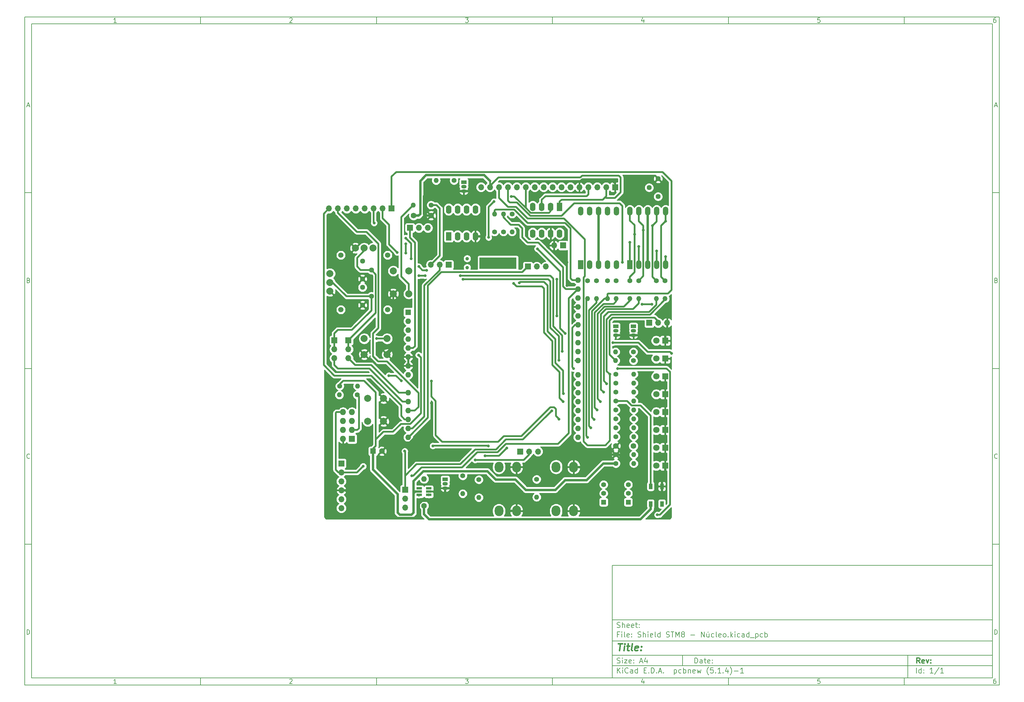
<source format=gbr>
G04 #@! TF.GenerationSoftware,KiCad,Pcbnew,(5.1.4)-1*
G04 #@! TF.CreationDate,2019-11-26T12:04:00-03:00*
G04 #@! TF.ProjectId,Shield STM8 - N_cleo,53686965-6c64-4205-9354-4d38202d204e,rev?*
G04 #@! TF.SameCoordinates,Original*
G04 #@! TF.FileFunction,Copper,L1,Top*
G04 #@! TF.FilePolarity,Positive*
%FSLAX46Y46*%
G04 Gerber Fmt 4.6, Leading zero omitted, Abs format (unit mm)*
G04 Created by KiCad (PCBNEW (5.1.4)-1) date 2019-11-26 12:04:00*
%MOMM*%
%LPD*%
G04 APERTURE LIST*
%ADD10C,0.100000*%
%ADD11C,0.150000*%
%ADD12C,0.300000*%
%ADD13C,0.400000*%
%ADD14C,1.400000*%
%ADD15O,1.400000X1.400000*%
%ADD16R,1.700000X1.700000*%
%ADD17O,1.700000X1.700000*%
%ADD18C,1.600000*%
%ADD19R,1.600000X1.600000*%
%ADD20R,1.500000X1.050000*%
%ADD21O,1.500000X1.050000*%
%ADD22R,10.500000X3.200000*%
%ADD23C,1.000000*%
%ADD24R,1.560000X0.650000*%
%ADD25O,1.600000X1.600000*%
%ADD26C,1.800000*%
%ADD27R,1.800000X1.800000*%
%ADD28C,1.440000*%
%ADD29O,1.524000X2.524000*%
%ADD30R,1.524000X2.524000*%
%ADD31O,2.500000X3.000000*%
%ADD32R,1.000000X1.600000*%
%ADD33C,1.998980*%
%ADD34C,1.501140*%
%ADD35O,1.600000X2.400000*%
%ADD36R,1.600000X2.400000*%
%ADD37R,1.727200X1.727200*%
%ADD38O,1.727200X1.727200*%
%ADD39R,1.400000X1.400000*%
%ADD40C,2.000000*%
%ADD41C,0.800000*%
%ADD42C,0.500000*%
%ADD43C,0.700000*%
%ADD44C,0.254000*%
G04 APERTURE END LIST*
D10*
D11*
X177002200Y-166007200D02*
X177002200Y-198007200D01*
X285002200Y-198007200D01*
X285002200Y-166007200D01*
X177002200Y-166007200D01*
D10*
D11*
X10000000Y-10000000D02*
X10000000Y-200007200D01*
X287002200Y-200007200D01*
X287002200Y-10000000D01*
X10000000Y-10000000D01*
D10*
D11*
X12000000Y-12000000D02*
X12000000Y-198007200D01*
X285002200Y-198007200D01*
X285002200Y-12000000D01*
X12000000Y-12000000D01*
D10*
D11*
X60000000Y-12000000D02*
X60000000Y-10000000D01*
D10*
D11*
X110000000Y-12000000D02*
X110000000Y-10000000D01*
D10*
D11*
X160000000Y-12000000D02*
X160000000Y-10000000D01*
D10*
D11*
X210000000Y-12000000D02*
X210000000Y-10000000D01*
D10*
D11*
X260000000Y-12000000D02*
X260000000Y-10000000D01*
D10*
D11*
X36065476Y-11588095D02*
X35322619Y-11588095D01*
X35694047Y-11588095D02*
X35694047Y-10288095D01*
X35570238Y-10473809D01*
X35446428Y-10597619D01*
X35322619Y-10659523D01*
D10*
D11*
X85322619Y-10411904D02*
X85384523Y-10350000D01*
X85508333Y-10288095D01*
X85817857Y-10288095D01*
X85941666Y-10350000D01*
X86003571Y-10411904D01*
X86065476Y-10535714D01*
X86065476Y-10659523D01*
X86003571Y-10845238D01*
X85260714Y-11588095D01*
X86065476Y-11588095D01*
D10*
D11*
X135260714Y-10288095D02*
X136065476Y-10288095D01*
X135632142Y-10783333D01*
X135817857Y-10783333D01*
X135941666Y-10845238D01*
X136003571Y-10907142D01*
X136065476Y-11030952D01*
X136065476Y-11340476D01*
X136003571Y-11464285D01*
X135941666Y-11526190D01*
X135817857Y-11588095D01*
X135446428Y-11588095D01*
X135322619Y-11526190D01*
X135260714Y-11464285D01*
D10*
D11*
X185941666Y-10721428D02*
X185941666Y-11588095D01*
X185632142Y-10226190D02*
X185322619Y-11154761D01*
X186127380Y-11154761D01*
D10*
D11*
X236003571Y-10288095D02*
X235384523Y-10288095D01*
X235322619Y-10907142D01*
X235384523Y-10845238D01*
X235508333Y-10783333D01*
X235817857Y-10783333D01*
X235941666Y-10845238D01*
X236003571Y-10907142D01*
X236065476Y-11030952D01*
X236065476Y-11340476D01*
X236003571Y-11464285D01*
X235941666Y-11526190D01*
X235817857Y-11588095D01*
X235508333Y-11588095D01*
X235384523Y-11526190D01*
X235322619Y-11464285D01*
D10*
D11*
X285941666Y-10288095D02*
X285694047Y-10288095D01*
X285570238Y-10350000D01*
X285508333Y-10411904D01*
X285384523Y-10597619D01*
X285322619Y-10845238D01*
X285322619Y-11340476D01*
X285384523Y-11464285D01*
X285446428Y-11526190D01*
X285570238Y-11588095D01*
X285817857Y-11588095D01*
X285941666Y-11526190D01*
X286003571Y-11464285D01*
X286065476Y-11340476D01*
X286065476Y-11030952D01*
X286003571Y-10907142D01*
X285941666Y-10845238D01*
X285817857Y-10783333D01*
X285570238Y-10783333D01*
X285446428Y-10845238D01*
X285384523Y-10907142D01*
X285322619Y-11030952D01*
D10*
D11*
X60000000Y-198007200D02*
X60000000Y-200007200D01*
D10*
D11*
X110000000Y-198007200D02*
X110000000Y-200007200D01*
D10*
D11*
X160000000Y-198007200D02*
X160000000Y-200007200D01*
D10*
D11*
X210000000Y-198007200D02*
X210000000Y-200007200D01*
D10*
D11*
X260000000Y-198007200D02*
X260000000Y-200007200D01*
D10*
D11*
X36065476Y-199595295D02*
X35322619Y-199595295D01*
X35694047Y-199595295D02*
X35694047Y-198295295D01*
X35570238Y-198481009D01*
X35446428Y-198604819D01*
X35322619Y-198666723D01*
D10*
D11*
X85322619Y-198419104D02*
X85384523Y-198357200D01*
X85508333Y-198295295D01*
X85817857Y-198295295D01*
X85941666Y-198357200D01*
X86003571Y-198419104D01*
X86065476Y-198542914D01*
X86065476Y-198666723D01*
X86003571Y-198852438D01*
X85260714Y-199595295D01*
X86065476Y-199595295D01*
D10*
D11*
X135260714Y-198295295D02*
X136065476Y-198295295D01*
X135632142Y-198790533D01*
X135817857Y-198790533D01*
X135941666Y-198852438D01*
X136003571Y-198914342D01*
X136065476Y-199038152D01*
X136065476Y-199347676D01*
X136003571Y-199471485D01*
X135941666Y-199533390D01*
X135817857Y-199595295D01*
X135446428Y-199595295D01*
X135322619Y-199533390D01*
X135260714Y-199471485D01*
D10*
D11*
X185941666Y-198728628D02*
X185941666Y-199595295D01*
X185632142Y-198233390D02*
X185322619Y-199161961D01*
X186127380Y-199161961D01*
D10*
D11*
X236003571Y-198295295D02*
X235384523Y-198295295D01*
X235322619Y-198914342D01*
X235384523Y-198852438D01*
X235508333Y-198790533D01*
X235817857Y-198790533D01*
X235941666Y-198852438D01*
X236003571Y-198914342D01*
X236065476Y-199038152D01*
X236065476Y-199347676D01*
X236003571Y-199471485D01*
X235941666Y-199533390D01*
X235817857Y-199595295D01*
X235508333Y-199595295D01*
X235384523Y-199533390D01*
X235322619Y-199471485D01*
D10*
D11*
X285941666Y-198295295D02*
X285694047Y-198295295D01*
X285570238Y-198357200D01*
X285508333Y-198419104D01*
X285384523Y-198604819D01*
X285322619Y-198852438D01*
X285322619Y-199347676D01*
X285384523Y-199471485D01*
X285446428Y-199533390D01*
X285570238Y-199595295D01*
X285817857Y-199595295D01*
X285941666Y-199533390D01*
X286003571Y-199471485D01*
X286065476Y-199347676D01*
X286065476Y-199038152D01*
X286003571Y-198914342D01*
X285941666Y-198852438D01*
X285817857Y-198790533D01*
X285570238Y-198790533D01*
X285446428Y-198852438D01*
X285384523Y-198914342D01*
X285322619Y-199038152D01*
D10*
D11*
X10000000Y-60000000D02*
X12000000Y-60000000D01*
D10*
D11*
X10000000Y-110000000D02*
X12000000Y-110000000D01*
D10*
D11*
X10000000Y-160000000D02*
X12000000Y-160000000D01*
D10*
D11*
X10690476Y-35216666D02*
X11309523Y-35216666D01*
X10566666Y-35588095D02*
X11000000Y-34288095D01*
X11433333Y-35588095D01*
D10*
D11*
X11092857Y-84907142D02*
X11278571Y-84969047D01*
X11340476Y-85030952D01*
X11402380Y-85154761D01*
X11402380Y-85340476D01*
X11340476Y-85464285D01*
X11278571Y-85526190D01*
X11154761Y-85588095D01*
X10659523Y-85588095D01*
X10659523Y-84288095D01*
X11092857Y-84288095D01*
X11216666Y-84350000D01*
X11278571Y-84411904D01*
X11340476Y-84535714D01*
X11340476Y-84659523D01*
X11278571Y-84783333D01*
X11216666Y-84845238D01*
X11092857Y-84907142D01*
X10659523Y-84907142D01*
D10*
D11*
X11402380Y-135464285D02*
X11340476Y-135526190D01*
X11154761Y-135588095D01*
X11030952Y-135588095D01*
X10845238Y-135526190D01*
X10721428Y-135402380D01*
X10659523Y-135278571D01*
X10597619Y-135030952D01*
X10597619Y-134845238D01*
X10659523Y-134597619D01*
X10721428Y-134473809D01*
X10845238Y-134350000D01*
X11030952Y-134288095D01*
X11154761Y-134288095D01*
X11340476Y-134350000D01*
X11402380Y-134411904D01*
D10*
D11*
X10659523Y-185588095D02*
X10659523Y-184288095D01*
X10969047Y-184288095D01*
X11154761Y-184350000D01*
X11278571Y-184473809D01*
X11340476Y-184597619D01*
X11402380Y-184845238D01*
X11402380Y-185030952D01*
X11340476Y-185278571D01*
X11278571Y-185402380D01*
X11154761Y-185526190D01*
X10969047Y-185588095D01*
X10659523Y-185588095D01*
D10*
D11*
X287002200Y-60000000D02*
X285002200Y-60000000D01*
D10*
D11*
X287002200Y-110000000D02*
X285002200Y-110000000D01*
D10*
D11*
X287002200Y-160000000D02*
X285002200Y-160000000D01*
D10*
D11*
X285692676Y-35216666D02*
X286311723Y-35216666D01*
X285568866Y-35588095D02*
X286002200Y-34288095D01*
X286435533Y-35588095D01*
D10*
D11*
X286095057Y-84907142D02*
X286280771Y-84969047D01*
X286342676Y-85030952D01*
X286404580Y-85154761D01*
X286404580Y-85340476D01*
X286342676Y-85464285D01*
X286280771Y-85526190D01*
X286156961Y-85588095D01*
X285661723Y-85588095D01*
X285661723Y-84288095D01*
X286095057Y-84288095D01*
X286218866Y-84350000D01*
X286280771Y-84411904D01*
X286342676Y-84535714D01*
X286342676Y-84659523D01*
X286280771Y-84783333D01*
X286218866Y-84845238D01*
X286095057Y-84907142D01*
X285661723Y-84907142D01*
D10*
D11*
X286404580Y-135464285D02*
X286342676Y-135526190D01*
X286156961Y-135588095D01*
X286033152Y-135588095D01*
X285847438Y-135526190D01*
X285723628Y-135402380D01*
X285661723Y-135278571D01*
X285599819Y-135030952D01*
X285599819Y-134845238D01*
X285661723Y-134597619D01*
X285723628Y-134473809D01*
X285847438Y-134350000D01*
X286033152Y-134288095D01*
X286156961Y-134288095D01*
X286342676Y-134350000D01*
X286404580Y-134411904D01*
D10*
D11*
X285661723Y-185588095D02*
X285661723Y-184288095D01*
X285971247Y-184288095D01*
X286156961Y-184350000D01*
X286280771Y-184473809D01*
X286342676Y-184597619D01*
X286404580Y-184845238D01*
X286404580Y-185030952D01*
X286342676Y-185278571D01*
X286280771Y-185402380D01*
X286156961Y-185526190D01*
X285971247Y-185588095D01*
X285661723Y-185588095D01*
D10*
D11*
X200434342Y-193785771D02*
X200434342Y-192285771D01*
X200791485Y-192285771D01*
X201005771Y-192357200D01*
X201148628Y-192500057D01*
X201220057Y-192642914D01*
X201291485Y-192928628D01*
X201291485Y-193142914D01*
X201220057Y-193428628D01*
X201148628Y-193571485D01*
X201005771Y-193714342D01*
X200791485Y-193785771D01*
X200434342Y-193785771D01*
X202577200Y-193785771D02*
X202577200Y-193000057D01*
X202505771Y-192857200D01*
X202362914Y-192785771D01*
X202077200Y-192785771D01*
X201934342Y-192857200D01*
X202577200Y-193714342D02*
X202434342Y-193785771D01*
X202077200Y-193785771D01*
X201934342Y-193714342D01*
X201862914Y-193571485D01*
X201862914Y-193428628D01*
X201934342Y-193285771D01*
X202077200Y-193214342D01*
X202434342Y-193214342D01*
X202577200Y-193142914D01*
X203077200Y-192785771D02*
X203648628Y-192785771D01*
X203291485Y-192285771D02*
X203291485Y-193571485D01*
X203362914Y-193714342D01*
X203505771Y-193785771D01*
X203648628Y-193785771D01*
X204720057Y-193714342D02*
X204577200Y-193785771D01*
X204291485Y-193785771D01*
X204148628Y-193714342D01*
X204077200Y-193571485D01*
X204077200Y-193000057D01*
X204148628Y-192857200D01*
X204291485Y-192785771D01*
X204577200Y-192785771D01*
X204720057Y-192857200D01*
X204791485Y-193000057D01*
X204791485Y-193142914D01*
X204077200Y-193285771D01*
X205434342Y-193642914D02*
X205505771Y-193714342D01*
X205434342Y-193785771D01*
X205362914Y-193714342D01*
X205434342Y-193642914D01*
X205434342Y-193785771D01*
X205434342Y-192857200D02*
X205505771Y-192928628D01*
X205434342Y-193000057D01*
X205362914Y-192928628D01*
X205434342Y-192857200D01*
X205434342Y-193000057D01*
D10*
D11*
X177002200Y-194507200D02*
X285002200Y-194507200D01*
D10*
D11*
X178434342Y-196585771D02*
X178434342Y-195085771D01*
X179291485Y-196585771D02*
X178648628Y-195728628D01*
X179291485Y-195085771D02*
X178434342Y-195942914D01*
X179934342Y-196585771D02*
X179934342Y-195585771D01*
X179934342Y-195085771D02*
X179862914Y-195157200D01*
X179934342Y-195228628D01*
X180005771Y-195157200D01*
X179934342Y-195085771D01*
X179934342Y-195228628D01*
X181505771Y-196442914D02*
X181434342Y-196514342D01*
X181220057Y-196585771D01*
X181077200Y-196585771D01*
X180862914Y-196514342D01*
X180720057Y-196371485D01*
X180648628Y-196228628D01*
X180577200Y-195942914D01*
X180577200Y-195728628D01*
X180648628Y-195442914D01*
X180720057Y-195300057D01*
X180862914Y-195157200D01*
X181077200Y-195085771D01*
X181220057Y-195085771D01*
X181434342Y-195157200D01*
X181505771Y-195228628D01*
X182791485Y-196585771D02*
X182791485Y-195800057D01*
X182720057Y-195657200D01*
X182577200Y-195585771D01*
X182291485Y-195585771D01*
X182148628Y-195657200D01*
X182791485Y-196514342D02*
X182648628Y-196585771D01*
X182291485Y-196585771D01*
X182148628Y-196514342D01*
X182077200Y-196371485D01*
X182077200Y-196228628D01*
X182148628Y-196085771D01*
X182291485Y-196014342D01*
X182648628Y-196014342D01*
X182791485Y-195942914D01*
X184148628Y-196585771D02*
X184148628Y-195085771D01*
X184148628Y-196514342D02*
X184005771Y-196585771D01*
X183720057Y-196585771D01*
X183577200Y-196514342D01*
X183505771Y-196442914D01*
X183434342Y-196300057D01*
X183434342Y-195871485D01*
X183505771Y-195728628D01*
X183577200Y-195657200D01*
X183720057Y-195585771D01*
X184005771Y-195585771D01*
X184148628Y-195657200D01*
X186005771Y-195800057D02*
X186505771Y-195800057D01*
X186720057Y-196585771D02*
X186005771Y-196585771D01*
X186005771Y-195085771D01*
X186720057Y-195085771D01*
X187362914Y-196442914D02*
X187434342Y-196514342D01*
X187362914Y-196585771D01*
X187291485Y-196514342D01*
X187362914Y-196442914D01*
X187362914Y-196585771D01*
X188077200Y-196585771D02*
X188077200Y-195085771D01*
X188434342Y-195085771D01*
X188648628Y-195157200D01*
X188791485Y-195300057D01*
X188862914Y-195442914D01*
X188934342Y-195728628D01*
X188934342Y-195942914D01*
X188862914Y-196228628D01*
X188791485Y-196371485D01*
X188648628Y-196514342D01*
X188434342Y-196585771D01*
X188077200Y-196585771D01*
X189577200Y-196442914D02*
X189648628Y-196514342D01*
X189577200Y-196585771D01*
X189505771Y-196514342D01*
X189577200Y-196442914D01*
X189577200Y-196585771D01*
X190220057Y-196157200D02*
X190934342Y-196157200D01*
X190077200Y-196585771D02*
X190577200Y-195085771D01*
X191077200Y-196585771D01*
X191577200Y-196442914D02*
X191648628Y-196514342D01*
X191577200Y-196585771D01*
X191505771Y-196514342D01*
X191577200Y-196442914D01*
X191577200Y-196585771D01*
X194577200Y-195585771D02*
X194577200Y-197085771D01*
X194577200Y-195657200D02*
X194720057Y-195585771D01*
X195005771Y-195585771D01*
X195148628Y-195657200D01*
X195220057Y-195728628D01*
X195291485Y-195871485D01*
X195291485Y-196300057D01*
X195220057Y-196442914D01*
X195148628Y-196514342D01*
X195005771Y-196585771D01*
X194720057Y-196585771D01*
X194577200Y-196514342D01*
X196577200Y-196514342D02*
X196434342Y-196585771D01*
X196148628Y-196585771D01*
X196005771Y-196514342D01*
X195934342Y-196442914D01*
X195862914Y-196300057D01*
X195862914Y-195871485D01*
X195934342Y-195728628D01*
X196005771Y-195657200D01*
X196148628Y-195585771D01*
X196434342Y-195585771D01*
X196577200Y-195657200D01*
X197220057Y-196585771D02*
X197220057Y-195085771D01*
X197220057Y-195657200D02*
X197362914Y-195585771D01*
X197648628Y-195585771D01*
X197791485Y-195657200D01*
X197862914Y-195728628D01*
X197934342Y-195871485D01*
X197934342Y-196300057D01*
X197862914Y-196442914D01*
X197791485Y-196514342D01*
X197648628Y-196585771D01*
X197362914Y-196585771D01*
X197220057Y-196514342D01*
X198577200Y-195585771D02*
X198577200Y-196585771D01*
X198577200Y-195728628D02*
X198648628Y-195657200D01*
X198791485Y-195585771D01*
X199005771Y-195585771D01*
X199148628Y-195657200D01*
X199220057Y-195800057D01*
X199220057Y-196585771D01*
X200505771Y-196514342D02*
X200362914Y-196585771D01*
X200077200Y-196585771D01*
X199934342Y-196514342D01*
X199862914Y-196371485D01*
X199862914Y-195800057D01*
X199934342Y-195657200D01*
X200077200Y-195585771D01*
X200362914Y-195585771D01*
X200505771Y-195657200D01*
X200577200Y-195800057D01*
X200577200Y-195942914D01*
X199862914Y-196085771D01*
X201077200Y-195585771D02*
X201362914Y-196585771D01*
X201648628Y-195871485D01*
X201934342Y-196585771D01*
X202220057Y-195585771D01*
X204362914Y-197157200D02*
X204291485Y-197085771D01*
X204148628Y-196871485D01*
X204077200Y-196728628D01*
X204005771Y-196514342D01*
X203934342Y-196157200D01*
X203934342Y-195871485D01*
X204005771Y-195514342D01*
X204077200Y-195300057D01*
X204148628Y-195157200D01*
X204291485Y-194942914D01*
X204362914Y-194871485D01*
X205648628Y-195085771D02*
X204934342Y-195085771D01*
X204862914Y-195800057D01*
X204934342Y-195728628D01*
X205077200Y-195657200D01*
X205434342Y-195657200D01*
X205577200Y-195728628D01*
X205648628Y-195800057D01*
X205720057Y-195942914D01*
X205720057Y-196300057D01*
X205648628Y-196442914D01*
X205577200Y-196514342D01*
X205434342Y-196585771D01*
X205077200Y-196585771D01*
X204934342Y-196514342D01*
X204862914Y-196442914D01*
X206362914Y-196442914D02*
X206434342Y-196514342D01*
X206362914Y-196585771D01*
X206291485Y-196514342D01*
X206362914Y-196442914D01*
X206362914Y-196585771D01*
X207862914Y-196585771D02*
X207005771Y-196585771D01*
X207434342Y-196585771D02*
X207434342Y-195085771D01*
X207291485Y-195300057D01*
X207148628Y-195442914D01*
X207005771Y-195514342D01*
X208505771Y-196442914D02*
X208577200Y-196514342D01*
X208505771Y-196585771D01*
X208434342Y-196514342D01*
X208505771Y-196442914D01*
X208505771Y-196585771D01*
X209862914Y-195585771D02*
X209862914Y-196585771D01*
X209505771Y-195014342D02*
X209148628Y-196085771D01*
X210077200Y-196085771D01*
X210505771Y-197157200D02*
X210577200Y-197085771D01*
X210720057Y-196871485D01*
X210791485Y-196728628D01*
X210862914Y-196514342D01*
X210934342Y-196157200D01*
X210934342Y-195871485D01*
X210862914Y-195514342D01*
X210791485Y-195300057D01*
X210720057Y-195157200D01*
X210577200Y-194942914D01*
X210505771Y-194871485D01*
X211648628Y-196014342D02*
X212791485Y-196014342D01*
X214291485Y-196585771D02*
X213434342Y-196585771D01*
X213862914Y-196585771D02*
X213862914Y-195085771D01*
X213720057Y-195300057D01*
X213577200Y-195442914D01*
X213434342Y-195514342D01*
D10*
D11*
X177002200Y-191507200D02*
X285002200Y-191507200D01*
D10*
D12*
X264411485Y-193785771D02*
X263911485Y-193071485D01*
X263554342Y-193785771D02*
X263554342Y-192285771D01*
X264125771Y-192285771D01*
X264268628Y-192357200D01*
X264340057Y-192428628D01*
X264411485Y-192571485D01*
X264411485Y-192785771D01*
X264340057Y-192928628D01*
X264268628Y-193000057D01*
X264125771Y-193071485D01*
X263554342Y-193071485D01*
X265625771Y-193714342D02*
X265482914Y-193785771D01*
X265197200Y-193785771D01*
X265054342Y-193714342D01*
X264982914Y-193571485D01*
X264982914Y-193000057D01*
X265054342Y-192857200D01*
X265197200Y-192785771D01*
X265482914Y-192785771D01*
X265625771Y-192857200D01*
X265697200Y-193000057D01*
X265697200Y-193142914D01*
X264982914Y-193285771D01*
X266197200Y-192785771D02*
X266554342Y-193785771D01*
X266911485Y-192785771D01*
X267482914Y-193642914D02*
X267554342Y-193714342D01*
X267482914Y-193785771D01*
X267411485Y-193714342D01*
X267482914Y-193642914D01*
X267482914Y-193785771D01*
X267482914Y-192857200D02*
X267554342Y-192928628D01*
X267482914Y-193000057D01*
X267411485Y-192928628D01*
X267482914Y-192857200D01*
X267482914Y-193000057D01*
D10*
D11*
X178362914Y-193714342D02*
X178577200Y-193785771D01*
X178934342Y-193785771D01*
X179077200Y-193714342D01*
X179148628Y-193642914D01*
X179220057Y-193500057D01*
X179220057Y-193357200D01*
X179148628Y-193214342D01*
X179077200Y-193142914D01*
X178934342Y-193071485D01*
X178648628Y-193000057D01*
X178505771Y-192928628D01*
X178434342Y-192857200D01*
X178362914Y-192714342D01*
X178362914Y-192571485D01*
X178434342Y-192428628D01*
X178505771Y-192357200D01*
X178648628Y-192285771D01*
X179005771Y-192285771D01*
X179220057Y-192357200D01*
X179862914Y-193785771D02*
X179862914Y-192785771D01*
X179862914Y-192285771D02*
X179791485Y-192357200D01*
X179862914Y-192428628D01*
X179934342Y-192357200D01*
X179862914Y-192285771D01*
X179862914Y-192428628D01*
X180434342Y-192785771D02*
X181220057Y-192785771D01*
X180434342Y-193785771D01*
X181220057Y-193785771D01*
X182362914Y-193714342D02*
X182220057Y-193785771D01*
X181934342Y-193785771D01*
X181791485Y-193714342D01*
X181720057Y-193571485D01*
X181720057Y-193000057D01*
X181791485Y-192857200D01*
X181934342Y-192785771D01*
X182220057Y-192785771D01*
X182362914Y-192857200D01*
X182434342Y-193000057D01*
X182434342Y-193142914D01*
X181720057Y-193285771D01*
X183077200Y-193642914D02*
X183148628Y-193714342D01*
X183077200Y-193785771D01*
X183005771Y-193714342D01*
X183077200Y-193642914D01*
X183077200Y-193785771D01*
X183077200Y-192857200D02*
X183148628Y-192928628D01*
X183077200Y-193000057D01*
X183005771Y-192928628D01*
X183077200Y-192857200D01*
X183077200Y-193000057D01*
X184862914Y-193357200D02*
X185577200Y-193357200D01*
X184720057Y-193785771D02*
X185220057Y-192285771D01*
X185720057Y-193785771D01*
X186862914Y-192785771D02*
X186862914Y-193785771D01*
X186505771Y-192214342D02*
X186148628Y-193285771D01*
X187077200Y-193285771D01*
D10*
D11*
X263434342Y-196585771D02*
X263434342Y-195085771D01*
X264791485Y-196585771D02*
X264791485Y-195085771D01*
X264791485Y-196514342D02*
X264648628Y-196585771D01*
X264362914Y-196585771D01*
X264220057Y-196514342D01*
X264148628Y-196442914D01*
X264077200Y-196300057D01*
X264077200Y-195871485D01*
X264148628Y-195728628D01*
X264220057Y-195657200D01*
X264362914Y-195585771D01*
X264648628Y-195585771D01*
X264791485Y-195657200D01*
X265505771Y-196442914D02*
X265577200Y-196514342D01*
X265505771Y-196585771D01*
X265434342Y-196514342D01*
X265505771Y-196442914D01*
X265505771Y-196585771D01*
X265505771Y-195657200D02*
X265577200Y-195728628D01*
X265505771Y-195800057D01*
X265434342Y-195728628D01*
X265505771Y-195657200D01*
X265505771Y-195800057D01*
X268148628Y-196585771D02*
X267291485Y-196585771D01*
X267720057Y-196585771D02*
X267720057Y-195085771D01*
X267577200Y-195300057D01*
X267434342Y-195442914D01*
X267291485Y-195514342D01*
X269862914Y-195014342D02*
X268577200Y-196942914D01*
X271148628Y-196585771D02*
X270291485Y-196585771D01*
X270720057Y-196585771D02*
X270720057Y-195085771D01*
X270577200Y-195300057D01*
X270434342Y-195442914D01*
X270291485Y-195514342D01*
D10*
D11*
X177002200Y-187507200D02*
X285002200Y-187507200D01*
D10*
D13*
X178714580Y-188211961D02*
X179857438Y-188211961D01*
X179036009Y-190211961D02*
X179286009Y-188211961D01*
X180274104Y-190211961D02*
X180440771Y-188878628D01*
X180524104Y-188211961D02*
X180416961Y-188307200D01*
X180500295Y-188402438D01*
X180607438Y-188307200D01*
X180524104Y-188211961D01*
X180500295Y-188402438D01*
X181107438Y-188878628D02*
X181869342Y-188878628D01*
X181476485Y-188211961D02*
X181262200Y-189926247D01*
X181333628Y-190116723D01*
X181512200Y-190211961D01*
X181702676Y-190211961D01*
X182655057Y-190211961D02*
X182476485Y-190116723D01*
X182405057Y-189926247D01*
X182619342Y-188211961D01*
X184190771Y-190116723D02*
X183988390Y-190211961D01*
X183607438Y-190211961D01*
X183428866Y-190116723D01*
X183357438Y-189926247D01*
X183452676Y-189164342D01*
X183571723Y-188973866D01*
X183774104Y-188878628D01*
X184155057Y-188878628D01*
X184333628Y-188973866D01*
X184405057Y-189164342D01*
X184381247Y-189354819D01*
X183405057Y-189545295D01*
X185155057Y-190021485D02*
X185238390Y-190116723D01*
X185131247Y-190211961D01*
X185047914Y-190116723D01*
X185155057Y-190021485D01*
X185131247Y-190211961D01*
X185286009Y-188973866D02*
X185369342Y-189069104D01*
X185262200Y-189164342D01*
X185178866Y-189069104D01*
X185286009Y-188973866D01*
X185262200Y-189164342D01*
D10*
D11*
X178934342Y-185600057D02*
X178434342Y-185600057D01*
X178434342Y-186385771D02*
X178434342Y-184885771D01*
X179148628Y-184885771D01*
X179720057Y-186385771D02*
X179720057Y-185385771D01*
X179720057Y-184885771D02*
X179648628Y-184957200D01*
X179720057Y-185028628D01*
X179791485Y-184957200D01*
X179720057Y-184885771D01*
X179720057Y-185028628D01*
X180648628Y-186385771D02*
X180505771Y-186314342D01*
X180434342Y-186171485D01*
X180434342Y-184885771D01*
X181791485Y-186314342D02*
X181648628Y-186385771D01*
X181362914Y-186385771D01*
X181220057Y-186314342D01*
X181148628Y-186171485D01*
X181148628Y-185600057D01*
X181220057Y-185457200D01*
X181362914Y-185385771D01*
X181648628Y-185385771D01*
X181791485Y-185457200D01*
X181862914Y-185600057D01*
X181862914Y-185742914D01*
X181148628Y-185885771D01*
X182505771Y-186242914D02*
X182577200Y-186314342D01*
X182505771Y-186385771D01*
X182434342Y-186314342D01*
X182505771Y-186242914D01*
X182505771Y-186385771D01*
X182505771Y-185457200D02*
X182577200Y-185528628D01*
X182505771Y-185600057D01*
X182434342Y-185528628D01*
X182505771Y-185457200D01*
X182505771Y-185600057D01*
X184291485Y-186314342D02*
X184505771Y-186385771D01*
X184862914Y-186385771D01*
X185005771Y-186314342D01*
X185077200Y-186242914D01*
X185148628Y-186100057D01*
X185148628Y-185957200D01*
X185077200Y-185814342D01*
X185005771Y-185742914D01*
X184862914Y-185671485D01*
X184577200Y-185600057D01*
X184434342Y-185528628D01*
X184362914Y-185457200D01*
X184291485Y-185314342D01*
X184291485Y-185171485D01*
X184362914Y-185028628D01*
X184434342Y-184957200D01*
X184577200Y-184885771D01*
X184934342Y-184885771D01*
X185148628Y-184957200D01*
X185791485Y-186385771D02*
X185791485Y-184885771D01*
X186434342Y-186385771D02*
X186434342Y-185600057D01*
X186362914Y-185457200D01*
X186220057Y-185385771D01*
X186005771Y-185385771D01*
X185862914Y-185457200D01*
X185791485Y-185528628D01*
X187148628Y-186385771D02*
X187148628Y-185385771D01*
X187148628Y-184885771D02*
X187077200Y-184957200D01*
X187148628Y-185028628D01*
X187220057Y-184957200D01*
X187148628Y-184885771D01*
X187148628Y-185028628D01*
X188434342Y-186314342D02*
X188291485Y-186385771D01*
X188005771Y-186385771D01*
X187862914Y-186314342D01*
X187791485Y-186171485D01*
X187791485Y-185600057D01*
X187862914Y-185457200D01*
X188005771Y-185385771D01*
X188291485Y-185385771D01*
X188434342Y-185457200D01*
X188505771Y-185600057D01*
X188505771Y-185742914D01*
X187791485Y-185885771D01*
X189362914Y-186385771D02*
X189220057Y-186314342D01*
X189148628Y-186171485D01*
X189148628Y-184885771D01*
X190577200Y-186385771D02*
X190577200Y-184885771D01*
X190577200Y-186314342D02*
X190434342Y-186385771D01*
X190148628Y-186385771D01*
X190005771Y-186314342D01*
X189934342Y-186242914D01*
X189862914Y-186100057D01*
X189862914Y-185671485D01*
X189934342Y-185528628D01*
X190005771Y-185457200D01*
X190148628Y-185385771D01*
X190434342Y-185385771D01*
X190577200Y-185457200D01*
X192362914Y-186314342D02*
X192577200Y-186385771D01*
X192934342Y-186385771D01*
X193077200Y-186314342D01*
X193148628Y-186242914D01*
X193220057Y-186100057D01*
X193220057Y-185957200D01*
X193148628Y-185814342D01*
X193077200Y-185742914D01*
X192934342Y-185671485D01*
X192648628Y-185600057D01*
X192505771Y-185528628D01*
X192434342Y-185457200D01*
X192362914Y-185314342D01*
X192362914Y-185171485D01*
X192434342Y-185028628D01*
X192505771Y-184957200D01*
X192648628Y-184885771D01*
X193005771Y-184885771D01*
X193220057Y-184957200D01*
X193648628Y-184885771D02*
X194505771Y-184885771D01*
X194077200Y-186385771D02*
X194077200Y-184885771D01*
X195005771Y-186385771D02*
X195005771Y-184885771D01*
X195505771Y-185957200D01*
X196005771Y-184885771D01*
X196005771Y-186385771D01*
X196934342Y-185528628D02*
X196791485Y-185457200D01*
X196720057Y-185385771D01*
X196648628Y-185242914D01*
X196648628Y-185171485D01*
X196720057Y-185028628D01*
X196791485Y-184957200D01*
X196934342Y-184885771D01*
X197220057Y-184885771D01*
X197362914Y-184957200D01*
X197434342Y-185028628D01*
X197505771Y-185171485D01*
X197505771Y-185242914D01*
X197434342Y-185385771D01*
X197362914Y-185457200D01*
X197220057Y-185528628D01*
X196934342Y-185528628D01*
X196791485Y-185600057D01*
X196720057Y-185671485D01*
X196648628Y-185814342D01*
X196648628Y-186100057D01*
X196720057Y-186242914D01*
X196791485Y-186314342D01*
X196934342Y-186385771D01*
X197220057Y-186385771D01*
X197362914Y-186314342D01*
X197434342Y-186242914D01*
X197505771Y-186100057D01*
X197505771Y-185814342D01*
X197434342Y-185671485D01*
X197362914Y-185600057D01*
X197220057Y-185528628D01*
X199291485Y-185814342D02*
X200434342Y-185814342D01*
X202291485Y-186385771D02*
X202291485Y-184885771D01*
X203148628Y-186385771D01*
X203148628Y-184885771D01*
X204505771Y-185385771D02*
X204505771Y-186385771D01*
X203862914Y-185385771D02*
X203862914Y-186171485D01*
X203934342Y-186314342D01*
X204077200Y-186385771D01*
X204291485Y-186385771D01*
X204434342Y-186314342D01*
X204505771Y-186242914D01*
X204362914Y-184814342D02*
X204148628Y-185028628D01*
X205862914Y-186314342D02*
X205720057Y-186385771D01*
X205434342Y-186385771D01*
X205291485Y-186314342D01*
X205220057Y-186242914D01*
X205148628Y-186100057D01*
X205148628Y-185671485D01*
X205220057Y-185528628D01*
X205291485Y-185457200D01*
X205434342Y-185385771D01*
X205720057Y-185385771D01*
X205862914Y-185457200D01*
X206720057Y-186385771D02*
X206577200Y-186314342D01*
X206505771Y-186171485D01*
X206505771Y-184885771D01*
X207862914Y-186314342D02*
X207720057Y-186385771D01*
X207434342Y-186385771D01*
X207291485Y-186314342D01*
X207220057Y-186171485D01*
X207220057Y-185600057D01*
X207291485Y-185457200D01*
X207434342Y-185385771D01*
X207720057Y-185385771D01*
X207862914Y-185457200D01*
X207934342Y-185600057D01*
X207934342Y-185742914D01*
X207220057Y-185885771D01*
X208791485Y-186385771D02*
X208648628Y-186314342D01*
X208577200Y-186242914D01*
X208505771Y-186100057D01*
X208505771Y-185671485D01*
X208577200Y-185528628D01*
X208648628Y-185457200D01*
X208791485Y-185385771D01*
X209005771Y-185385771D01*
X209148628Y-185457200D01*
X209220057Y-185528628D01*
X209291485Y-185671485D01*
X209291485Y-186100057D01*
X209220057Y-186242914D01*
X209148628Y-186314342D01*
X209005771Y-186385771D01*
X208791485Y-186385771D01*
X209934342Y-186242914D02*
X210005771Y-186314342D01*
X209934342Y-186385771D01*
X209862914Y-186314342D01*
X209934342Y-186242914D01*
X209934342Y-186385771D01*
X210648628Y-186385771D02*
X210648628Y-184885771D01*
X210791485Y-185814342D02*
X211220057Y-186385771D01*
X211220057Y-185385771D02*
X210648628Y-185957200D01*
X211862914Y-186385771D02*
X211862914Y-185385771D01*
X211862914Y-184885771D02*
X211791485Y-184957200D01*
X211862914Y-185028628D01*
X211934342Y-184957200D01*
X211862914Y-184885771D01*
X211862914Y-185028628D01*
X213220057Y-186314342D02*
X213077200Y-186385771D01*
X212791485Y-186385771D01*
X212648628Y-186314342D01*
X212577200Y-186242914D01*
X212505771Y-186100057D01*
X212505771Y-185671485D01*
X212577200Y-185528628D01*
X212648628Y-185457200D01*
X212791485Y-185385771D01*
X213077200Y-185385771D01*
X213220057Y-185457200D01*
X214505771Y-186385771D02*
X214505771Y-185600057D01*
X214434342Y-185457200D01*
X214291485Y-185385771D01*
X214005771Y-185385771D01*
X213862914Y-185457200D01*
X214505771Y-186314342D02*
X214362914Y-186385771D01*
X214005771Y-186385771D01*
X213862914Y-186314342D01*
X213791485Y-186171485D01*
X213791485Y-186028628D01*
X213862914Y-185885771D01*
X214005771Y-185814342D01*
X214362914Y-185814342D01*
X214505771Y-185742914D01*
X215862914Y-186385771D02*
X215862914Y-184885771D01*
X215862914Y-186314342D02*
X215720057Y-186385771D01*
X215434342Y-186385771D01*
X215291485Y-186314342D01*
X215220057Y-186242914D01*
X215148628Y-186100057D01*
X215148628Y-185671485D01*
X215220057Y-185528628D01*
X215291485Y-185457200D01*
X215434342Y-185385771D01*
X215720057Y-185385771D01*
X215862914Y-185457200D01*
X216220057Y-186528628D02*
X217362914Y-186528628D01*
X217720057Y-185385771D02*
X217720057Y-186885771D01*
X217720057Y-185457200D02*
X217862914Y-185385771D01*
X218148628Y-185385771D01*
X218291485Y-185457200D01*
X218362914Y-185528628D01*
X218434342Y-185671485D01*
X218434342Y-186100057D01*
X218362914Y-186242914D01*
X218291485Y-186314342D01*
X218148628Y-186385771D01*
X217862914Y-186385771D01*
X217720057Y-186314342D01*
X219720057Y-186314342D02*
X219577200Y-186385771D01*
X219291485Y-186385771D01*
X219148628Y-186314342D01*
X219077200Y-186242914D01*
X219005771Y-186100057D01*
X219005771Y-185671485D01*
X219077200Y-185528628D01*
X219148628Y-185457200D01*
X219291485Y-185385771D01*
X219577200Y-185385771D01*
X219720057Y-185457200D01*
X220362914Y-186385771D02*
X220362914Y-184885771D01*
X220362914Y-185457200D02*
X220505771Y-185385771D01*
X220791485Y-185385771D01*
X220934342Y-185457200D01*
X221005771Y-185528628D01*
X221077200Y-185671485D01*
X221077200Y-186100057D01*
X221005771Y-186242914D01*
X220934342Y-186314342D01*
X220791485Y-186385771D01*
X220505771Y-186385771D01*
X220362914Y-186314342D01*
D10*
D11*
X177002200Y-181507200D02*
X285002200Y-181507200D01*
D10*
D11*
X178362914Y-183614342D02*
X178577200Y-183685771D01*
X178934342Y-183685771D01*
X179077200Y-183614342D01*
X179148628Y-183542914D01*
X179220057Y-183400057D01*
X179220057Y-183257200D01*
X179148628Y-183114342D01*
X179077200Y-183042914D01*
X178934342Y-182971485D01*
X178648628Y-182900057D01*
X178505771Y-182828628D01*
X178434342Y-182757200D01*
X178362914Y-182614342D01*
X178362914Y-182471485D01*
X178434342Y-182328628D01*
X178505771Y-182257200D01*
X178648628Y-182185771D01*
X179005771Y-182185771D01*
X179220057Y-182257200D01*
X179862914Y-183685771D02*
X179862914Y-182185771D01*
X180505771Y-183685771D02*
X180505771Y-182900057D01*
X180434342Y-182757200D01*
X180291485Y-182685771D01*
X180077200Y-182685771D01*
X179934342Y-182757200D01*
X179862914Y-182828628D01*
X181791485Y-183614342D02*
X181648628Y-183685771D01*
X181362914Y-183685771D01*
X181220057Y-183614342D01*
X181148628Y-183471485D01*
X181148628Y-182900057D01*
X181220057Y-182757200D01*
X181362914Y-182685771D01*
X181648628Y-182685771D01*
X181791485Y-182757200D01*
X181862914Y-182900057D01*
X181862914Y-183042914D01*
X181148628Y-183185771D01*
X183077200Y-183614342D02*
X182934342Y-183685771D01*
X182648628Y-183685771D01*
X182505771Y-183614342D01*
X182434342Y-183471485D01*
X182434342Y-182900057D01*
X182505771Y-182757200D01*
X182648628Y-182685771D01*
X182934342Y-182685771D01*
X183077200Y-182757200D01*
X183148628Y-182900057D01*
X183148628Y-183042914D01*
X182434342Y-183185771D01*
X183577200Y-182685771D02*
X184148628Y-182685771D01*
X183791485Y-182185771D02*
X183791485Y-183471485D01*
X183862914Y-183614342D01*
X184005771Y-183685771D01*
X184148628Y-183685771D01*
X184648628Y-183542914D02*
X184720057Y-183614342D01*
X184648628Y-183685771D01*
X184577200Y-183614342D01*
X184648628Y-183542914D01*
X184648628Y-183685771D01*
X184648628Y-182757200D02*
X184720057Y-182828628D01*
X184648628Y-182900057D01*
X184577200Y-182828628D01*
X184648628Y-182757200D01*
X184648628Y-182900057D01*
D10*
D11*
X197002200Y-191507200D02*
X197002200Y-194507200D01*
D10*
D11*
X261002200Y-191507200D02*
X261002200Y-198007200D01*
D14*
X104500000Y-117500000D03*
D15*
X99420000Y-117500000D03*
D16*
X102000000Y-102000000D03*
D17*
X102000000Y-104540000D03*
X102000000Y-107080000D03*
D18*
X111500000Y-133500000D03*
D19*
X109000000Y-133500000D03*
D20*
X134800000Y-57000000D03*
D21*
X134800000Y-59540000D03*
X134800000Y-58270000D03*
D22*
X144500000Y-80000000D03*
D23*
X135750000Y-78730000D03*
X135750000Y-81270000D03*
D24*
X122150000Y-145000000D03*
X122150000Y-145950000D03*
X122150000Y-144050000D03*
X124850000Y-144050000D03*
X124850000Y-145000000D03*
X124850000Y-145950000D03*
D25*
X123500000Y-141380000D03*
D18*
X123500000Y-149000000D03*
D20*
X178000000Y-98000000D03*
D21*
X178000000Y-100540000D03*
X178000000Y-99270000D03*
D20*
X183000000Y-98000000D03*
D21*
X183000000Y-100540000D03*
X183000000Y-99270000D03*
D20*
X129500000Y-141500000D03*
D21*
X129500000Y-144040000D03*
X129500000Y-142770000D03*
D26*
X189484000Y-132556000D03*
D27*
X192024000Y-132556000D03*
D26*
X189484000Y-127476000D03*
D27*
X192024000Y-127476000D03*
D26*
X189484000Y-122396000D03*
D27*
X192024000Y-122396000D03*
D26*
X189484000Y-117316000D03*
D27*
X192024000Y-117316000D03*
D26*
X189484000Y-112236000D03*
D27*
X192024000Y-112236000D03*
D26*
X189484000Y-107156000D03*
D27*
X192024000Y-107156000D03*
D26*
X189484000Y-102076000D03*
D27*
X192024000Y-102076000D03*
D26*
X189484000Y-137636000D03*
D27*
X192024000Y-137636000D03*
D17*
X100000000Y-149700000D03*
X100000000Y-147160000D03*
X100000000Y-144620000D03*
X100000000Y-142080000D03*
X100000000Y-139540000D03*
D16*
X100000000Y-137000000D03*
D17*
X96470000Y-64500000D03*
X99010000Y-64500000D03*
X101550000Y-64500000D03*
X104090000Y-64500000D03*
X106630000Y-64500000D03*
X109170000Y-64500000D03*
X111710000Y-64500000D03*
D16*
X114250000Y-64500000D03*
D17*
X139700000Y-58420000D03*
X142240000Y-58420000D03*
X144780000Y-58420000D03*
X147320000Y-58420000D03*
X149860000Y-58420000D03*
X152400000Y-58420000D03*
X154940000Y-58420000D03*
X157480000Y-58420000D03*
X160020000Y-58420000D03*
X162560000Y-58420000D03*
X165100000Y-58420000D03*
X167640000Y-58420000D03*
X170180000Y-58420000D03*
X172720000Y-58420000D03*
X175260000Y-58420000D03*
D16*
X177800000Y-58420000D03*
D25*
X167260000Y-127020000D03*
X167260000Y-129560000D03*
X167260000Y-89940000D03*
X119000000Y-129560000D03*
X167260000Y-92480000D03*
X119000000Y-127020000D03*
X167260000Y-95020000D03*
X119000000Y-124480000D03*
X167260000Y-97560000D03*
X119000000Y-121940000D03*
X167260000Y-100100000D03*
X119000000Y-119400000D03*
X167260000Y-102640000D03*
X119000000Y-116860000D03*
X167260000Y-105180000D03*
X119000000Y-111780000D03*
X167260000Y-107720000D03*
X119000000Y-109240000D03*
X167260000Y-111780000D03*
X119000000Y-106700000D03*
X167260000Y-114320000D03*
X119000000Y-104160000D03*
X167260000Y-116860000D03*
X119000000Y-101620000D03*
X167260000Y-119400000D03*
X119000000Y-99080000D03*
X167260000Y-121940000D03*
X119000000Y-96540000D03*
X167260000Y-124480000D03*
D19*
X119000000Y-94000000D03*
D25*
X167260000Y-87400000D03*
X167260000Y-84860000D03*
D28*
X190000000Y-56000000D03*
X187460000Y-58540000D03*
X190000000Y-61080000D03*
D14*
X183000000Y-105250000D03*
D15*
X177920000Y-105250000D03*
D29*
X182000000Y-65260000D03*
X184540000Y-65260000D03*
X187080000Y-65260000D03*
X189620000Y-65260000D03*
X192160000Y-65260000D03*
X192160000Y-80500000D03*
X189620000Y-80500000D03*
X187080000Y-80500000D03*
X184540000Y-80500000D03*
D30*
X182000000Y-80500000D03*
X168000000Y-80500000D03*
D29*
X170540000Y-80500000D03*
X173080000Y-80500000D03*
X175620000Y-80500000D03*
X178160000Y-80500000D03*
X178160000Y-65260000D03*
X175620000Y-65260000D03*
X173080000Y-65260000D03*
X170540000Y-65260000D03*
X168000000Y-65260000D03*
D14*
X178100000Y-85000000D03*
D15*
X178100000Y-90080000D03*
D31*
X144780000Y-138000000D03*
X149780000Y-138000000D03*
X144780000Y-150500000D03*
X149780000Y-150500000D03*
D32*
X187900000Y-148500000D03*
X191100000Y-148500000D03*
X187900000Y-143500000D03*
X191100000Y-143500000D03*
D31*
X166000000Y-150500000D03*
X161000000Y-150500000D03*
X166000000Y-138000000D03*
X161000000Y-138000000D03*
D33*
X104000640Y-75748940D03*
X106500000Y-75748940D03*
X108999360Y-75748940D03*
X96748940Y-85500000D03*
X96748940Y-87999360D03*
X96748940Y-83000640D03*
D34*
X99850280Y-77750460D03*
X99850280Y-93249540D03*
X113149720Y-77750460D03*
X113149720Y-93249540D03*
D33*
X114749920Y-88751200D03*
X114749920Y-82248800D03*
X119149200Y-88751200D03*
X119149200Y-82248800D03*
D35*
X130500000Y-64770000D03*
X138120000Y-72390000D03*
X133040000Y-64770000D03*
X135580000Y-72390000D03*
X135580000Y-64770000D03*
X133040000Y-72390000D03*
X138120000Y-64770000D03*
D36*
X130500000Y-72390000D03*
D35*
X162000000Y-71620000D03*
X154380000Y-64000000D03*
X159460000Y-71620000D03*
X156920000Y-64000000D03*
X156920000Y-71620000D03*
X159460000Y-64000000D03*
X154380000Y-71620000D03*
D36*
X162000000Y-64000000D03*
D37*
X103000000Y-130000000D03*
D38*
X100460000Y-130000000D03*
X103000000Y-127460000D03*
X100460000Y-127460000D03*
X103000000Y-124920000D03*
X100460000Y-124920000D03*
X103000000Y-122380000D03*
X100460000Y-122380000D03*
D14*
X181524000Y-143000000D03*
X181524000Y-145500000D03*
D39*
X181524000Y-148000000D03*
X174524000Y-148000000D03*
D14*
X174524000Y-145500000D03*
X174524000Y-143000000D03*
D16*
X119500000Y-70000000D03*
D17*
X122040000Y-70000000D03*
X124580000Y-70000000D03*
X125420000Y-80500000D03*
X127960000Y-80500000D03*
D16*
X130500000Y-80500000D03*
X153000000Y-81000000D03*
D17*
X155540000Y-81000000D03*
X158080000Y-81000000D03*
D16*
X118100000Y-144500000D03*
D17*
X118100000Y-147040000D03*
X118100000Y-149580000D03*
D15*
X183080000Y-129420000D03*
D14*
X178000000Y-129420000D03*
D15*
X183080000Y-126880000D03*
D14*
X178000000Y-126880000D03*
D15*
X183080000Y-124340000D03*
D14*
X178000000Y-124340000D03*
D15*
X183080000Y-121800000D03*
D14*
X178000000Y-121800000D03*
D15*
X183080000Y-119260000D03*
D14*
X178000000Y-119260000D03*
X178000000Y-116720000D03*
D15*
X183080000Y-116720000D03*
X183080000Y-114180000D03*
D14*
X178000000Y-114180000D03*
D15*
X183080000Y-111640000D03*
D14*
X178000000Y-111640000D03*
X178000000Y-137000000D03*
D15*
X183080000Y-137000000D03*
D14*
X178000000Y-134500000D03*
D15*
X183080000Y-134500000D03*
X155500000Y-146580000D03*
D14*
X155500000Y-141500000D03*
X139065000Y-141605000D03*
D15*
X139065000Y-146685000D03*
D14*
X148500000Y-66040000D03*
D15*
X148500000Y-71120000D03*
D14*
X189500000Y-85000000D03*
D15*
X189500000Y-90080000D03*
X192000000Y-90080000D03*
D14*
X192000000Y-85000000D03*
X175600000Y-85000000D03*
D15*
X175600000Y-90080000D03*
D14*
X172500000Y-85000000D03*
D15*
X172500000Y-90080000D03*
X170000000Y-90080000D03*
D14*
X170000000Y-85000000D03*
D15*
X184500000Y-90080000D03*
D14*
X184500000Y-85000000D03*
D15*
X182000000Y-90080000D03*
D14*
X182000000Y-85000000D03*
X183000000Y-107750000D03*
D15*
X177920000Y-107750000D03*
D14*
X134500000Y-140500000D03*
D15*
X134500000Y-145580000D03*
D14*
X146050000Y-71120000D03*
D15*
X146050000Y-66040000D03*
X143510000Y-66040000D03*
D14*
X143510000Y-71120000D03*
D15*
X120420000Y-63500000D03*
D14*
X125500000Y-63500000D03*
D16*
X163000000Y-75000000D03*
D17*
X160460000Y-75000000D03*
D18*
X120500000Y-66500000D03*
X125500000Y-66500000D03*
X178000000Y-132000000D03*
X183000000Y-132000000D03*
D14*
X99500000Y-115000000D03*
D15*
X104580000Y-115000000D03*
D40*
X106500000Y-106000000D03*
X106500000Y-101500000D03*
X113000000Y-106000000D03*
X113000000Y-101500000D03*
X112000000Y-125000000D03*
X107500000Y-125000000D03*
X112000000Y-118500000D03*
X107500000Y-118500000D03*
D14*
X132000000Y-56500000D03*
D15*
X126920000Y-56500000D03*
D28*
X106000000Y-86920000D03*
X108540000Y-89460000D03*
X106000000Y-92000000D03*
X106000000Y-79420000D03*
X108540000Y-81960000D03*
X106000000Y-84500000D03*
D16*
X98000000Y-102000000D03*
D17*
X98000000Y-104540000D03*
X98000000Y-107080000D03*
D16*
X187500000Y-97000000D03*
D17*
X190040000Y-97000000D03*
X192580000Y-97000000D03*
D16*
X150800000Y-133600000D03*
D17*
X153340000Y-133600000D03*
X155880000Y-133600000D03*
D41*
X170900000Y-126880000D03*
X170000000Y-129560000D03*
X164084000Y-79756000D03*
X164084000Y-86360000D03*
X125600000Y-119800000D03*
X150800000Y-76400000D03*
X176300000Y-111640000D03*
X179832000Y-79756000D03*
X185420000Y-91694000D03*
X188214000Y-91694000D03*
X175400000Y-114320000D03*
X141800000Y-132000000D03*
X126000000Y-132000000D03*
X163068000Y-117094000D03*
X174500000Y-116720000D03*
X150600000Y-85600000D03*
X121920000Y-106172000D03*
X143400000Y-62500000D03*
X148300000Y-61050000D03*
X141850000Y-72700000D03*
X173600000Y-119400000D03*
X149000000Y-85800000D03*
X163000000Y-119400000D03*
X118000000Y-133500000D03*
X115824000Y-76962000D03*
X172700000Y-121800000D03*
X159800000Y-122000000D03*
X113500000Y-112000000D03*
X117000000Y-113500000D03*
X171800000Y-124480000D03*
X161800000Y-124400000D03*
X125600000Y-113600000D03*
X120000000Y-140500000D03*
X122000000Y-146000000D03*
X124850000Y-145950000D03*
X147000000Y-132600000D03*
X140800000Y-134800000D03*
X188400000Y-69400000D03*
X192160000Y-68140000D03*
X189620000Y-76580000D03*
X161200000Y-95000000D03*
X161200000Y-84600000D03*
X178500000Y-110000000D03*
X189800000Y-151600000D03*
X166000000Y-110000000D03*
X118300000Y-72900000D03*
X119850000Y-78800000D03*
X122000000Y-81000000D03*
X124200000Y-82050000D03*
X162800000Y-105100000D03*
X133800000Y-83600000D03*
X109300000Y-68600000D03*
X118350000Y-74500000D03*
X118350000Y-77200000D03*
X161800000Y-107600000D03*
X122000000Y-83600000D03*
X123800000Y-83600000D03*
X134600000Y-84600000D03*
X155702000Y-75946000D03*
X163600000Y-100000000D03*
X177150000Y-102616000D03*
X193802000Y-105664000D03*
X184540000Y-75260000D03*
X182000000Y-74100000D03*
X185800000Y-70600000D03*
X183300000Y-71800000D03*
X192160000Y-78140000D03*
X110000000Y-101500000D03*
X106200000Y-137800000D03*
X138000000Y-136000000D03*
D42*
X172500000Y-90080000D02*
X172500000Y-91300000D01*
X172500000Y-91300000D02*
X170400000Y-93400000D01*
X170400000Y-93400000D02*
X170400000Y-126380000D01*
X170400000Y-126380000D02*
X170900000Y-126880000D01*
X172500000Y-90080000D02*
X172420000Y-90080000D01*
X170000000Y-90080000D02*
X169600000Y-90480000D01*
X169600000Y-90480000D02*
X169600000Y-129160000D01*
X169600000Y-129160000D02*
X170000000Y-129560000D01*
X192580000Y-97000000D02*
X192580000Y-98612000D01*
X192580000Y-98612000D02*
X191370000Y-99822000D01*
D43*
X100000000Y-144620000D02*
X101220000Y-144620000D01*
X104700000Y-152500000D02*
X121500000Y-152500000D01*
X121500000Y-152500000D02*
X122000000Y-152000000D01*
X122000000Y-152000000D02*
X122000000Y-148500000D01*
X102800000Y-150600000D02*
X104700000Y-152500000D01*
X101220000Y-144620000D02*
X102800000Y-146200000D01*
X102800000Y-146200000D02*
X102800000Y-150600000D01*
X122000000Y-148500000D02*
X122926000Y-147574000D01*
X122926000Y-147574000D02*
X128778000Y-147574000D01*
X128778000Y-147574000D02*
X129500000Y-146852000D01*
X129500000Y-146852000D02*
X129500000Y-144040000D01*
D42*
X113000000Y-106000000D02*
X113000000Y-105331210D01*
X113000000Y-105331210D02*
X114749920Y-103581290D01*
D43*
X138120000Y-72390000D02*
X139620000Y-72390000D01*
X136540000Y-59540000D02*
X124864000Y-59540000D01*
X139620000Y-72390000D02*
X140450000Y-71560000D01*
X124864000Y-59540000D02*
X123444000Y-60960000D01*
X140450000Y-71560000D02*
X140450000Y-63450000D01*
X140450000Y-63450000D02*
X136540000Y-59540000D01*
X123444000Y-60960000D02*
X123444000Y-66040000D01*
X123444000Y-66040000D02*
X123904000Y-66500000D01*
X123904000Y-66500000D02*
X125500000Y-66500000D01*
D42*
X119000000Y-109240000D02*
X119000000Y-106700000D01*
X164084000Y-86360000D02*
X164084000Y-79756000D01*
X177800000Y-57404000D02*
X176530000Y-56134000D01*
X177800000Y-58420000D02*
X177800000Y-57404000D01*
X176530000Y-56134000D02*
X168402000Y-56134000D01*
X168402000Y-56134000D02*
X167640000Y-56896000D01*
X167640000Y-56896000D02*
X167640000Y-58420000D01*
X119000000Y-106700000D02*
X117868630Y-106700000D01*
X117868630Y-106700000D02*
X114749920Y-103581290D01*
X114749920Y-103581290D02*
X114749920Y-88751200D01*
D43*
X173602000Y-134500000D02*
X170102000Y-138000000D01*
X170102000Y-138000000D02*
X166000000Y-138000000D01*
X178000000Y-134500000D02*
X173602000Y-134500000D01*
X192024000Y-100476000D02*
X191370000Y-99822000D01*
X192024000Y-102076000D02*
X192024000Y-100476000D01*
X191370000Y-99822000D02*
X186690000Y-99822000D01*
X186690000Y-99822000D02*
X185972000Y-100540000D01*
X185972000Y-100540000D02*
X183000000Y-100540000D01*
X184912000Y-140716000D02*
X183388000Y-139192000D01*
X185928000Y-146304000D02*
X184912000Y-145288000D01*
X184912000Y-145288000D02*
X184912000Y-140716000D01*
X189796000Y-146304000D02*
X185928000Y-146304000D01*
X191100000Y-143500000D02*
X191100000Y-145000000D01*
X191100000Y-145000000D02*
X189796000Y-146304000D01*
X183388000Y-139192000D02*
X181356000Y-139192000D01*
X181356000Y-139192000D02*
X179832000Y-137668000D01*
X179832000Y-137668000D02*
X179832000Y-135382000D01*
X179832000Y-135382000D02*
X178950000Y-134500000D01*
X178950000Y-134500000D02*
X178000000Y-134500000D01*
X146304000Y-145034000D02*
X145310000Y-144040000D01*
X145310000Y-144040000D02*
X129500000Y-144040000D01*
X146304000Y-148974000D02*
X146304000Y-145034000D01*
X149780000Y-150500000D02*
X147830000Y-150500000D01*
X147830000Y-150500000D02*
X146304000Y-148974000D01*
X192024000Y-140081000D02*
X191100000Y-141005000D01*
X191100000Y-141005000D02*
X191100000Y-143500000D01*
X192024000Y-137636000D02*
X192024000Y-140081000D01*
X178000000Y-100540000D02*
X183000000Y-100540000D01*
D42*
X124850000Y-145000000D02*
X127000000Y-145000000D01*
X127000000Y-145000000D02*
X127960000Y-144040000D01*
X127960000Y-144040000D02*
X129500000Y-144040000D01*
X114000000Y-131000000D02*
X111500000Y-133500000D01*
X119400000Y-131000000D02*
X114000000Y-131000000D01*
X125600000Y-124800000D02*
X119400000Y-131000000D01*
X125600000Y-119800000D02*
X125600000Y-124800000D01*
X150800000Y-76400000D02*
X143400000Y-76400000D01*
X140450000Y-73450000D02*
X140450000Y-71560000D01*
X143400000Y-76400000D02*
X140450000Y-73450000D01*
X98000000Y-104540000D02*
X98000000Y-102000000D01*
X99000000Y-99000000D02*
X98000000Y-100000000D01*
X98000000Y-100000000D02*
X98000000Y-102000000D01*
X103000000Y-99000000D02*
X99000000Y-99000000D01*
X108540000Y-93460000D02*
X103000000Y-99000000D01*
X108540000Y-89460000D02*
X108540000Y-93460000D01*
X108540000Y-89460000D02*
X101460000Y-89460000D01*
X96748940Y-85500000D02*
X97500000Y-85500000D01*
X97500000Y-85500000D02*
X101460000Y-89460000D01*
X102000000Y-102000000D02*
X109799990Y-94200010D01*
X109799990Y-94200010D02*
X109799990Y-83219990D01*
X109799990Y-83219990D02*
X108540000Y-81960000D01*
X102000000Y-104540000D02*
X102000000Y-102000000D01*
X108540000Y-81960000D02*
X108960000Y-81960000D01*
X106500000Y-75748940D02*
X106500000Y-76500000D01*
X106500000Y-76500000D02*
X104500000Y-78500000D01*
X104500000Y-78500000D02*
X104500000Y-81000000D01*
X104500000Y-81000000D02*
X105460000Y-81960000D01*
X105460000Y-81960000D02*
X108540000Y-81960000D01*
X192000000Y-90080000D02*
X192000000Y-90400000D01*
X192000000Y-90400000D02*
X187700000Y-94700000D01*
X187700000Y-94700000D02*
X176700000Y-94700000D01*
X176700000Y-94700000D02*
X175400000Y-96000000D01*
X175400000Y-96000000D02*
X175400000Y-110740000D01*
X175400000Y-110740000D02*
X176300000Y-111640000D01*
X163295962Y-67310000D02*
X169212001Y-73226039D01*
X169212001Y-73226039D02*
X169212001Y-83771999D01*
X168849999Y-84134001D02*
X168849999Y-130749999D01*
X176300000Y-130532000D02*
X176300000Y-111640000D01*
X152908000Y-67310000D02*
X163295962Y-67310000D01*
X149667990Y-64069990D02*
X152908000Y-67310000D01*
X147381990Y-64069990D02*
X149667990Y-64069990D01*
X144780000Y-58420000D02*
X144780000Y-61468000D01*
X175006000Y-131826000D02*
X176300000Y-130532000D01*
X144780000Y-61468000D02*
X147381990Y-64069990D01*
X169212001Y-83771999D02*
X168849999Y-84134001D01*
X168849999Y-130749999D02*
X169926000Y-131826000D01*
X169926000Y-131826000D02*
X175006000Y-131826000D01*
X189500000Y-90080000D02*
X189500000Y-91900000D01*
X189500000Y-91900000D02*
X187500000Y-93900000D01*
X187500000Y-93900000D02*
X175900000Y-93900000D01*
X175900000Y-93900000D02*
X174600000Y-95200000D01*
X174600000Y-95200000D02*
X174600000Y-113520000D01*
X174600000Y-113520000D02*
X175400000Y-114320000D01*
X153670000Y-66548000D02*
X149860000Y-62738000D01*
X162560000Y-66548000D02*
X153670000Y-66548000D01*
X166116000Y-62992000D02*
X162560000Y-66548000D01*
X147320000Y-62230000D02*
X147320000Y-58420000D01*
X179070000Y-62992000D02*
X166116000Y-62992000D01*
X179832000Y-79756000D02*
X179832000Y-63754000D01*
X179832000Y-63754000D02*
X179070000Y-62992000D01*
X149860000Y-62738000D02*
X147828000Y-62738000D01*
X147828000Y-62738000D02*
X147320000Y-62230000D01*
X188214000Y-91694000D02*
X185420000Y-91694000D01*
D43*
X120500000Y-66500000D02*
X121968000Y-66500000D01*
X121968000Y-66500000D02*
X122428000Y-66040000D01*
X122428000Y-66040000D02*
X122428000Y-56642000D01*
X122428000Y-56642000D02*
X124070000Y-55000000D01*
X124070000Y-55000000D02*
X140598000Y-55000000D01*
X140598000Y-55000000D02*
X142240000Y-56642000D01*
D42*
X168402000Y-55118000D02*
X178816000Y-55118000D01*
X167894000Y-55626000D02*
X168402000Y-55118000D01*
X144634000Y-55626000D02*
X167894000Y-55626000D01*
X142240000Y-58020000D02*
X144634000Y-55626000D01*
X174244000Y-61976000D02*
X175006000Y-61214000D01*
X175006000Y-61214000D02*
X175260000Y-60960000D01*
X178816000Y-55118000D02*
X179372010Y-55674010D01*
X179372010Y-55674010D02*
X179372010Y-59857992D01*
X179372010Y-59857992D02*
X177762002Y-61468000D01*
X177762002Y-61468000D02*
X175260000Y-61468000D01*
X175260000Y-61468000D02*
X175006000Y-61214000D01*
X142240000Y-58420000D02*
X142240000Y-56620000D01*
X142240000Y-58420000D02*
X142240000Y-58020000D01*
X142240000Y-58020000D02*
X142240000Y-56642000D01*
X120376000Y-104160000D02*
X120904000Y-103632000D01*
X119000000Y-104160000D02*
X120376000Y-104160000D01*
X120904000Y-103632000D02*
X120904000Y-74168000D01*
X120904000Y-74168000D02*
X119500000Y-72764000D01*
X119500000Y-72764000D02*
X119500000Y-70000000D01*
X162000000Y-62536000D02*
X162560000Y-61976000D01*
X162000000Y-64000000D02*
X162000000Y-62536000D01*
X162560000Y-61976000D02*
X174244000Y-61976000D01*
X175260000Y-60960000D02*
X175260000Y-58420000D01*
D43*
X187900000Y-150000000D02*
X185025010Y-152874990D01*
X187900000Y-148500000D02*
X187900000Y-150000000D01*
X185025010Y-152874990D02*
X124934990Y-152874990D01*
X124934990Y-152874990D02*
X123500000Y-151440000D01*
X123500000Y-151440000D02*
X123500000Y-149000000D01*
D42*
X141732000Y-131932000D02*
X141800000Y-132000000D01*
X126068000Y-131932000D02*
X141732000Y-131932000D01*
X126000000Y-132000000D02*
X126068000Y-131932000D01*
X184500000Y-90080000D02*
X184500000Y-91500000D01*
X184500000Y-91500000D02*
X182900000Y-93100000D01*
X182900000Y-93100000D02*
X175200000Y-93100000D01*
X175200000Y-93100000D02*
X173800000Y-94500000D01*
X173800000Y-94500000D02*
X173800000Y-116020000D01*
X173800000Y-116020000D02*
X174500000Y-116720000D01*
X162974000Y-117000000D02*
X163068000Y-117094000D01*
X162974000Y-110574000D02*
X162974000Y-117000000D01*
X160800000Y-108400000D02*
X160800000Y-101600000D01*
X160800000Y-108400000D02*
X162974000Y-110574000D01*
X160800000Y-101600000D02*
X158600000Y-99400000D01*
X158600000Y-99400000D02*
X158600000Y-86400000D01*
X158600000Y-86400000D02*
X157600000Y-85400000D01*
X150800000Y-85400000D02*
X150600000Y-85600000D01*
X157600000Y-85400000D02*
X150800000Y-85400000D01*
D43*
X116000000Y-151000000D02*
X116000000Y-145718000D01*
X116599990Y-151599990D02*
X116000000Y-151000000D01*
X119900010Y-151599990D02*
X116599990Y-151599990D01*
X120500000Y-151000000D02*
X119900010Y-151599990D01*
X120500000Y-145500000D02*
X120500000Y-151000000D01*
X121000000Y-145000000D02*
X120500000Y-145500000D01*
X109000000Y-138718000D02*
X109000000Y-136144000D01*
X116000000Y-145718000D02*
X109000000Y-138718000D01*
X122150000Y-145000000D02*
X121000000Y-145000000D01*
D42*
X109800000Y-132000000D02*
X109800000Y-130200000D01*
X109800000Y-130200000D02*
X112000000Y-128000000D01*
X112000000Y-128000000D02*
X114700000Y-128000000D01*
X114700000Y-128000000D02*
X116969999Y-125730001D01*
X116969999Y-125730001D02*
X119600001Y-125730001D01*
X119600001Y-125730001D02*
X122620010Y-122709992D01*
X122620010Y-122709992D02*
X122620010Y-106872010D01*
X122620010Y-106872010D02*
X121920000Y-106172000D01*
X106500000Y-113500000D02*
X109800000Y-116800000D01*
X109800000Y-116800000D02*
X109800000Y-132000000D01*
X100500000Y-113500000D02*
X106500000Y-113500000D01*
X99500000Y-114500000D02*
X100500000Y-113500000D01*
X99500000Y-115000000D02*
X99500000Y-114500000D01*
X109000000Y-132800000D02*
X109800000Y-132000000D01*
X109000000Y-133500000D02*
X109000000Y-132800000D01*
X109000000Y-133300000D02*
X109000000Y-136144000D01*
D43*
X109000000Y-136144000D02*
X109000000Y-133500000D01*
X174404000Y-137000000D02*
X178000000Y-137000000D01*
X169672000Y-141732000D02*
X174404000Y-137000000D01*
X163576000Y-141732000D02*
X169672000Y-141732000D01*
X160782000Y-144526000D02*
X163576000Y-141732000D01*
X152400000Y-144526000D02*
X160782000Y-144526000D01*
X149440003Y-141566003D02*
X152400000Y-144526000D01*
X120500000Y-142000000D02*
X123300000Y-139200000D01*
X143852003Y-141566003D02*
X149440003Y-141566003D01*
X141486000Y-139200000D02*
X143852003Y-141566003D01*
X123300000Y-139200000D02*
X141486000Y-139200000D01*
X120500000Y-145500000D02*
X120500000Y-142000000D01*
D42*
X182000000Y-90700000D02*
X180300000Y-92400000D01*
X180300000Y-92400000D02*
X174800000Y-92400000D01*
X182000000Y-90080000D02*
X182000000Y-90700000D01*
X172800000Y-118600000D02*
X173600000Y-119400000D01*
X172800000Y-94400000D02*
X172800000Y-118600000D01*
X174800000Y-92400000D02*
X172800000Y-94400000D01*
X143400000Y-62500000D02*
X141850000Y-64050000D01*
X141850000Y-64050000D02*
X141850000Y-72700000D01*
X148300000Y-61050000D02*
X149161964Y-61050000D01*
X149161964Y-61050000D02*
X152400000Y-64288036D01*
X159460000Y-64000000D02*
X159460000Y-65240000D01*
X159460000Y-65240000D02*
X159000000Y-65700000D01*
X159000000Y-65700000D02*
X153811964Y-65700000D01*
X153811964Y-65700000D02*
X152400000Y-64288036D01*
X152400000Y-64288036D02*
X152400000Y-58420000D01*
X185000000Y-120500000D02*
X187900000Y-123400000D01*
X187900000Y-123400000D02*
X187900000Y-143500000D01*
X182500000Y-120500000D02*
X185000000Y-120500000D01*
X181260000Y-119260000D02*
X182500000Y-120500000D01*
X178000000Y-119260000D02*
X181260000Y-119260000D01*
X149000000Y-85800000D02*
X149800000Y-86600000D01*
X149800000Y-86600000D02*
X157000000Y-86600000D01*
X157000000Y-86600000D02*
X157600000Y-87200000D01*
X157600000Y-87200000D02*
X157600000Y-99800000D01*
X157600000Y-99800000D02*
X160000000Y-102200000D01*
X160000000Y-102200000D02*
X160000000Y-109000000D01*
X160000000Y-109000000D02*
X162000000Y-111000000D01*
X162000000Y-118400000D02*
X163000000Y-119400000D01*
X162000000Y-111000000D02*
X162000000Y-118400000D01*
X178100000Y-90080000D02*
X178100000Y-90900000D01*
X178100000Y-90900000D02*
X177400000Y-91600000D01*
X177400000Y-91600000D02*
X174500000Y-91600000D01*
X174500000Y-91600000D02*
X172000000Y-94100000D01*
X172000000Y-94100000D02*
X172000000Y-121100000D01*
X172000000Y-121100000D02*
X172700000Y-121800000D01*
X118100000Y-140400000D02*
X118100000Y-133600000D01*
X118100000Y-133600000D02*
X118000000Y-133500000D01*
X113538000Y-69088000D02*
X111710000Y-67260000D01*
X111710000Y-67260000D02*
X111710000Y-64500000D01*
X113538000Y-74676000D02*
X113538000Y-69088000D01*
X115824000Y-76962000D02*
X113538000Y-74676000D01*
X118100000Y-144500000D02*
X118100000Y-140400000D01*
X118200000Y-140400000D02*
X118100000Y-140400000D01*
X159800000Y-122000000D02*
X151600000Y-130200000D01*
X151600000Y-130200000D02*
X146800000Y-130200000D01*
X146800000Y-130200000D02*
X144000000Y-133000000D01*
X144000000Y-133000000D02*
X138000000Y-133000000D01*
X138000000Y-133000000D02*
X133800000Y-137200000D01*
X133800000Y-137200000D02*
X121400000Y-137200000D01*
X121400000Y-137200000D02*
X118200000Y-140400000D01*
X175600000Y-90080000D02*
X174820000Y-90080000D01*
X174820000Y-90080000D02*
X171200000Y-93700000D01*
X171200000Y-93700000D02*
X171200000Y-123880000D01*
X171200000Y-123880000D02*
X171800000Y-124480000D01*
X113500000Y-112000000D02*
X115500000Y-112000000D01*
X115500000Y-112000000D02*
X117000000Y-113500000D01*
X175600000Y-90080000D02*
X175600000Y-88814000D01*
X175600000Y-88814000D02*
X175768000Y-88646000D01*
X175768000Y-88646000D02*
X192786000Y-88646000D01*
X192786000Y-88646000D02*
X193802000Y-87630000D01*
X193802000Y-87630000D02*
X193802000Y-56652000D01*
X193802000Y-56652000D02*
X191252000Y-54102000D01*
X191252000Y-54102000D02*
X115570000Y-54102000D01*
X115570000Y-54102000D02*
X114250000Y-55422000D01*
X114250000Y-55422000D02*
X114250000Y-64500000D01*
X161800000Y-124300000D02*
X161800000Y-124400000D01*
X161000000Y-121500000D02*
X161000000Y-123500000D01*
X161000000Y-123500000D02*
X161800000Y-124300000D01*
X125600000Y-113600000D02*
X125600000Y-118000000D01*
X126800000Y-119200000D02*
X126800000Y-129000000D01*
X125600000Y-118000000D02*
X126800000Y-119200000D01*
X126800000Y-129000000D02*
X128600000Y-130800000D01*
X128600000Y-130800000D02*
X144600000Y-130800000D01*
X144600000Y-130800000D02*
X146200000Y-129200000D01*
X146200000Y-129200000D02*
X151200000Y-129200000D01*
X159400000Y-121000000D02*
X160500000Y-121000000D01*
X151200000Y-129200000D02*
X159400000Y-121000000D01*
X160500000Y-121000000D02*
X161000000Y-121500000D01*
X122000000Y-146000000D02*
X122100000Y-146000000D01*
X122100000Y-146000000D02*
X122150000Y-145950000D01*
X163800000Y-87400000D02*
X167260000Y-87400000D01*
X163000000Y-86600000D02*
X163800000Y-87400000D01*
X163000000Y-81212000D02*
X163000000Y-86600000D01*
X155956000Y-74168000D02*
X163000000Y-81212000D01*
X152908000Y-74168000D02*
X155956000Y-74168000D01*
X151384000Y-72644000D02*
X152908000Y-74168000D01*
X151384000Y-70104000D02*
X151384000Y-72644000D01*
X150368000Y-69088000D02*
X151384000Y-70104000D01*
X148108051Y-69088000D02*
X150368000Y-69088000D01*
X146050000Y-67029949D02*
X148108051Y-69088000D01*
X146050000Y-66040000D02*
X146050000Y-67029949D01*
X120400000Y-140500000D02*
X120000000Y-140500000D01*
X122800000Y-138100000D02*
X120400000Y-140500000D01*
X134300000Y-138100000D02*
X122800000Y-138100000D01*
X138600000Y-133800000D02*
X134300000Y-138100000D01*
X144400000Y-133800000D02*
X138600000Y-133800000D01*
X146800000Y-131400000D02*
X144400000Y-133800000D01*
X167260000Y-87400000D02*
X164592000Y-90068000D01*
X161600000Y-131400000D02*
X146800000Y-131400000D01*
X164592000Y-90068000D02*
X164592000Y-128408000D01*
X164592000Y-128408000D02*
X161600000Y-131400000D01*
X143510000Y-66040000D02*
X143510000Y-65050051D01*
X165632000Y-84860000D02*
X167260000Y-84860000D01*
X143510000Y-65050051D02*
X143790051Y-64770000D01*
X143790051Y-64770000D02*
X149098000Y-64770000D01*
X149098000Y-64770000D02*
X152908000Y-68580000D01*
X152908000Y-68580000D02*
X163576000Y-68580000D01*
X163576000Y-68580000D02*
X165100000Y-70104000D01*
X165100000Y-70104000D02*
X165100000Y-84328000D01*
X165100000Y-84328000D02*
X165632000Y-84860000D01*
X147000000Y-132600000D02*
X144800000Y-134800000D01*
X144800000Y-134800000D02*
X140800000Y-134800000D01*
D43*
X173080000Y-65260000D02*
X173080000Y-80500000D01*
X187080000Y-80500000D02*
X187080000Y-65260000D01*
D42*
X188400000Y-69400000D02*
X188400000Y-83900000D01*
X188400000Y-83900000D02*
X189500000Y-85000000D01*
X189620000Y-68180000D02*
X188400000Y-69400000D01*
X189620000Y-65260000D02*
X189620000Y-68180000D01*
X190900000Y-69400000D02*
X190900000Y-83900000D01*
X190900000Y-83900000D02*
X192000000Y-85000000D01*
X192160000Y-68140000D02*
X190900000Y-69400000D01*
X192160000Y-65260000D02*
X192160000Y-68140000D01*
X189620000Y-80500000D02*
X189620000Y-76580000D01*
X169672000Y-60960000D02*
X170180000Y-60452000D01*
X170180000Y-60452000D02*
X170180000Y-58420000D01*
X157988000Y-60960000D02*
X169672000Y-60960000D01*
X156920000Y-62028000D02*
X157988000Y-60960000D01*
X156920000Y-64000000D02*
X156920000Y-62028000D01*
X161200000Y-84600000D02*
X161200000Y-95000000D01*
X178500000Y-110000000D02*
X192398002Y-110000000D01*
X192398002Y-110000000D02*
X193374001Y-110975999D01*
X193374001Y-110975999D02*
X193374001Y-148725999D01*
X193374001Y-148725999D02*
X190500000Y-151600000D01*
X190500000Y-151600000D02*
X189800000Y-151600000D01*
X167260000Y-97560000D02*
X166440000Y-97560000D01*
X166440000Y-97560000D02*
X165600000Y-98400000D01*
X165600000Y-98400000D02*
X165600000Y-109600000D01*
X165600000Y-109600000D02*
X166000000Y-110000000D01*
X119850000Y-78800000D02*
X119850000Y-74450000D01*
X119850000Y-74450000D02*
X118300000Y-72900000D01*
X123050000Y-82050000D02*
X122000000Y-81000000D01*
X124200000Y-82050000D02*
X123050000Y-82050000D01*
X162800000Y-100600000D02*
X162800000Y-105100000D01*
X160200000Y-98000000D02*
X162800000Y-100600000D01*
X160200000Y-84400000D02*
X160200000Y-98000000D01*
X159400000Y-83600000D02*
X160200000Y-84400000D01*
X133800000Y-83600000D02*
X159400000Y-83600000D01*
X167260000Y-107720000D02*
X166480000Y-107720000D01*
X109300000Y-68600000D02*
X109170000Y-68470000D01*
X109170000Y-68470000D02*
X109170000Y-64500000D01*
X118350000Y-77200000D02*
X118350000Y-74500000D01*
X123800000Y-83600000D02*
X122000000Y-83600000D01*
X161800000Y-100800000D02*
X161800000Y-107600000D01*
X159400000Y-98400000D02*
X161800000Y-100800000D01*
X159400000Y-85200000D02*
X159400000Y-98400000D01*
X158800000Y-84600000D02*
X159400000Y-85200000D01*
X134600000Y-84600000D02*
X158800000Y-84600000D01*
X152800000Y-81200000D02*
X153000000Y-81000000D01*
X151400000Y-82600000D02*
X152800000Y-81200000D01*
X128400000Y-82600000D02*
X151400000Y-82600000D01*
X124600000Y-86400000D02*
X128400000Y-82600000D01*
X124600000Y-124000000D02*
X124600000Y-86400000D01*
X119040000Y-129560000D02*
X124600000Y-124000000D01*
X119000000Y-129560000D02*
X119040000Y-129560000D01*
X120200000Y-127020000D02*
X119000000Y-127020000D01*
X123600000Y-123620000D02*
X120200000Y-127020000D01*
X123600000Y-86400000D02*
X123600000Y-123620000D01*
X127960000Y-82040000D02*
X123600000Y-86400000D01*
X127960000Y-80500000D02*
X127960000Y-82040000D01*
X96470000Y-64500000D02*
X95025010Y-65944990D01*
X95025010Y-65944990D02*
X95025010Y-109025010D01*
X98000000Y-112000000D02*
X108500000Y-112000000D01*
X108500000Y-112000000D02*
X117000000Y-120500000D01*
X95025010Y-109025010D02*
X98000000Y-112000000D01*
X117000000Y-120500000D02*
X117000000Y-123500000D01*
X117000000Y-123500000D02*
X117980000Y-124480000D01*
X117980000Y-124480000D02*
X119000000Y-124480000D01*
X99010000Y-64500000D02*
X99010000Y-65702081D01*
X99010000Y-65702081D02*
X104427919Y-71120000D01*
X104427919Y-71120000D02*
X107120000Y-71120000D01*
X107120000Y-71120000D02*
X110500000Y-74500000D01*
X110500000Y-74500000D02*
X110500000Y-98500000D01*
X110500000Y-98500000D02*
X109000000Y-100000000D01*
X109000000Y-100000000D02*
X109000000Y-106500000D01*
X109000000Y-106500000D02*
X110460000Y-107960000D01*
X110460000Y-107960000D02*
X112960000Y-107960000D01*
X112960000Y-107960000D02*
X121920000Y-116920000D01*
X121920000Y-116920000D02*
X121920000Y-120904000D01*
X121920000Y-120904000D02*
X120884000Y-121940000D01*
X120884000Y-121940000D02*
X119000000Y-121940000D01*
X162200000Y-82444000D02*
X155702000Y-75946000D01*
X162200000Y-98600000D02*
X162200000Y-82444000D01*
X163600000Y-100000000D02*
X162200000Y-98600000D01*
X184404000Y-102616000D02*
X177150000Y-102616000D01*
X187052001Y-105264001D02*
X184404000Y-102616000D01*
X193802000Y-105664000D02*
X193402001Y-105264001D01*
X193402001Y-105264001D02*
X187052001Y-105264001D01*
X184540000Y-80500000D02*
X184540000Y-75260000D01*
X182000000Y-80500000D02*
X182000000Y-74100000D01*
X185800000Y-69400000D02*
X185800000Y-70600000D01*
X185800000Y-70600000D02*
X185800000Y-83700000D01*
X185800000Y-83700000D02*
X184500000Y-85000000D01*
X184540000Y-68140000D02*
X185800000Y-69400000D01*
X184540000Y-65260000D02*
X184540000Y-68140000D01*
X183300000Y-82600000D02*
X183300000Y-71800000D01*
X183300000Y-71800000D02*
X183300000Y-69200000D01*
X183300000Y-69200000D02*
X182000000Y-67900000D01*
X182000000Y-67900000D02*
X182000000Y-65260000D01*
X182000000Y-83900000D02*
X183300000Y-82600000D01*
X182000000Y-85000000D02*
X182000000Y-83900000D01*
X182000000Y-85000000D02*
X182000000Y-84500000D01*
X192160000Y-80500000D02*
X192160000Y-78140000D01*
X105000000Y-127000000D02*
X105000000Y-118000000D01*
X105000000Y-118000000D02*
X104500000Y-117500000D01*
X104540000Y-127460000D02*
X105000000Y-127000000D01*
X103000000Y-127460000D02*
X104540000Y-127460000D01*
X119149200Y-88751200D02*
X119149200Y-85999200D01*
X117000000Y-83850000D02*
X117000000Y-66920000D01*
X117000000Y-66920000D02*
X119720001Y-64199999D01*
X119720001Y-64199999D02*
X120420000Y-63500000D01*
X119149200Y-85999200D02*
X117000000Y-83850000D01*
X128000000Y-64500000D02*
X128000000Y-77920000D01*
X128000000Y-77920000D02*
X125420000Y-80500000D01*
X127000000Y-63500000D02*
X128000000Y-64500000D01*
X125500000Y-63500000D02*
X127000000Y-63500000D01*
X110000000Y-101500000D02*
X113000000Y-101500000D01*
X119000000Y-119400000D02*
X117400000Y-119400000D01*
X117400000Y-119400000D02*
X108000000Y-110000000D01*
X108000000Y-110000000D02*
X99000000Y-110000000D01*
X99000000Y-110000000D02*
X98000000Y-109000000D01*
X98000000Y-109000000D02*
X98000000Y-107080000D01*
X119000000Y-116860000D02*
X116360000Y-116860000D01*
X116360000Y-116860000D02*
X108500000Y-109000000D01*
X108500000Y-109000000D02*
X103920000Y-109000000D01*
X103920000Y-109000000D02*
X102000000Y-107080000D01*
X190040000Y-97000000D02*
X190040000Y-96540000D01*
X177100000Y-95500000D02*
X176200000Y-96400000D01*
X176200000Y-96400000D02*
X176200000Y-106000000D01*
X190040000Y-96540000D02*
X189000000Y-95500000D01*
X189000000Y-95500000D02*
X177100000Y-95500000D01*
X176200000Y-106000000D02*
X177920000Y-107720000D01*
X177920000Y-107720000D02*
X177920000Y-107750000D01*
X99140000Y-139540000D02*
X100000000Y-139540000D01*
X98400000Y-138800000D02*
X99140000Y-139540000D01*
X98400000Y-122600000D02*
X98400000Y-138800000D01*
X98620000Y-122380000D02*
X98400000Y-122600000D01*
X100460000Y-122380000D02*
X98620000Y-122380000D01*
X104460000Y-139540000D02*
X106200000Y-137800000D01*
X100000000Y-139540000D02*
X104460000Y-139540000D01*
X153340000Y-134460000D02*
X153340000Y-133600000D01*
X138000000Y-136000000D02*
X151800000Y-136000000D01*
X151800000Y-136000000D02*
X153340000Y-134460000D01*
D44*
G36*
X97343470Y-112595049D02*
G01*
X97371183Y-112628817D01*
X97404951Y-112656530D01*
X97404953Y-112656532D01*
X97429847Y-112676962D01*
X97505941Y-112739411D01*
X97659687Y-112821589D01*
X97826510Y-112872195D01*
X97956523Y-112885000D01*
X97956533Y-112885000D01*
X97999999Y-112889281D01*
X98043465Y-112885000D01*
X99859844Y-112885000D01*
X99843470Y-112904951D01*
X98976626Y-113771796D01*
X98867641Y-113816939D01*
X98648987Y-113963038D01*
X98463038Y-114148987D01*
X98316939Y-114367641D01*
X98216304Y-114610595D01*
X98165000Y-114868514D01*
X98165000Y-115131486D01*
X98216304Y-115389405D01*
X98316939Y-115632359D01*
X98463038Y-115851013D01*
X98648987Y-116036962D01*
X98867641Y-116183061D01*
X98992264Y-116234681D01*
X98906646Y-116260653D01*
X98674725Y-116384618D01*
X98471445Y-116551445D01*
X98304618Y-116754725D01*
X98180653Y-116986646D01*
X98104317Y-117238294D01*
X98078541Y-117500000D01*
X98104317Y-117761706D01*
X98180653Y-118013354D01*
X98304618Y-118245275D01*
X98471445Y-118448555D01*
X98674725Y-118615382D01*
X98906646Y-118739347D01*
X99158294Y-118815683D01*
X99354421Y-118835000D01*
X99485579Y-118835000D01*
X99681706Y-118815683D01*
X99933354Y-118739347D01*
X100165275Y-118615382D01*
X100368555Y-118448555D01*
X100535382Y-118245275D01*
X100659347Y-118013354D01*
X100735683Y-117761706D01*
X100761459Y-117500000D01*
X100735683Y-117238294D01*
X100659347Y-116986646D01*
X100535382Y-116754725D01*
X100368555Y-116551445D01*
X100165275Y-116384618D01*
X99938454Y-116263379D01*
X100132359Y-116183061D01*
X100351013Y-116036962D01*
X100536962Y-115851013D01*
X100683061Y-115632359D01*
X100783696Y-115389405D01*
X100835000Y-115131486D01*
X100835000Y-114868514D01*
X100783696Y-114610595D01*
X100741896Y-114509682D01*
X100866579Y-114385000D01*
X103394984Y-114385000D01*
X103340653Y-114486646D01*
X103264317Y-114738294D01*
X103238541Y-115000000D01*
X103264317Y-115261706D01*
X103340653Y-115513354D01*
X103464618Y-115745275D01*
X103631445Y-115948555D01*
X103834725Y-116115382D01*
X104061546Y-116236621D01*
X103867641Y-116316939D01*
X103648987Y-116463038D01*
X103463038Y-116648987D01*
X103316939Y-116867641D01*
X103216304Y-117110595D01*
X103165000Y-117368514D01*
X103165000Y-117631486D01*
X103216304Y-117889405D01*
X103316939Y-118132359D01*
X103463038Y-118351013D01*
X103648987Y-118536962D01*
X103867641Y-118683061D01*
X104110595Y-118783696D01*
X104115001Y-118784572D01*
X104115001Y-121376376D01*
X104064797Y-121315203D01*
X103836606Y-121127931D01*
X103576264Y-120988775D01*
X103293777Y-120903084D01*
X103073619Y-120881400D01*
X102926381Y-120881400D01*
X102706223Y-120903084D01*
X102423736Y-120988775D01*
X102163394Y-121127931D01*
X101935203Y-121315203D01*
X101747931Y-121543394D01*
X101730000Y-121576940D01*
X101712069Y-121543394D01*
X101524797Y-121315203D01*
X101296606Y-121127931D01*
X101036264Y-120988775D01*
X100753777Y-120903084D01*
X100533619Y-120881400D01*
X100386381Y-120881400D01*
X100166223Y-120903084D01*
X99883736Y-120988775D01*
X99623394Y-121127931D01*
X99395203Y-121315203D01*
X99247647Y-121495000D01*
X98663469Y-121495000D01*
X98620000Y-121490719D01*
X98576531Y-121495000D01*
X98576523Y-121495000D01*
X98465426Y-121505942D01*
X98446509Y-121507805D01*
X98407682Y-121519584D01*
X98279687Y-121558411D01*
X98125941Y-121640589D01*
X97991183Y-121751183D01*
X97963466Y-121784956D01*
X97804956Y-121943466D01*
X97771183Y-121971183D01*
X97660589Y-122105942D01*
X97578411Y-122259688D01*
X97527805Y-122426511D01*
X97515000Y-122556524D01*
X97515000Y-122556531D01*
X97510719Y-122600000D01*
X97515000Y-122643469D01*
X97515001Y-138756521D01*
X97510719Y-138800000D01*
X97527805Y-138973490D01*
X97578412Y-139140313D01*
X97660590Y-139294059D01*
X97743468Y-139395046D01*
X97743471Y-139395049D01*
X97771184Y-139428817D01*
X97804951Y-139456529D01*
X98483470Y-140135049D01*
X98511183Y-140168817D01*
X98544951Y-140196530D01*
X98544953Y-140196532D01*
X98616452Y-140255210D01*
X98645941Y-140279411D01*
X98737582Y-140328394D01*
X98759294Y-140369014D01*
X98944866Y-140595134D01*
X99170986Y-140780706D01*
X99225791Y-140810000D01*
X99170986Y-140839294D01*
X98944866Y-141024866D01*
X98759294Y-141250986D01*
X98621401Y-141508966D01*
X98536487Y-141788889D01*
X98507815Y-142080000D01*
X98536487Y-142371111D01*
X98621401Y-142651034D01*
X98759294Y-142909014D01*
X98944866Y-143135134D01*
X99170986Y-143320706D01*
X99235523Y-143355201D01*
X99118645Y-143424822D01*
X98902412Y-143619731D01*
X98728359Y-143853080D01*
X98603175Y-144115901D01*
X98558524Y-144263110D01*
X98679845Y-144493000D01*
X99873000Y-144493000D01*
X99873000Y-144473000D01*
X100127000Y-144473000D01*
X100127000Y-144493000D01*
X101320155Y-144493000D01*
X101441476Y-144263110D01*
X101396825Y-144115901D01*
X101271641Y-143853080D01*
X101097588Y-143619731D01*
X100881355Y-143424822D01*
X100764477Y-143355201D01*
X100829014Y-143320706D01*
X101055134Y-143135134D01*
X101240706Y-142909014D01*
X101378599Y-142651034D01*
X101463513Y-142371111D01*
X101492185Y-142080000D01*
X101463513Y-141788889D01*
X101378599Y-141508966D01*
X101240706Y-141250986D01*
X101055134Y-141024866D01*
X100829014Y-140839294D01*
X100774209Y-140810000D01*
X100829014Y-140780706D01*
X101055134Y-140595134D01*
X101194759Y-140425000D01*
X104416531Y-140425000D01*
X104460000Y-140429281D01*
X104503469Y-140425000D01*
X104503477Y-140425000D01*
X104633490Y-140412195D01*
X104800313Y-140361589D01*
X104954059Y-140279411D01*
X105088817Y-140168817D01*
X105116534Y-140135044D01*
X106445044Y-138806535D01*
X106501898Y-138795226D01*
X106690256Y-138717205D01*
X106859774Y-138603937D01*
X107003937Y-138459774D01*
X107117205Y-138290256D01*
X107195226Y-138101898D01*
X107235000Y-137901939D01*
X107235000Y-137698061D01*
X107195226Y-137498102D01*
X107117205Y-137309744D01*
X107003937Y-137140226D01*
X106859774Y-136996063D01*
X106690256Y-136882795D01*
X106501898Y-136804774D01*
X106301939Y-136765000D01*
X106098061Y-136765000D01*
X105898102Y-136804774D01*
X105709744Y-136882795D01*
X105540226Y-136996063D01*
X105396063Y-137140226D01*
X105282795Y-137309744D01*
X105204774Y-137498102D01*
X105193465Y-137554956D01*
X104093422Y-138655000D01*
X101194759Y-138655000D01*
X101055134Y-138484866D01*
X101025313Y-138460393D01*
X101094180Y-138439502D01*
X101204494Y-138380537D01*
X101301185Y-138301185D01*
X101380537Y-138204494D01*
X101439502Y-138094180D01*
X101475812Y-137974482D01*
X101488072Y-137850000D01*
X101488072Y-136150000D01*
X101475812Y-136025518D01*
X101439502Y-135905820D01*
X101380537Y-135795506D01*
X101301185Y-135698815D01*
X101204494Y-135619463D01*
X101094180Y-135560498D01*
X100974482Y-135524188D01*
X100850000Y-135511928D01*
X99285000Y-135511928D01*
X99285000Y-130919079D01*
X99353146Y-131010293D01*
X99571512Y-131206817D01*
X99824022Y-131356964D01*
X100100973Y-131454963D01*
X100333000Y-131334464D01*
X100333000Y-130127000D01*
X100313000Y-130127000D01*
X100313000Y-129873000D01*
X100333000Y-129873000D01*
X100333000Y-129853000D01*
X100587000Y-129853000D01*
X100587000Y-129873000D01*
X100607000Y-129873000D01*
X100607000Y-130127000D01*
X100587000Y-130127000D01*
X100587000Y-131334464D01*
X100819027Y-131454963D01*
X101095978Y-131356964D01*
X101348488Y-131206817D01*
X101527947Y-131045308D01*
X101546898Y-131107780D01*
X101605863Y-131218094D01*
X101685215Y-131314785D01*
X101781906Y-131394137D01*
X101892220Y-131453102D01*
X102011918Y-131489412D01*
X102136400Y-131501672D01*
X103863600Y-131501672D01*
X103988082Y-131489412D01*
X104107780Y-131453102D01*
X104218094Y-131394137D01*
X104314785Y-131314785D01*
X104394137Y-131218094D01*
X104453102Y-131107780D01*
X104489412Y-130988082D01*
X104501672Y-130863600D01*
X104501672Y-129136400D01*
X104489412Y-129011918D01*
X104453102Y-128892220D01*
X104394137Y-128781906D01*
X104314785Y-128685215D01*
X104218094Y-128605863D01*
X104107780Y-128546898D01*
X104056735Y-128531414D01*
X104064797Y-128524797D01*
X104212353Y-128345000D01*
X104496531Y-128345000D01*
X104540000Y-128349281D01*
X104583469Y-128345000D01*
X104583477Y-128345000D01*
X104713490Y-128332195D01*
X104880313Y-128281589D01*
X105034059Y-128199411D01*
X105168817Y-128088817D01*
X105196534Y-128055044D01*
X105595045Y-127656533D01*
X105628817Y-127628817D01*
X105739411Y-127494059D01*
X105821589Y-127340313D01*
X105872195Y-127173490D01*
X105885000Y-127043477D01*
X105885000Y-127043467D01*
X105889281Y-127000001D01*
X105885000Y-126956535D01*
X105885000Y-125261580D01*
X105927832Y-125476912D01*
X106051082Y-125774463D01*
X106230013Y-126042252D01*
X106457748Y-126269987D01*
X106725537Y-126448918D01*
X107023088Y-126572168D01*
X107338967Y-126635000D01*
X107661033Y-126635000D01*
X107976912Y-126572168D01*
X108274463Y-126448918D01*
X108542252Y-126269987D01*
X108769987Y-126042252D01*
X108915001Y-125825224D01*
X108915001Y-130156522D01*
X108910719Y-130200000D01*
X108915001Y-130243479D01*
X108915000Y-131633421D01*
X108486494Y-132061928D01*
X108200000Y-132061928D01*
X108075518Y-132074188D01*
X107955820Y-132110498D01*
X107845506Y-132169463D01*
X107748815Y-132248815D01*
X107669463Y-132345506D01*
X107610498Y-132455820D01*
X107574188Y-132575518D01*
X107561928Y-132700000D01*
X107561928Y-134300000D01*
X107574188Y-134424482D01*
X107610498Y-134544180D01*
X107669463Y-134654494D01*
X107748815Y-134751185D01*
X107845506Y-134830537D01*
X107955820Y-134889502D01*
X108015000Y-134907454D01*
X108015000Y-136192379D01*
X108015001Y-136192389D01*
X108015000Y-138669620D01*
X108010235Y-138718000D01*
X108022193Y-138839410D01*
X108029253Y-138911093D01*
X108085576Y-139096766D01*
X108177040Y-139267884D01*
X108300130Y-139417870D01*
X108337716Y-139448716D01*
X115015001Y-146126002D01*
X115015000Y-150951620D01*
X115010235Y-151000000D01*
X115015000Y-151048379D01*
X115029253Y-151193093D01*
X115085576Y-151378766D01*
X115177040Y-151549884D01*
X115300130Y-151699870D01*
X115337716Y-151730716D01*
X115869274Y-152262274D01*
X115900120Y-152299860D01*
X116050106Y-152422950D01*
X116205545Y-152506034D01*
X116221223Y-152514414D01*
X116406896Y-152570737D01*
X116599990Y-152589755D01*
X116648370Y-152584990D01*
X119851630Y-152584990D01*
X119900010Y-152589755D01*
X119948390Y-152584990D01*
X120093104Y-152570737D01*
X120278777Y-152514414D01*
X120449894Y-152422950D01*
X120599880Y-152299860D01*
X120630726Y-152262274D01*
X121162284Y-151730716D01*
X121199870Y-151699870D01*
X121322960Y-151549884D01*
X121414424Y-151378767D01*
X121470747Y-151193094D01*
X121485000Y-151048380D01*
X121485000Y-151048379D01*
X121489765Y-151000000D01*
X121485000Y-150951620D01*
X121485000Y-146913072D01*
X121503559Y-146913072D01*
X121509744Y-146917205D01*
X121698102Y-146995226D01*
X121898061Y-147035000D01*
X122101939Y-147035000D01*
X122301898Y-146995226D01*
X122490256Y-146917205D01*
X122496441Y-146913072D01*
X122930000Y-146913072D01*
X123054482Y-146900812D01*
X123174180Y-146864502D01*
X123284494Y-146805537D01*
X123381185Y-146726185D01*
X123460537Y-146629494D01*
X123500000Y-146555665D01*
X123539463Y-146629494D01*
X123618815Y-146726185D01*
X123715506Y-146805537D01*
X123825820Y-146864502D01*
X123945518Y-146900812D01*
X124070000Y-146913072D01*
X124470476Y-146913072D01*
X124548102Y-146945226D01*
X124748061Y-146985000D01*
X124951939Y-146985000D01*
X125151898Y-146945226D01*
X125229524Y-146913072D01*
X125630000Y-146913072D01*
X125754482Y-146900812D01*
X125874180Y-146864502D01*
X125984494Y-146805537D01*
X126081185Y-146726185D01*
X126160537Y-146629494D01*
X126219502Y-146519180D01*
X126255812Y-146399482D01*
X126268072Y-146275000D01*
X126268072Y-145625000D01*
X126263641Y-145580000D01*
X133158541Y-145580000D01*
X133184317Y-145841706D01*
X133260653Y-146093354D01*
X133384618Y-146325275D01*
X133551445Y-146528555D01*
X133754725Y-146695382D01*
X133986646Y-146819347D01*
X134238294Y-146895683D01*
X134434421Y-146915000D01*
X134565579Y-146915000D01*
X134761706Y-146895683D01*
X135013354Y-146819347D01*
X135245275Y-146695382D01*
X135257925Y-146685000D01*
X137723541Y-146685000D01*
X137749317Y-146946706D01*
X137825653Y-147198354D01*
X137949618Y-147430275D01*
X138116445Y-147633555D01*
X138319725Y-147800382D01*
X138551646Y-147924347D01*
X138803294Y-148000683D01*
X138999421Y-148020000D01*
X139130579Y-148020000D01*
X139326706Y-148000683D01*
X139578354Y-147924347D01*
X139810275Y-147800382D01*
X140013555Y-147633555D01*
X140180382Y-147430275D01*
X140304347Y-147198354D01*
X140380683Y-146946706D01*
X140406459Y-146685000D01*
X140380683Y-146423294D01*
X140304347Y-146171646D01*
X140180382Y-145939725D01*
X140013555Y-145736445D01*
X139810275Y-145569618D01*
X139578354Y-145445653D01*
X139326706Y-145369317D01*
X139130579Y-145350000D01*
X138999421Y-145350000D01*
X138803294Y-145369317D01*
X138551646Y-145445653D01*
X138319725Y-145569618D01*
X138116445Y-145736445D01*
X137949618Y-145939725D01*
X137825653Y-146171646D01*
X137749317Y-146423294D01*
X137723541Y-146685000D01*
X135257925Y-146685000D01*
X135448555Y-146528555D01*
X135615382Y-146325275D01*
X135739347Y-146093354D01*
X135815683Y-145841706D01*
X135841459Y-145580000D01*
X135815683Y-145318294D01*
X135739347Y-145066646D01*
X135615382Y-144834725D01*
X135448555Y-144631445D01*
X135245275Y-144464618D01*
X135013354Y-144340653D01*
X134761706Y-144264317D01*
X134565579Y-144245000D01*
X134434421Y-144245000D01*
X134238294Y-144264317D01*
X133986646Y-144340653D01*
X133754725Y-144464618D01*
X133551445Y-144631445D01*
X133384618Y-144834725D01*
X133260653Y-145066646D01*
X133184317Y-145318294D01*
X133158541Y-145580000D01*
X126263641Y-145580000D01*
X126255812Y-145500518D01*
X126248071Y-145475000D01*
X126255812Y-145449482D01*
X126268072Y-145325000D01*
X126265000Y-145285750D01*
X126106250Y-145127000D01*
X126024141Y-145127000D01*
X125984494Y-145094463D01*
X125874180Y-145035498D01*
X125757159Y-145000000D01*
X125874180Y-144964502D01*
X125984494Y-144905537D01*
X126024141Y-144873000D01*
X126106250Y-144873000D01*
X126265000Y-144714250D01*
X126268072Y-144675000D01*
X126255812Y-144550518D01*
X126248071Y-144525000D01*
X126255812Y-144499482D01*
X126268072Y-144375000D01*
X126268072Y-144345810D01*
X128156036Y-144345810D01*
X128164728Y-144407337D01*
X128257725Y-144616882D01*
X128389816Y-144804258D01*
X128555924Y-144962264D01*
X128749666Y-145084828D01*
X128963596Y-145167239D01*
X129189493Y-145206331D01*
X129373000Y-145046598D01*
X129373000Y-144167000D01*
X129627000Y-144167000D01*
X129627000Y-145046598D01*
X129810507Y-145206331D01*
X130036404Y-145167239D01*
X130250334Y-145084828D01*
X130444076Y-144962264D01*
X130610184Y-144804258D01*
X130742275Y-144616882D01*
X130835272Y-144407337D01*
X130843964Y-144345810D01*
X130718163Y-144167000D01*
X129627000Y-144167000D01*
X129373000Y-144167000D01*
X128281837Y-144167000D01*
X128156036Y-144345810D01*
X126268072Y-144345810D01*
X126268072Y-143725000D01*
X126255812Y-143600518D01*
X126219502Y-143480820D01*
X126160537Y-143370506D01*
X126081185Y-143273815D01*
X125984494Y-143194463D01*
X125874180Y-143135498D01*
X125754482Y-143099188D01*
X125630000Y-143086928D01*
X124070000Y-143086928D01*
X123945518Y-143099188D01*
X123825820Y-143135498D01*
X123715506Y-143194463D01*
X123618815Y-143273815D01*
X123539463Y-143370506D01*
X123500000Y-143444335D01*
X123460537Y-143370506D01*
X123381185Y-143273815D01*
X123284494Y-143194463D01*
X123174180Y-143135498D01*
X123054482Y-143099188D01*
X122930000Y-143086928D01*
X121485000Y-143086928D01*
X121485000Y-142408000D01*
X122119727Y-141773273D01*
X122167818Y-141931808D01*
X122301068Y-142181101D01*
X122480392Y-142399608D01*
X122698899Y-142578932D01*
X122948192Y-142712182D01*
X123218691Y-142794236D01*
X123429508Y-142815000D01*
X123570492Y-142815000D01*
X123781309Y-142794236D01*
X123861205Y-142770000D01*
X128109388Y-142770000D01*
X128131785Y-142997400D01*
X128198115Y-143216060D01*
X128298929Y-143404669D01*
X128257725Y-143463118D01*
X128164728Y-143672663D01*
X128156036Y-143734190D01*
X128281837Y-143913000D01*
X129046891Y-143913000D01*
X129047600Y-143913215D01*
X129218021Y-143930000D01*
X129781979Y-143930000D01*
X129952400Y-143913215D01*
X129953109Y-143913000D01*
X130718163Y-143913000D01*
X130843964Y-143734190D01*
X130835272Y-143672663D01*
X130742275Y-143463118D01*
X130701071Y-143404669D01*
X130801885Y-143216060D01*
X130868215Y-142997400D01*
X130890612Y-142770000D01*
X130868215Y-142542600D01*
X130804907Y-142333902D01*
X130839502Y-142269180D01*
X130875812Y-142149482D01*
X130888072Y-142025000D01*
X130888072Y-140975000D01*
X130875812Y-140850518D01*
X130839502Y-140730820D01*
X130780537Y-140620506D01*
X130701185Y-140523815D01*
X130604494Y-140444463D01*
X130494180Y-140385498D01*
X130374482Y-140349188D01*
X130250000Y-140336928D01*
X128750000Y-140336928D01*
X128625518Y-140349188D01*
X128505820Y-140385498D01*
X128395506Y-140444463D01*
X128298815Y-140523815D01*
X128219463Y-140620506D01*
X128160498Y-140730820D01*
X128124188Y-140850518D01*
X128111928Y-140975000D01*
X128111928Y-142025000D01*
X128124188Y-142149482D01*
X128160498Y-142269180D01*
X128195093Y-142333902D01*
X128131785Y-142542600D01*
X128109388Y-142770000D01*
X123861205Y-142770000D01*
X124051808Y-142712182D01*
X124301101Y-142578932D01*
X124519608Y-142399608D01*
X124698932Y-142181101D01*
X124832182Y-141931808D01*
X124914236Y-141661309D01*
X124941943Y-141380000D01*
X124914236Y-141098691D01*
X124832182Y-140828192D01*
X124698932Y-140578899D01*
X124519608Y-140360392D01*
X124305892Y-140185000D01*
X133201504Y-140185000D01*
X133165000Y-140368514D01*
X133165000Y-140631486D01*
X133216304Y-140889405D01*
X133316939Y-141132359D01*
X133463038Y-141351013D01*
X133648987Y-141536962D01*
X133867641Y-141683061D01*
X134110595Y-141783696D01*
X134368514Y-141835000D01*
X134631486Y-141835000D01*
X134889405Y-141783696D01*
X135132359Y-141683061D01*
X135351013Y-141536962D01*
X135414461Y-141473514D01*
X137730000Y-141473514D01*
X137730000Y-141736486D01*
X137781304Y-141994405D01*
X137881939Y-142237359D01*
X138028038Y-142456013D01*
X138213987Y-142641962D01*
X138432641Y-142788061D01*
X138675595Y-142888696D01*
X138933514Y-142940000D01*
X139196486Y-142940000D01*
X139454405Y-142888696D01*
X139697359Y-142788061D01*
X139916013Y-142641962D01*
X140101962Y-142456013D01*
X140248061Y-142237359D01*
X140348696Y-141994405D01*
X140400000Y-141736486D01*
X140400000Y-141473514D01*
X140348696Y-141215595D01*
X140248061Y-140972641D01*
X140101962Y-140753987D01*
X139916013Y-140568038D01*
X139697359Y-140421939D01*
X139454405Y-140321304D01*
X139196486Y-140270000D01*
X138933514Y-140270000D01*
X138675595Y-140321304D01*
X138432641Y-140421939D01*
X138213987Y-140568038D01*
X138028038Y-140753987D01*
X137881939Y-140972641D01*
X137781304Y-141215595D01*
X137730000Y-141473514D01*
X135414461Y-141473514D01*
X135536962Y-141351013D01*
X135683061Y-141132359D01*
X135783696Y-140889405D01*
X135835000Y-140631486D01*
X135835000Y-140368514D01*
X135798496Y-140185000D01*
X141078000Y-140185000D01*
X143121292Y-142228293D01*
X143152133Y-142265873D01*
X143189712Y-142296713D01*
X143302119Y-142388963D01*
X143473236Y-142480427D01*
X143658909Y-142536750D01*
X143852003Y-142555768D01*
X143900383Y-142551003D01*
X149032003Y-142551003D01*
X151669289Y-145188290D01*
X151700130Y-145225870D01*
X151850116Y-145348960D01*
X152021233Y-145440424D01*
X152206906Y-145496747D01*
X152400000Y-145515765D01*
X152448380Y-145511000D01*
X154698208Y-145511000D01*
X154551445Y-145631445D01*
X154384618Y-145834725D01*
X154260653Y-146066646D01*
X154184317Y-146318294D01*
X154158541Y-146580000D01*
X154184317Y-146841706D01*
X154260653Y-147093354D01*
X154384618Y-147325275D01*
X154551445Y-147528555D01*
X154754725Y-147695382D01*
X154986646Y-147819347D01*
X155238294Y-147895683D01*
X155434421Y-147915000D01*
X155565579Y-147915000D01*
X155761706Y-147895683D01*
X156013354Y-147819347D01*
X156245275Y-147695382D01*
X156448555Y-147528555D01*
X156615382Y-147325275D01*
X156628891Y-147300000D01*
X173185928Y-147300000D01*
X173185928Y-148700000D01*
X173198188Y-148824482D01*
X173234498Y-148944180D01*
X173293463Y-149054494D01*
X173372815Y-149151185D01*
X173469506Y-149230537D01*
X173579820Y-149289502D01*
X173699518Y-149325812D01*
X173824000Y-149338072D01*
X175224000Y-149338072D01*
X175348482Y-149325812D01*
X175468180Y-149289502D01*
X175578494Y-149230537D01*
X175675185Y-149151185D01*
X175754537Y-149054494D01*
X175813502Y-148944180D01*
X175849812Y-148824482D01*
X175862072Y-148700000D01*
X175862072Y-147300000D01*
X180185928Y-147300000D01*
X180185928Y-148700000D01*
X180198188Y-148824482D01*
X180234498Y-148944180D01*
X180293463Y-149054494D01*
X180372815Y-149151185D01*
X180469506Y-149230537D01*
X180579820Y-149289502D01*
X180699518Y-149325812D01*
X180824000Y-149338072D01*
X182224000Y-149338072D01*
X182348482Y-149325812D01*
X182468180Y-149289502D01*
X182578494Y-149230537D01*
X182675185Y-149151185D01*
X182754537Y-149054494D01*
X182813502Y-148944180D01*
X182849812Y-148824482D01*
X182862072Y-148700000D01*
X182862072Y-147300000D01*
X182849812Y-147175518D01*
X182813502Y-147055820D01*
X182754537Y-146945506D01*
X182675185Y-146848815D01*
X182578494Y-146769463D01*
X182468180Y-146710498D01*
X182348482Y-146674188D01*
X182224000Y-146661928D01*
X182187987Y-146661928D01*
X182375013Y-146536962D01*
X182560962Y-146351013D01*
X182707061Y-146132359D01*
X182807696Y-145889405D01*
X182859000Y-145631486D01*
X182859000Y-145368514D01*
X182807696Y-145110595D01*
X182707061Y-144867641D01*
X182560962Y-144648987D01*
X182375013Y-144463038D01*
X182156359Y-144316939D01*
X181994754Y-144250000D01*
X182156359Y-144183061D01*
X182375013Y-144036962D01*
X182560962Y-143851013D01*
X182707061Y-143632359D01*
X182807696Y-143389405D01*
X182859000Y-143131486D01*
X182859000Y-142868514D01*
X182807696Y-142610595D01*
X182707061Y-142367641D01*
X182560962Y-142148987D01*
X182375013Y-141963038D01*
X182156359Y-141816939D01*
X181913405Y-141716304D01*
X181655486Y-141665000D01*
X181392514Y-141665000D01*
X181134595Y-141716304D01*
X180891641Y-141816939D01*
X180672987Y-141963038D01*
X180487038Y-142148987D01*
X180340939Y-142367641D01*
X180240304Y-142610595D01*
X180189000Y-142868514D01*
X180189000Y-143131486D01*
X180240304Y-143389405D01*
X180340939Y-143632359D01*
X180487038Y-143851013D01*
X180672987Y-144036962D01*
X180891641Y-144183061D01*
X181053246Y-144250000D01*
X180891641Y-144316939D01*
X180672987Y-144463038D01*
X180487038Y-144648987D01*
X180340939Y-144867641D01*
X180240304Y-145110595D01*
X180189000Y-145368514D01*
X180189000Y-145631486D01*
X180240304Y-145889405D01*
X180340939Y-146132359D01*
X180487038Y-146351013D01*
X180672987Y-146536962D01*
X180860013Y-146661928D01*
X180824000Y-146661928D01*
X180699518Y-146674188D01*
X180579820Y-146710498D01*
X180469506Y-146769463D01*
X180372815Y-146848815D01*
X180293463Y-146945506D01*
X180234498Y-147055820D01*
X180198188Y-147175518D01*
X180185928Y-147300000D01*
X175862072Y-147300000D01*
X175849812Y-147175518D01*
X175813502Y-147055820D01*
X175754537Y-146945506D01*
X175675185Y-146848815D01*
X175578494Y-146769463D01*
X175468180Y-146710498D01*
X175348482Y-146674188D01*
X175224000Y-146661928D01*
X175187987Y-146661928D01*
X175375013Y-146536962D01*
X175560962Y-146351013D01*
X175707061Y-146132359D01*
X175807696Y-145889405D01*
X175859000Y-145631486D01*
X175859000Y-145368514D01*
X175807696Y-145110595D01*
X175707061Y-144867641D01*
X175560962Y-144648987D01*
X175375013Y-144463038D01*
X175156359Y-144316939D01*
X174994754Y-144250000D01*
X175156359Y-144183061D01*
X175375013Y-144036962D01*
X175560962Y-143851013D01*
X175707061Y-143632359D01*
X175807696Y-143389405D01*
X175859000Y-143131486D01*
X175859000Y-142868514D01*
X175807696Y-142610595D01*
X175707061Y-142367641D01*
X175560962Y-142148987D01*
X175375013Y-141963038D01*
X175156359Y-141816939D01*
X174913405Y-141716304D01*
X174655486Y-141665000D01*
X174392514Y-141665000D01*
X174134595Y-141716304D01*
X173891641Y-141816939D01*
X173672987Y-141963038D01*
X173487038Y-142148987D01*
X173340939Y-142367641D01*
X173240304Y-142610595D01*
X173189000Y-142868514D01*
X173189000Y-143131486D01*
X173240304Y-143389405D01*
X173340939Y-143632359D01*
X173487038Y-143851013D01*
X173672987Y-144036962D01*
X173891641Y-144183061D01*
X174053246Y-144250000D01*
X173891641Y-144316939D01*
X173672987Y-144463038D01*
X173487038Y-144648987D01*
X173340939Y-144867641D01*
X173240304Y-145110595D01*
X173189000Y-145368514D01*
X173189000Y-145631486D01*
X173240304Y-145889405D01*
X173340939Y-146132359D01*
X173487038Y-146351013D01*
X173672987Y-146536962D01*
X173860013Y-146661928D01*
X173824000Y-146661928D01*
X173699518Y-146674188D01*
X173579820Y-146710498D01*
X173469506Y-146769463D01*
X173372815Y-146848815D01*
X173293463Y-146945506D01*
X173234498Y-147055820D01*
X173198188Y-147175518D01*
X173185928Y-147300000D01*
X156628891Y-147300000D01*
X156739347Y-147093354D01*
X156815683Y-146841706D01*
X156841459Y-146580000D01*
X156815683Y-146318294D01*
X156739347Y-146066646D01*
X156615382Y-145834725D01*
X156448555Y-145631445D01*
X156301792Y-145511000D01*
X160733620Y-145511000D01*
X160782000Y-145515765D01*
X160830380Y-145511000D01*
X160975094Y-145496747D01*
X161160767Y-145440424D01*
X161331884Y-145348960D01*
X161481870Y-145225870D01*
X161512716Y-145188284D01*
X163984001Y-142717000D01*
X169623620Y-142717000D01*
X169672000Y-142721765D01*
X169720380Y-142717000D01*
X169865094Y-142702747D01*
X170050767Y-142646424D01*
X170221884Y-142554960D01*
X170371870Y-142431870D01*
X170402716Y-142394284D01*
X174812001Y-137985000D01*
X177097025Y-137985000D01*
X177148987Y-138036962D01*
X177367641Y-138183061D01*
X177610595Y-138283696D01*
X177868514Y-138335000D01*
X178131486Y-138335000D01*
X178389405Y-138283696D01*
X178632359Y-138183061D01*
X178851013Y-138036962D01*
X179036962Y-137851013D01*
X179183061Y-137632359D01*
X179283696Y-137389405D01*
X179335000Y-137131486D01*
X179335000Y-136868514D01*
X179283696Y-136610595D01*
X179183061Y-136367641D01*
X179036962Y-136148987D01*
X178851013Y-135963038D01*
X178632359Y-135816939D01*
X178469882Y-135749639D01*
X178581366Y-135708935D01*
X178682203Y-135655037D01*
X178741664Y-135421269D01*
X178000000Y-134679605D01*
X177258336Y-135421269D01*
X177317797Y-135655037D01*
X177525404Y-135751592D01*
X177367641Y-135816939D01*
X177148987Y-135963038D01*
X177097025Y-136015000D01*
X174452380Y-136015000D01*
X174404000Y-136010235D01*
X174355620Y-136015000D01*
X174210906Y-136029253D01*
X174025233Y-136085576D01*
X173854116Y-136177040D01*
X173704130Y-136300130D01*
X173673289Y-136337710D01*
X169264000Y-140747000D01*
X163624380Y-140747000D01*
X163576000Y-140742235D01*
X163527620Y-140747000D01*
X163382906Y-140761253D01*
X163197233Y-140817576D01*
X163026116Y-140909040D01*
X162876130Y-141032130D01*
X162845289Y-141069710D01*
X160374000Y-143541000D01*
X152808001Y-143541000D01*
X150635515Y-141368514D01*
X154165000Y-141368514D01*
X154165000Y-141631486D01*
X154216304Y-141889405D01*
X154316939Y-142132359D01*
X154463038Y-142351013D01*
X154648987Y-142536962D01*
X154867641Y-142683061D01*
X155110595Y-142783696D01*
X155368514Y-142835000D01*
X155631486Y-142835000D01*
X155889405Y-142783696D01*
X156132359Y-142683061D01*
X156351013Y-142536962D01*
X156536962Y-142351013D01*
X156683061Y-142132359D01*
X156783696Y-141889405D01*
X156835000Y-141631486D01*
X156835000Y-141368514D01*
X156783696Y-141110595D01*
X156683061Y-140867641D01*
X156536962Y-140648987D01*
X156351013Y-140463038D01*
X156132359Y-140316939D01*
X155889405Y-140216304D01*
X155631486Y-140165000D01*
X155368514Y-140165000D01*
X155110595Y-140216304D01*
X154867641Y-140316939D01*
X154648987Y-140463038D01*
X154463038Y-140648987D01*
X154316939Y-140867641D01*
X154216304Y-141110595D01*
X154165000Y-141368514D01*
X150635515Y-141368514D01*
X150170719Y-140903719D01*
X150139873Y-140866133D01*
X149989887Y-140743043D01*
X149818770Y-140651579D01*
X149633097Y-140595256D01*
X149488383Y-140581003D01*
X149440003Y-140576238D01*
X149391623Y-140581003D01*
X144260004Y-140581003D01*
X142216716Y-138537716D01*
X142185870Y-138500130D01*
X142035884Y-138377040D01*
X141864767Y-138285576D01*
X141679094Y-138229253D01*
X141534380Y-138215000D01*
X141486000Y-138210235D01*
X141437620Y-138215000D01*
X135436578Y-138215000D01*
X137114249Y-136537330D01*
X137196063Y-136659774D01*
X137340226Y-136803937D01*
X137509744Y-136917205D01*
X137698102Y-136995226D01*
X137898061Y-137035000D01*
X138101939Y-137035000D01*
X138301898Y-136995226D01*
X138490256Y-136917205D01*
X138538454Y-136885000D01*
X143104974Y-136885000D01*
X143030061Y-137025153D01*
X142922275Y-137380477D01*
X142895000Y-137657404D01*
X142895000Y-138342597D01*
X142922275Y-138619524D01*
X143030061Y-138974848D01*
X143205097Y-139302317D01*
X143440655Y-139589345D01*
X143727684Y-139824903D01*
X144055153Y-139999939D01*
X144410477Y-140107725D01*
X144780000Y-140144120D01*
X145149524Y-140107725D01*
X145504848Y-139999939D01*
X145832317Y-139824903D01*
X146119345Y-139589345D01*
X146354903Y-139302317D01*
X146529939Y-138974848D01*
X146637725Y-138619523D01*
X146656978Y-138424040D01*
X147894882Y-138424040D01*
X147965058Y-138788464D01*
X148104981Y-139132195D01*
X148309274Y-139442024D01*
X148570086Y-139706044D01*
X148877394Y-139914109D01*
X149219389Y-140058223D01*
X149360355Y-140087695D01*
X149653000Y-139971572D01*
X149653000Y-138127000D01*
X149907000Y-138127000D01*
X149907000Y-139971572D01*
X150199645Y-140087695D01*
X150340611Y-140058223D01*
X150682606Y-139914109D01*
X150989914Y-139706044D01*
X151250726Y-139442024D01*
X151455019Y-139132195D01*
X151594942Y-138788464D01*
X151665118Y-138424040D01*
X151510385Y-138127000D01*
X149907000Y-138127000D01*
X149653000Y-138127000D01*
X148049615Y-138127000D01*
X147894882Y-138424040D01*
X146656978Y-138424040D01*
X146665000Y-138342596D01*
X146665000Y-137657403D01*
X146637725Y-137380476D01*
X146529939Y-137025152D01*
X146455026Y-136885000D01*
X148097981Y-136885000D01*
X147965058Y-137211536D01*
X147894882Y-137575960D01*
X148049615Y-137873000D01*
X149653000Y-137873000D01*
X149653000Y-137853000D01*
X149907000Y-137853000D01*
X149907000Y-137873000D01*
X151510385Y-137873000D01*
X151622692Y-137657404D01*
X159115000Y-137657404D01*
X159115000Y-138342597D01*
X159142275Y-138619524D01*
X159250061Y-138974848D01*
X159425097Y-139302317D01*
X159660655Y-139589345D01*
X159947684Y-139824903D01*
X160275153Y-139999939D01*
X160630477Y-140107725D01*
X161000000Y-140144120D01*
X161369524Y-140107725D01*
X161724848Y-139999939D01*
X162052317Y-139824903D01*
X162339345Y-139589345D01*
X162574903Y-139302317D01*
X162749939Y-138974848D01*
X162857725Y-138619523D01*
X162876978Y-138424040D01*
X164114882Y-138424040D01*
X164185058Y-138788464D01*
X164324981Y-139132195D01*
X164529274Y-139442024D01*
X164790086Y-139706044D01*
X165097394Y-139914109D01*
X165439389Y-140058223D01*
X165580355Y-140087695D01*
X165873000Y-139971572D01*
X165873000Y-138127000D01*
X166127000Y-138127000D01*
X166127000Y-139971572D01*
X166419645Y-140087695D01*
X166560611Y-140058223D01*
X166902606Y-139914109D01*
X167209914Y-139706044D01*
X167470726Y-139442024D01*
X167675019Y-139132195D01*
X167814942Y-138788464D01*
X167885118Y-138424040D01*
X167730385Y-138127000D01*
X166127000Y-138127000D01*
X165873000Y-138127000D01*
X164269615Y-138127000D01*
X164114882Y-138424040D01*
X162876978Y-138424040D01*
X162885000Y-138342596D01*
X162885000Y-137657403D01*
X162876979Y-137575960D01*
X164114882Y-137575960D01*
X164269615Y-137873000D01*
X165873000Y-137873000D01*
X165873000Y-136028428D01*
X166127000Y-136028428D01*
X166127000Y-137873000D01*
X167730385Y-137873000D01*
X167885118Y-137575960D01*
X167814942Y-137211536D01*
X167675019Y-136867805D01*
X167470726Y-136557976D01*
X167209914Y-136293956D01*
X166902606Y-136085891D01*
X166560611Y-135941777D01*
X166419645Y-135912305D01*
X166127000Y-136028428D01*
X165873000Y-136028428D01*
X165580355Y-135912305D01*
X165439389Y-135941777D01*
X165097394Y-136085891D01*
X164790086Y-136293956D01*
X164529274Y-136557976D01*
X164324981Y-136867805D01*
X164185058Y-137211536D01*
X164114882Y-137575960D01*
X162876979Y-137575960D01*
X162857725Y-137380476D01*
X162749939Y-137025152D01*
X162574903Y-136697683D01*
X162339345Y-136410655D01*
X162052317Y-136175097D01*
X161724847Y-136000061D01*
X161369523Y-135892275D01*
X161000000Y-135855880D01*
X160630476Y-135892275D01*
X160275152Y-136000061D01*
X159947683Y-136175097D01*
X159660655Y-136410655D01*
X159425097Y-136697683D01*
X159250061Y-137025153D01*
X159142275Y-137380477D01*
X159115000Y-137657404D01*
X151622692Y-137657404D01*
X151665118Y-137575960D01*
X151594942Y-137211536D01*
X151462019Y-136885000D01*
X151756531Y-136885000D01*
X151800000Y-136889281D01*
X151843469Y-136885000D01*
X151843477Y-136885000D01*
X151973490Y-136872195D01*
X152140313Y-136821589D01*
X152294059Y-136739411D01*
X152428817Y-136628817D01*
X152456534Y-136595044D01*
X153935050Y-135116529D01*
X153968817Y-135088817D01*
X154030749Y-135013354D01*
X154079411Y-134954059D01*
X154128393Y-134862418D01*
X154169014Y-134840706D01*
X154395134Y-134655134D01*
X154580706Y-134429014D01*
X154610000Y-134374209D01*
X154639294Y-134429014D01*
X154824866Y-134655134D01*
X155050986Y-134840706D01*
X155308966Y-134978599D01*
X155588889Y-135063513D01*
X155807050Y-135085000D01*
X155952950Y-135085000D01*
X156171111Y-135063513D01*
X156451034Y-134978599D01*
X156709014Y-134840706D01*
X156935134Y-134655134D01*
X157001330Y-134574473D01*
X176660610Y-134574473D01*
X176700875Y-134834344D01*
X176791065Y-135081366D01*
X176844963Y-135182203D01*
X177078731Y-135241664D01*
X177820395Y-134500000D01*
X178179605Y-134500000D01*
X178921269Y-135241664D01*
X179155037Y-135182203D01*
X179265934Y-134943758D01*
X179328183Y-134688260D01*
X179339390Y-134425527D01*
X179299125Y-134165656D01*
X179208935Y-133918634D01*
X179155037Y-133817797D01*
X178921269Y-133758336D01*
X178179605Y-134500000D01*
X177820395Y-134500000D01*
X177078731Y-133758336D01*
X176844963Y-133817797D01*
X176734066Y-134056242D01*
X176671817Y-134311740D01*
X176660610Y-134574473D01*
X157001330Y-134574473D01*
X157120706Y-134429014D01*
X157258599Y-134171034D01*
X157343513Y-133891111D01*
X157372185Y-133600000D01*
X157343513Y-133308889D01*
X157258599Y-133028966D01*
X157239216Y-132992702D01*
X177186903Y-132992702D01*
X177258486Y-133236671D01*
X177397413Y-133302407D01*
X177317797Y-133344963D01*
X177258336Y-133578731D01*
X178000000Y-134320395D01*
X178741664Y-133578731D01*
X178682203Y-133344963D01*
X178603279Y-133308257D01*
X178616292Y-133303603D01*
X178741514Y-133236671D01*
X178813097Y-132992702D01*
X178000000Y-132179605D01*
X177186903Y-132992702D01*
X157239216Y-132992702D01*
X157120706Y-132770986D01*
X156935134Y-132544866D01*
X156709014Y-132359294D01*
X156570020Y-132285000D01*
X161556531Y-132285000D01*
X161600000Y-132289281D01*
X161643469Y-132285000D01*
X161643477Y-132285000D01*
X161773490Y-132272195D01*
X161940313Y-132221589D01*
X162094059Y-132139411D01*
X162228817Y-132028817D01*
X162256534Y-131995044D01*
X165187049Y-129064530D01*
X165220817Y-129036817D01*
X165249546Y-129001812D01*
X165307509Y-128931183D01*
X165331411Y-128902059D01*
X165413589Y-128748313D01*
X165452458Y-128620180D01*
X165464195Y-128581491D01*
X165469150Y-128531183D01*
X165477000Y-128451477D01*
X165477000Y-128451469D01*
X165481281Y-128408000D01*
X165477000Y-128364531D01*
X165477000Y-110895326D01*
X165509744Y-110917205D01*
X165698102Y-110995226D01*
X165898061Y-111035000D01*
X166031081Y-111035000D01*
X165927818Y-111228192D01*
X165845764Y-111498691D01*
X165818057Y-111780000D01*
X165845764Y-112061309D01*
X165927818Y-112331808D01*
X166061068Y-112581101D01*
X166240392Y-112799608D01*
X166458899Y-112978932D01*
X166591858Y-113050000D01*
X166458899Y-113121068D01*
X166240392Y-113300392D01*
X166061068Y-113518899D01*
X165927818Y-113768192D01*
X165845764Y-114038691D01*
X165818057Y-114320000D01*
X165845764Y-114601309D01*
X165927818Y-114871808D01*
X166061068Y-115121101D01*
X166240392Y-115339608D01*
X166458899Y-115518932D01*
X166591858Y-115590000D01*
X166458899Y-115661068D01*
X166240392Y-115840392D01*
X166061068Y-116058899D01*
X165927818Y-116308192D01*
X165845764Y-116578691D01*
X165818057Y-116860000D01*
X165845764Y-117141309D01*
X165927818Y-117411808D01*
X166061068Y-117661101D01*
X166240392Y-117879608D01*
X166458899Y-118058932D01*
X166591858Y-118130000D01*
X166458899Y-118201068D01*
X166240392Y-118380392D01*
X166061068Y-118598899D01*
X165927818Y-118848192D01*
X165845764Y-119118691D01*
X165818057Y-119400000D01*
X165845764Y-119681309D01*
X165927818Y-119951808D01*
X166061068Y-120201101D01*
X166240392Y-120419608D01*
X166458899Y-120598932D01*
X166591858Y-120670000D01*
X166458899Y-120741068D01*
X166240392Y-120920392D01*
X166061068Y-121138899D01*
X165927818Y-121388192D01*
X165845764Y-121658691D01*
X165818057Y-121940000D01*
X165845764Y-122221309D01*
X165927818Y-122491808D01*
X166061068Y-122741101D01*
X166240392Y-122959608D01*
X166458899Y-123138932D01*
X166591858Y-123210000D01*
X166458899Y-123281068D01*
X166240392Y-123460392D01*
X166061068Y-123678899D01*
X165927818Y-123928192D01*
X165845764Y-124198691D01*
X165818057Y-124480000D01*
X165845764Y-124761309D01*
X165927818Y-125031808D01*
X166061068Y-125281101D01*
X166240392Y-125499608D01*
X166458899Y-125678932D01*
X166591858Y-125750000D01*
X166458899Y-125821068D01*
X166240392Y-126000392D01*
X166061068Y-126218899D01*
X165927818Y-126468192D01*
X165845764Y-126738691D01*
X165818057Y-127020000D01*
X165845764Y-127301309D01*
X165927818Y-127571808D01*
X166061068Y-127821101D01*
X166240392Y-128039608D01*
X166458899Y-128218932D01*
X166591858Y-128290000D01*
X166458899Y-128361068D01*
X166240392Y-128540392D01*
X166061068Y-128758899D01*
X165927818Y-129008192D01*
X165845764Y-129278691D01*
X165818057Y-129560000D01*
X165845764Y-129841309D01*
X165927818Y-130111808D01*
X166061068Y-130361101D01*
X166240392Y-130579608D01*
X166458899Y-130758932D01*
X166708192Y-130892182D01*
X166978691Y-130974236D01*
X167189508Y-130995000D01*
X167330492Y-130995000D01*
X167541309Y-130974236D01*
X167811808Y-130892182D01*
X167966574Y-130809458D01*
X167977804Y-130923489D01*
X168028411Y-131090312D01*
X168110589Y-131244058D01*
X168193467Y-131345045D01*
X168193470Y-131345048D01*
X168221183Y-131378816D01*
X168254950Y-131406528D01*
X169269470Y-132421049D01*
X169297183Y-132454817D01*
X169330951Y-132482530D01*
X169330953Y-132482532D01*
X169387883Y-132529253D01*
X169431941Y-132565411D01*
X169585687Y-132647589D01*
X169752510Y-132698195D01*
X169882523Y-132711000D01*
X169882533Y-132711000D01*
X169925999Y-132715281D01*
X169969465Y-132711000D01*
X174962531Y-132711000D01*
X175006000Y-132715281D01*
X175049469Y-132711000D01*
X175049477Y-132711000D01*
X175179490Y-132698195D01*
X175346313Y-132647589D01*
X175500059Y-132565411D01*
X175634817Y-132454817D01*
X175662534Y-132421044D01*
X176707856Y-131375723D01*
X176642429Y-131513996D01*
X176573700Y-131788184D01*
X176559783Y-132070512D01*
X176601213Y-132350130D01*
X176696397Y-132616292D01*
X176763329Y-132741514D01*
X177007298Y-132813097D01*
X177820395Y-132000000D01*
X178179605Y-132000000D01*
X178992702Y-132813097D01*
X179236671Y-132741514D01*
X179357571Y-132486004D01*
X179426300Y-132211816D01*
X179440217Y-131929488D01*
X179398787Y-131649870D01*
X179303603Y-131383708D01*
X179236671Y-131258486D01*
X178992702Y-131186903D01*
X178179605Y-132000000D01*
X177820395Y-132000000D01*
X177806253Y-131985858D01*
X177985858Y-131806253D01*
X178000000Y-131820395D01*
X178813097Y-131007298D01*
X178741514Y-130763329D01*
X178509956Y-130653762D01*
X178632359Y-130603061D01*
X178851013Y-130456962D01*
X179036962Y-130271013D01*
X179183061Y-130052359D01*
X179283696Y-129809405D01*
X179335000Y-129551486D01*
X179335000Y-129288514D01*
X179283696Y-129030595D01*
X179183061Y-128787641D01*
X179036962Y-128568987D01*
X178851013Y-128383038D01*
X178632359Y-128236939D01*
X178422470Y-128150000D01*
X178632359Y-128063061D01*
X178851013Y-127916962D01*
X179036962Y-127731013D01*
X179183061Y-127512359D01*
X179283696Y-127269405D01*
X179335000Y-127011486D01*
X179335000Y-126748514D01*
X179283696Y-126490595D01*
X179183061Y-126247641D01*
X179036962Y-126028987D01*
X178851013Y-125843038D01*
X178632359Y-125696939D01*
X178422470Y-125610000D01*
X178632359Y-125523061D01*
X178851013Y-125376962D01*
X179036962Y-125191013D01*
X179183061Y-124972359D01*
X179283696Y-124729405D01*
X179335000Y-124471486D01*
X179335000Y-124208514D01*
X179283696Y-123950595D01*
X179183061Y-123707641D01*
X179036962Y-123488987D01*
X178851013Y-123303038D01*
X178632359Y-123156939D01*
X178422470Y-123070000D01*
X178632359Y-122983061D01*
X178851013Y-122836962D01*
X179036962Y-122651013D01*
X179183061Y-122432359D01*
X179283696Y-122189405D01*
X179335000Y-121931486D01*
X179335000Y-121668514D01*
X179283696Y-121410595D01*
X179183061Y-121167641D01*
X179036962Y-120948987D01*
X178851013Y-120763038D01*
X178632359Y-120616939D01*
X178422470Y-120530000D01*
X178632359Y-120443061D01*
X178851013Y-120296962D01*
X179002975Y-120145000D01*
X180893422Y-120145000D01*
X181843470Y-121095049D01*
X181871183Y-121128817D01*
X181904951Y-121156530D01*
X181904953Y-121156532D01*
X181908601Y-121159526D01*
X181840653Y-121286646D01*
X181764317Y-121538294D01*
X181738541Y-121800000D01*
X181764317Y-122061706D01*
X181840653Y-122313354D01*
X181964618Y-122545275D01*
X182131445Y-122748555D01*
X182334725Y-122915382D01*
X182566646Y-123039347D01*
X182667696Y-123070000D01*
X182566646Y-123100653D01*
X182334725Y-123224618D01*
X182131445Y-123391445D01*
X181964618Y-123594725D01*
X181840653Y-123826646D01*
X181764317Y-124078294D01*
X181738541Y-124340000D01*
X181764317Y-124601706D01*
X181840653Y-124853354D01*
X181964618Y-125085275D01*
X182131445Y-125288555D01*
X182334725Y-125455382D01*
X182566646Y-125579347D01*
X182667696Y-125610000D01*
X182566646Y-125640653D01*
X182334725Y-125764618D01*
X182131445Y-125931445D01*
X181964618Y-126134725D01*
X181840653Y-126366646D01*
X181764317Y-126618294D01*
X181738541Y-126880000D01*
X181764317Y-127141706D01*
X181840653Y-127393354D01*
X181964618Y-127625275D01*
X182131445Y-127828555D01*
X182334725Y-127995382D01*
X182566646Y-128119347D01*
X182667696Y-128150000D01*
X182566646Y-128180653D01*
X182334725Y-128304618D01*
X182131445Y-128471445D01*
X181964618Y-128674725D01*
X181840653Y-128906646D01*
X181764317Y-129158294D01*
X181738541Y-129420000D01*
X181764317Y-129681706D01*
X181840653Y-129933354D01*
X181964618Y-130165275D01*
X182131445Y-130368555D01*
X182334725Y-130535382D01*
X182531780Y-130640711D01*
X182320273Y-130728320D01*
X182085241Y-130885363D01*
X181885363Y-131085241D01*
X181728320Y-131320273D01*
X181620147Y-131581426D01*
X181565000Y-131858665D01*
X181565000Y-132141335D01*
X181620147Y-132418574D01*
X181728320Y-132679727D01*
X181885363Y-132914759D01*
X182085241Y-133114637D01*
X182320273Y-133271680D01*
X182447457Y-133324361D01*
X182334725Y-133384618D01*
X182131445Y-133551445D01*
X181964618Y-133754725D01*
X181840653Y-133986646D01*
X181764317Y-134238294D01*
X181738541Y-134500000D01*
X181764317Y-134761706D01*
X181840653Y-135013354D01*
X181964618Y-135245275D01*
X182131445Y-135448555D01*
X182334725Y-135615382D01*
X182566646Y-135739347D01*
X182601765Y-135750000D01*
X182566646Y-135760653D01*
X182334725Y-135884618D01*
X182131445Y-136051445D01*
X181964618Y-136254725D01*
X181840653Y-136486646D01*
X181764317Y-136738294D01*
X181738541Y-137000000D01*
X181764317Y-137261706D01*
X181840653Y-137513354D01*
X181964618Y-137745275D01*
X182131445Y-137948555D01*
X182334725Y-138115382D01*
X182566646Y-138239347D01*
X182818294Y-138315683D01*
X183014421Y-138335000D01*
X183145579Y-138335000D01*
X183341706Y-138315683D01*
X183593354Y-138239347D01*
X183825275Y-138115382D01*
X184028555Y-137948555D01*
X184195382Y-137745275D01*
X184319347Y-137513354D01*
X184395683Y-137261706D01*
X184421459Y-137000000D01*
X184395683Y-136738294D01*
X184319347Y-136486646D01*
X184195382Y-136254725D01*
X184028555Y-136051445D01*
X183825275Y-135884618D01*
X183593354Y-135760653D01*
X183558235Y-135750000D01*
X183593354Y-135739347D01*
X183825275Y-135615382D01*
X184028555Y-135448555D01*
X184195382Y-135245275D01*
X184319347Y-135013354D01*
X184395683Y-134761706D01*
X184421459Y-134500000D01*
X184395683Y-134238294D01*
X184319347Y-133986646D01*
X184195382Y-133754725D01*
X184028555Y-133551445D01*
X183825275Y-133384618D01*
X183642687Y-133287022D01*
X183679727Y-133271680D01*
X183914759Y-133114637D01*
X184114637Y-132914759D01*
X184271680Y-132679727D01*
X184379853Y-132418574D01*
X184435000Y-132141335D01*
X184435000Y-131858665D01*
X184379853Y-131581426D01*
X184271680Y-131320273D01*
X184114637Y-131085241D01*
X183914759Y-130885363D01*
X183679727Y-130728320D01*
X183547091Y-130673381D01*
X183593354Y-130659347D01*
X183825275Y-130535382D01*
X184028555Y-130368555D01*
X184195382Y-130165275D01*
X184319347Y-129933354D01*
X184395683Y-129681706D01*
X184421459Y-129420000D01*
X184395683Y-129158294D01*
X184319347Y-128906646D01*
X184195382Y-128674725D01*
X184028555Y-128471445D01*
X183825275Y-128304618D01*
X183593354Y-128180653D01*
X183492304Y-128150000D01*
X183593354Y-128119347D01*
X183825275Y-127995382D01*
X184028555Y-127828555D01*
X184195382Y-127625275D01*
X184319347Y-127393354D01*
X184395683Y-127141706D01*
X184421459Y-126880000D01*
X184395683Y-126618294D01*
X184319347Y-126366646D01*
X184195382Y-126134725D01*
X184028555Y-125931445D01*
X183825275Y-125764618D01*
X183593354Y-125640653D01*
X183492304Y-125610000D01*
X183593354Y-125579347D01*
X183825275Y-125455382D01*
X184028555Y-125288555D01*
X184195382Y-125085275D01*
X184319347Y-124853354D01*
X184395683Y-124601706D01*
X184421459Y-124340000D01*
X184395683Y-124078294D01*
X184319347Y-123826646D01*
X184195382Y-123594725D01*
X184028555Y-123391445D01*
X183825275Y-123224618D01*
X183593354Y-123100653D01*
X183492304Y-123070000D01*
X183593354Y-123039347D01*
X183825275Y-122915382D01*
X184028555Y-122748555D01*
X184195382Y-122545275D01*
X184319347Y-122313354D01*
X184395683Y-122061706D01*
X184421459Y-121800000D01*
X184395683Y-121538294D01*
X184349182Y-121385000D01*
X184633422Y-121385000D01*
X187015000Y-123766579D01*
X187015001Y-142194498D01*
X186948815Y-142248815D01*
X186869463Y-142345506D01*
X186810498Y-142455820D01*
X186774188Y-142575518D01*
X186761928Y-142700000D01*
X186761928Y-144300000D01*
X186774188Y-144424482D01*
X186810498Y-144544180D01*
X186869463Y-144654494D01*
X186948815Y-144751185D01*
X187045506Y-144830537D01*
X187155820Y-144889502D01*
X187275518Y-144925812D01*
X187400000Y-144938072D01*
X188400000Y-144938072D01*
X188524482Y-144925812D01*
X188644180Y-144889502D01*
X188754494Y-144830537D01*
X188851185Y-144751185D01*
X188930537Y-144654494D01*
X188989502Y-144544180D01*
X189025812Y-144424482D01*
X189038072Y-144300000D01*
X189961928Y-144300000D01*
X189974188Y-144424482D01*
X190010498Y-144544180D01*
X190069463Y-144654494D01*
X190148815Y-144751185D01*
X190245506Y-144830537D01*
X190355820Y-144889502D01*
X190475518Y-144925812D01*
X190600000Y-144938072D01*
X190814250Y-144935000D01*
X190973000Y-144776250D01*
X190973000Y-143627000D01*
X191227000Y-143627000D01*
X191227000Y-144776250D01*
X191385750Y-144935000D01*
X191600000Y-144938072D01*
X191724482Y-144925812D01*
X191844180Y-144889502D01*
X191954494Y-144830537D01*
X192051185Y-144751185D01*
X192130537Y-144654494D01*
X192189502Y-144544180D01*
X192225812Y-144424482D01*
X192238072Y-144300000D01*
X192235000Y-143785750D01*
X192076250Y-143627000D01*
X191227000Y-143627000D01*
X190973000Y-143627000D01*
X190123750Y-143627000D01*
X189965000Y-143785750D01*
X189961928Y-144300000D01*
X189038072Y-144300000D01*
X189038072Y-142700000D01*
X189961928Y-142700000D01*
X189965000Y-143214250D01*
X190123750Y-143373000D01*
X190973000Y-143373000D01*
X190973000Y-142223750D01*
X191227000Y-142223750D01*
X191227000Y-143373000D01*
X192076250Y-143373000D01*
X192235000Y-143214250D01*
X192238072Y-142700000D01*
X192225812Y-142575518D01*
X192189502Y-142455820D01*
X192130537Y-142345506D01*
X192051185Y-142248815D01*
X191954494Y-142169463D01*
X191844180Y-142110498D01*
X191724482Y-142074188D01*
X191600000Y-142061928D01*
X191385750Y-142065000D01*
X191227000Y-142223750D01*
X190973000Y-142223750D01*
X190814250Y-142065000D01*
X190600000Y-142061928D01*
X190475518Y-142074188D01*
X190355820Y-142110498D01*
X190245506Y-142169463D01*
X190148815Y-142248815D01*
X190069463Y-142345506D01*
X190010498Y-142455820D01*
X189974188Y-142575518D01*
X189961928Y-142700000D01*
X189038072Y-142700000D01*
X189025812Y-142575518D01*
X188989502Y-142455820D01*
X188930537Y-142345506D01*
X188851185Y-142248815D01*
X188785000Y-142194499D01*
X188785000Y-139007936D01*
X189036257Y-139112011D01*
X189332816Y-139171000D01*
X189635184Y-139171000D01*
X189931743Y-139112011D01*
X190211095Y-138996299D01*
X190462505Y-138828312D01*
X190528944Y-138761873D01*
X190534498Y-138780180D01*
X190593463Y-138890494D01*
X190672815Y-138987185D01*
X190769506Y-139066537D01*
X190879820Y-139125502D01*
X190999518Y-139161812D01*
X191124000Y-139174072D01*
X191738250Y-139171000D01*
X191897000Y-139012250D01*
X191897000Y-137763000D01*
X191877000Y-137763000D01*
X191877000Y-137509000D01*
X191897000Y-137509000D01*
X191897000Y-136259750D01*
X191738250Y-136101000D01*
X191124000Y-136097928D01*
X190999518Y-136110188D01*
X190879820Y-136146498D01*
X190769506Y-136205463D01*
X190672815Y-136284815D01*
X190593463Y-136381506D01*
X190534498Y-136491820D01*
X190528944Y-136510127D01*
X190462505Y-136443688D01*
X190211095Y-136275701D01*
X189931743Y-136159989D01*
X189635184Y-136101000D01*
X189332816Y-136101000D01*
X189036257Y-136159989D01*
X188785000Y-136264064D01*
X188785000Y-133927936D01*
X189036257Y-134032011D01*
X189332816Y-134091000D01*
X189635184Y-134091000D01*
X189931743Y-134032011D01*
X190211095Y-133916299D01*
X190462505Y-133748312D01*
X190528944Y-133681873D01*
X190534498Y-133700180D01*
X190593463Y-133810494D01*
X190672815Y-133907185D01*
X190769506Y-133986537D01*
X190879820Y-134045502D01*
X190999518Y-134081812D01*
X191124000Y-134094072D01*
X191738250Y-134091000D01*
X191897000Y-133932250D01*
X191897000Y-132683000D01*
X191877000Y-132683000D01*
X191877000Y-132429000D01*
X191897000Y-132429000D01*
X191897000Y-131179750D01*
X191738250Y-131021000D01*
X191124000Y-131017928D01*
X190999518Y-131030188D01*
X190879820Y-131066498D01*
X190769506Y-131125463D01*
X190672815Y-131204815D01*
X190593463Y-131301506D01*
X190534498Y-131411820D01*
X190528944Y-131430127D01*
X190462505Y-131363688D01*
X190211095Y-131195701D01*
X189931743Y-131079989D01*
X189635184Y-131021000D01*
X189332816Y-131021000D01*
X189036257Y-131079989D01*
X188785000Y-131184064D01*
X188785000Y-128847936D01*
X189036257Y-128952011D01*
X189332816Y-129011000D01*
X189635184Y-129011000D01*
X189931743Y-128952011D01*
X190211095Y-128836299D01*
X190462505Y-128668312D01*
X190528944Y-128601873D01*
X190534498Y-128620180D01*
X190593463Y-128730494D01*
X190672815Y-128827185D01*
X190769506Y-128906537D01*
X190879820Y-128965502D01*
X190999518Y-129001812D01*
X191124000Y-129014072D01*
X191738250Y-129011000D01*
X191897000Y-128852250D01*
X191897000Y-127603000D01*
X191877000Y-127603000D01*
X191877000Y-127349000D01*
X191897000Y-127349000D01*
X191897000Y-126099750D01*
X191738250Y-125941000D01*
X191124000Y-125937928D01*
X190999518Y-125950188D01*
X190879820Y-125986498D01*
X190769506Y-126045463D01*
X190672815Y-126124815D01*
X190593463Y-126221506D01*
X190534498Y-126331820D01*
X190528944Y-126350127D01*
X190462505Y-126283688D01*
X190211095Y-126115701D01*
X189931743Y-125999989D01*
X189635184Y-125941000D01*
X189332816Y-125941000D01*
X189036257Y-125999989D01*
X188785000Y-126104064D01*
X188785000Y-123767936D01*
X189036257Y-123872011D01*
X189332816Y-123931000D01*
X189635184Y-123931000D01*
X189931743Y-123872011D01*
X190211095Y-123756299D01*
X190462505Y-123588312D01*
X190528944Y-123521873D01*
X190534498Y-123540180D01*
X190593463Y-123650494D01*
X190672815Y-123747185D01*
X190769506Y-123826537D01*
X190879820Y-123885502D01*
X190999518Y-123921812D01*
X191124000Y-123934072D01*
X191738250Y-123931000D01*
X191897000Y-123772250D01*
X191897000Y-122523000D01*
X191877000Y-122523000D01*
X191877000Y-122269000D01*
X191897000Y-122269000D01*
X191897000Y-121019750D01*
X191738250Y-120861000D01*
X191124000Y-120857928D01*
X190999518Y-120870188D01*
X190879820Y-120906498D01*
X190769506Y-120965463D01*
X190672815Y-121044815D01*
X190593463Y-121141506D01*
X190534498Y-121251820D01*
X190528944Y-121270127D01*
X190462505Y-121203688D01*
X190211095Y-121035701D01*
X189931743Y-120919989D01*
X189635184Y-120861000D01*
X189332816Y-120861000D01*
X189036257Y-120919989D01*
X188756905Y-121035701D01*
X188505495Y-121203688D01*
X188291688Y-121417495D01*
X188123701Y-121668905D01*
X188007989Y-121948257D01*
X187956863Y-122205284D01*
X185656534Y-119904956D01*
X185628817Y-119871183D01*
X185494059Y-119760589D01*
X185340313Y-119678411D01*
X185173490Y-119627805D01*
X185043477Y-119615000D01*
X185043469Y-119615000D01*
X185000000Y-119610719D01*
X184956531Y-119615000D01*
X184367383Y-119615000D01*
X184395683Y-119521706D01*
X184421459Y-119260000D01*
X184395683Y-118998294D01*
X184319347Y-118746646D01*
X184195382Y-118514725D01*
X184028555Y-118311445D01*
X183825275Y-118144618D01*
X183593354Y-118020653D01*
X183492304Y-117990000D01*
X183593354Y-117959347D01*
X183825275Y-117835382D01*
X184028555Y-117668555D01*
X184195382Y-117465275D01*
X184319347Y-117233354D01*
X184340137Y-117164816D01*
X187949000Y-117164816D01*
X187949000Y-117467184D01*
X188007989Y-117763743D01*
X188123701Y-118043095D01*
X188291688Y-118294505D01*
X188505495Y-118508312D01*
X188756905Y-118676299D01*
X189036257Y-118792011D01*
X189332816Y-118851000D01*
X189635184Y-118851000D01*
X189931743Y-118792011D01*
X190211095Y-118676299D01*
X190462505Y-118508312D01*
X190528944Y-118441873D01*
X190534498Y-118460180D01*
X190593463Y-118570494D01*
X190672815Y-118667185D01*
X190769506Y-118746537D01*
X190879820Y-118805502D01*
X190999518Y-118841812D01*
X191124000Y-118854072D01*
X191738250Y-118851000D01*
X191897000Y-118692250D01*
X191897000Y-117443000D01*
X191877000Y-117443000D01*
X191877000Y-117189000D01*
X191897000Y-117189000D01*
X191897000Y-115939750D01*
X191738250Y-115781000D01*
X191124000Y-115777928D01*
X190999518Y-115790188D01*
X190879820Y-115826498D01*
X190769506Y-115885463D01*
X190672815Y-115964815D01*
X190593463Y-116061506D01*
X190534498Y-116171820D01*
X190528944Y-116190127D01*
X190462505Y-116123688D01*
X190211095Y-115955701D01*
X189931743Y-115839989D01*
X189635184Y-115781000D01*
X189332816Y-115781000D01*
X189036257Y-115839989D01*
X188756905Y-115955701D01*
X188505495Y-116123688D01*
X188291688Y-116337495D01*
X188123701Y-116588905D01*
X188007989Y-116868257D01*
X187949000Y-117164816D01*
X184340137Y-117164816D01*
X184395683Y-116981706D01*
X184421459Y-116720000D01*
X184395683Y-116458294D01*
X184319347Y-116206646D01*
X184195382Y-115974725D01*
X184028555Y-115771445D01*
X183825275Y-115604618D01*
X183593354Y-115480653D01*
X183492304Y-115450000D01*
X183593354Y-115419347D01*
X183825275Y-115295382D01*
X184028555Y-115128555D01*
X184195382Y-114925275D01*
X184319347Y-114693354D01*
X184395683Y-114441706D01*
X184421459Y-114180000D01*
X184395683Y-113918294D01*
X184319347Y-113666646D01*
X184195382Y-113434725D01*
X184028555Y-113231445D01*
X183825275Y-113064618D01*
X183593354Y-112940653D01*
X183492304Y-112910000D01*
X183593354Y-112879347D01*
X183825275Y-112755382D01*
X184028555Y-112588555D01*
X184195382Y-112385275D01*
X184319347Y-112153354D01*
X184395683Y-111901706D01*
X184421459Y-111640000D01*
X184395683Y-111378294D01*
X184319347Y-111126646D01*
X184195382Y-110894725D01*
X184187401Y-110885000D01*
X188742988Y-110885000D01*
X188505495Y-111043688D01*
X188291688Y-111257495D01*
X188123701Y-111508905D01*
X188007989Y-111788257D01*
X187949000Y-112084816D01*
X187949000Y-112387184D01*
X188007989Y-112683743D01*
X188123701Y-112963095D01*
X188291688Y-113214505D01*
X188505495Y-113428312D01*
X188756905Y-113596299D01*
X189036257Y-113712011D01*
X189332816Y-113771000D01*
X189635184Y-113771000D01*
X189931743Y-113712011D01*
X190211095Y-113596299D01*
X190462505Y-113428312D01*
X190528944Y-113361873D01*
X190534498Y-113380180D01*
X190593463Y-113490494D01*
X190672815Y-113587185D01*
X190769506Y-113666537D01*
X190879820Y-113725502D01*
X190999518Y-113761812D01*
X191124000Y-113774072D01*
X191738250Y-113771000D01*
X191897000Y-113612250D01*
X191897000Y-112363000D01*
X191877000Y-112363000D01*
X191877000Y-112109000D01*
X191897000Y-112109000D01*
X191897000Y-112089000D01*
X192151000Y-112089000D01*
X192151000Y-112109000D01*
X192171000Y-112109000D01*
X192171000Y-112363000D01*
X192151000Y-112363000D01*
X192151000Y-113612250D01*
X192309750Y-113771000D01*
X192489001Y-113771896D01*
X192489001Y-115780104D01*
X192309750Y-115781000D01*
X192151000Y-115939750D01*
X192151000Y-117189000D01*
X192171000Y-117189000D01*
X192171000Y-117443000D01*
X192151000Y-117443000D01*
X192151000Y-118692250D01*
X192309750Y-118851000D01*
X192489001Y-118851896D01*
X192489001Y-120860104D01*
X192309750Y-120861000D01*
X192151000Y-121019750D01*
X192151000Y-122269000D01*
X192171000Y-122269000D01*
X192171000Y-122523000D01*
X192151000Y-122523000D01*
X192151000Y-123772250D01*
X192309750Y-123931000D01*
X192489001Y-123931896D01*
X192489001Y-125940104D01*
X192309750Y-125941000D01*
X192151000Y-126099750D01*
X192151000Y-127349000D01*
X192171000Y-127349000D01*
X192171000Y-127603000D01*
X192151000Y-127603000D01*
X192151000Y-128852250D01*
X192309750Y-129011000D01*
X192489001Y-129011896D01*
X192489002Y-131020104D01*
X192309750Y-131021000D01*
X192151000Y-131179750D01*
X192151000Y-132429000D01*
X192171000Y-132429000D01*
X192171000Y-132683000D01*
X192151000Y-132683000D01*
X192151000Y-133932250D01*
X192309750Y-134091000D01*
X192489002Y-134091896D01*
X192489002Y-136100104D01*
X192309750Y-136101000D01*
X192151000Y-136259750D01*
X192151000Y-137509000D01*
X192171000Y-137509000D01*
X192171000Y-137763000D01*
X192151000Y-137763000D01*
X192151000Y-139012250D01*
X192309750Y-139171000D01*
X192489002Y-139171896D01*
X192489002Y-148359419D01*
X192238072Y-148610349D01*
X192238072Y-147700000D01*
X192225812Y-147575518D01*
X192189502Y-147455820D01*
X192130537Y-147345506D01*
X192051185Y-147248815D01*
X191954494Y-147169463D01*
X191844180Y-147110498D01*
X191724482Y-147074188D01*
X191600000Y-147061928D01*
X190600000Y-147061928D01*
X190475518Y-147074188D01*
X190355820Y-147110498D01*
X190245506Y-147169463D01*
X190148815Y-147248815D01*
X190069463Y-147345506D01*
X190010498Y-147455820D01*
X189974188Y-147575518D01*
X189961928Y-147700000D01*
X189961928Y-149300000D01*
X189974188Y-149424482D01*
X190010498Y-149544180D01*
X190069463Y-149654494D01*
X190148815Y-149751185D01*
X190245506Y-149830537D01*
X190355820Y-149889502D01*
X190475518Y-149925812D01*
X190600000Y-149938072D01*
X190910350Y-149938072D01*
X190202130Y-150646292D01*
X190101898Y-150604774D01*
X189901939Y-150565000D01*
X189698061Y-150565000D01*
X189498102Y-150604774D01*
X189309744Y-150682795D01*
X189140226Y-150796063D01*
X188996063Y-150940226D01*
X188882795Y-151109744D01*
X188804774Y-151298102D01*
X188765000Y-151498061D01*
X188765000Y-151701939D01*
X188804774Y-151901898D01*
X188882795Y-152090256D01*
X188996063Y-152259774D01*
X189140226Y-152403937D01*
X189309744Y-152517205D01*
X189498102Y-152595226D01*
X189698061Y-152635000D01*
X189901939Y-152635000D01*
X190101898Y-152595226D01*
X190290256Y-152517205D01*
X190338454Y-152485000D01*
X190456531Y-152485000D01*
X190500000Y-152489281D01*
X190543469Y-152485000D01*
X190543477Y-152485000D01*
X190673490Y-152472195D01*
X190840313Y-152421589D01*
X190994059Y-152339411D01*
X191128817Y-152228817D01*
X191156534Y-152195044D01*
X193790001Y-149561578D01*
X193790001Y-151965261D01*
X193771614Y-152152784D01*
X193727243Y-152299748D01*
X193655171Y-152435297D01*
X193558148Y-152554258D01*
X193439856Y-152652118D01*
X193304819Y-152725132D01*
X193158167Y-152770529D01*
X192972908Y-152790000D01*
X186503000Y-152790000D01*
X188562290Y-150730711D01*
X188599870Y-150699870D01*
X188722960Y-150549884D01*
X188814424Y-150378767D01*
X188870747Y-150193094D01*
X188885000Y-150048380D01*
X188889765Y-150000000D01*
X188885000Y-149951620D01*
X188885000Y-149709981D01*
X188930537Y-149654494D01*
X188989502Y-149544180D01*
X189025812Y-149424482D01*
X189038072Y-149300000D01*
X189038072Y-147700000D01*
X189025812Y-147575518D01*
X188989502Y-147455820D01*
X188930537Y-147345506D01*
X188851185Y-147248815D01*
X188754494Y-147169463D01*
X188644180Y-147110498D01*
X188524482Y-147074188D01*
X188400000Y-147061928D01*
X187400000Y-147061928D01*
X187275518Y-147074188D01*
X187155820Y-147110498D01*
X187045506Y-147169463D01*
X186948815Y-147248815D01*
X186869463Y-147345506D01*
X186810498Y-147455820D01*
X186774188Y-147575518D01*
X186761928Y-147700000D01*
X186761928Y-149300000D01*
X186774188Y-149424482D01*
X186810498Y-149544180D01*
X186863556Y-149643443D01*
X184617010Y-151889990D01*
X167505036Y-151889990D01*
X167675019Y-151632195D01*
X167814942Y-151288464D01*
X167885118Y-150924040D01*
X167730385Y-150627000D01*
X166127000Y-150627000D01*
X166127000Y-150647000D01*
X165873000Y-150647000D01*
X165873000Y-150627000D01*
X164269615Y-150627000D01*
X164114882Y-150924040D01*
X164185058Y-151288464D01*
X164324981Y-151632195D01*
X164494964Y-151889990D01*
X162502952Y-151889990D01*
X162574903Y-151802317D01*
X162749939Y-151474848D01*
X162857725Y-151119523D01*
X162885000Y-150842596D01*
X162885000Y-150157403D01*
X162876979Y-150075960D01*
X164114882Y-150075960D01*
X164269615Y-150373000D01*
X165873000Y-150373000D01*
X165873000Y-148528428D01*
X166127000Y-148528428D01*
X166127000Y-150373000D01*
X167730385Y-150373000D01*
X167885118Y-150075960D01*
X167814942Y-149711536D01*
X167675019Y-149367805D01*
X167470726Y-149057976D01*
X167209914Y-148793956D01*
X166902606Y-148585891D01*
X166560611Y-148441777D01*
X166419645Y-148412305D01*
X166127000Y-148528428D01*
X165873000Y-148528428D01*
X165580355Y-148412305D01*
X165439389Y-148441777D01*
X165097394Y-148585891D01*
X164790086Y-148793956D01*
X164529274Y-149057976D01*
X164324981Y-149367805D01*
X164185058Y-149711536D01*
X164114882Y-150075960D01*
X162876979Y-150075960D01*
X162857725Y-149880476D01*
X162749939Y-149525152D01*
X162574903Y-149197683D01*
X162339345Y-148910655D01*
X162052317Y-148675097D01*
X161724847Y-148500061D01*
X161369523Y-148392275D01*
X161000000Y-148355880D01*
X160630476Y-148392275D01*
X160275152Y-148500061D01*
X159947683Y-148675097D01*
X159660655Y-148910655D01*
X159425097Y-149197683D01*
X159250061Y-149525153D01*
X159142275Y-149880477D01*
X159115000Y-150157404D01*
X159115000Y-150842597D01*
X159142275Y-151119524D01*
X159250061Y-151474848D01*
X159425097Y-151802317D01*
X159497048Y-151889990D01*
X151285036Y-151889990D01*
X151455019Y-151632195D01*
X151594942Y-151288464D01*
X151665118Y-150924040D01*
X151510385Y-150627000D01*
X149907000Y-150627000D01*
X149907000Y-150647000D01*
X149653000Y-150647000D01*
X149653000Y-150627000D01*
X148049615Y-150627000D01*
X147894882Y-150924040D01*
X147965058Y-151288464D01*
X148104981Y-151632195D01*
X148274964Y-151889990D01*
X146282952Y-151889990D01*
X146354903Y-151802317D01*
X146529939Y-151474848D01*
X146637725Y-151119523D01*
X146665000Y-150842596D01*
X146665000Y-150157403D01*
X146656979Y-150075960D01*
X147894882Y-150075960D01*
X148049615Y-150373000D01*
X149653000Y-150373000D01*
X149653000Y-148528428D01*
X149907000Y-148528428D01*
X149907000Y-150373000D01*
X151510385Y-150373000D01*
X151665118Y-150075960D01*
X151594942Y-149711536D01*
X151455019Y-149367805D01*
X151250726Y-149057976D01*
X150989914Y-148793956D01*
X150682606Y-148585891D01*
X150340611Y-148441777D01*
X150199645Y-148412305D01*
X149907000Y-148528428D01*
X149653000Y-148528428D01*
X149360355Y-148412305D01*
X149219389Y-148441777D01*
X148877394Y-148585891D01*
X148570086Y-148793956D01*
X148309274Y-149057976D01*
X148104981Y-149367805D01*
X147965058Y-149711536D01*
X147894882Y-150075960D01*
X146656979Y-150075960D01*
X146637725Y-149880476D01*
X146529939Y-149525152D01*
X146354903Y-149197683D01*
X146119345Y-148910655D01*
X145832317Y-148675097D01*
X145504847Y-148500061D01*
X145149523Y-148392275D01*
X144780000Y-148355880D01*
X144410476Y-148392275D01*
X144055152Y-148500061D01*
X143727683Y-148675097D01*
X143440655Y-148910655D01*
X143205097Y-149197683D01*
X143030061Y-149525153D01*
X142922275Y-149880477D01*
X142895000Y-150157404D01*
X142895000Y-150842597D01*
X142922275Y-151119524D01*
X143030061Y-151474848D01*
X143205097Y-151802317D01*
X143277048Y-151889990D01*
X125342990Y-151889990D01*
X124485000Y-151032000D01*
X124485000Y-150044396D01*
X124614637Y-149914759D01*
X124771680Y-149679727D01*
X124879853Y-149418574D01*
X124935000Y-149141335D01*
X124935000Y-148858665D01*
X124879853Y-148581426D01*
X124771680Y-148320273D01*
X124614637Y-148085241D01*
X124414759Y-147885363D01*
X124179727Y-147728320D01*
X123918574Y-147620147D01*
X123641335Y-147565000D01*
X123358665Y-147565000D01*
X123081426Y-147620147D01*
X122820273Y-147728320D01*
X122585241Y-147885363D01*
X122385363Y-148085241D01*
X122228320Y-148320273D01*
X122120147Y-148581426D01*
X122065000Y-148858665D01*
X122065000Y-149141335D01*
X122120147Y-149418574D01*
X122228320Y-149679727D01*
X122385363Y-149914759D01*
X122515001Y-150044397D01*
X122515000Y-151391620D01*
X122510235Y-151440000D01*
X122515000Y-151488379D01*
X122529253Y-151633093D01*
X122585576Y-151818766D01*
X122677040Y-151989884D01*
X122800130Y-152139870D01*
X122837716Y-152170716D01*
X123457000Y-152790000D01*
X96034729Y-152790000D01*
X95847216Y-152771614D01*
X95700252Y-152727243D01*
X95564703Y-152655171D01*
X95445742Y-152558148D01*
X95347882Y-152439856D01*
X95274868Y-152304819D01*
X95229471Y-152158167D01*
X95210000Y-151972908D01*
X95210000Y-147160000D01*
X98507815Y-147160000D01*
X98536487Y-147451111D01*
X98621401Y-147731034D01*
X98759294Y-147989014D01*
X98944866Y-148215134D01*
X99170986Y-148400706D01*
X99225791Y-148430000D01*
X99170986Y-148459294D01*
X98944866Y-148644866D01*
X98759294Y-148870986D01*
X98621401Y-149128966D01*
X98536487Y-149408889D01*
X98507815Y-149700000D01*
X98536487Y-149991111D01*
X98621401Y-150271034D01*
X98759294Y-150529014D01*
X98944866Y-150755134D01*
X99170986Y-150940706D01*
X99428966Y-151078599D01*
X99708889Y-151163513D01*
X99927050Y-151185000D01*
X100072950Y-151185000D01*
X100291111Y-151163513D01*
X100571034Y-151078599D01*
X100829014Y-150940706D01*
X101055134Y-150755134D01*
X101240706Y-150529014D01*
X101378599Y-150271034D01*
X101463513Y-149991111D01*
X101492185Y-149700000D01*
X101463513Y-149408889D01*
X101378599Y-149128966D01*
X101240706Y-148870986D01*
X101055134Y-148644866D01*
X100829014Y-148459294D01*
X100774209Y-148430000D01*
X100829014Y-148400706D01*
X101055134Y-148215134D01*
X101240706Y-147989014D01*
X101378599Y-147731034D01*
X101463513Y-147451111D01*
X101492185Y-147160000D01*
X101463513Y-146868889D01*
X101378599Y-146588966D01*
X101240706Y-146330986D01*
X101055134Y-146104866D01*
X100829014Y-145919294D01*
X100764477Y-145884799D01*
X100881355Y-145815178D01*
X101097588Y-145620269D01*
X101271641Y-145386920D01*
X101396825Y-145124099D01*
X101441476Y-144976890D01*
X101320155Y-144747000D01*
X100127000Y-144747000D01*
X100127000Y-144767000D01*
X99873000Y-144767000D01*
X99873000Y-144747000D01*
X98679845Y-144747000D01*
X98558524Y-144976890D01*
X98603175Y-145124099D01*
X98728359Y-145386920D01*
X98902412Y-145620269D01*
X99118645Y-145815178D01*
X99235523Y-145884799D01*
X99170986Y-145919294D01*
X98944866Y-146104866D01*
X98759294Y-146330986D01*
X98621401Y-146588966D01*
X98536487Y-146868889D01*
X98507815Y-147160000D01*
X95210000Y-147160000D01*
X95210000Y-110461578D01*
X97343470Y-112595049D01*
X97343470Y-112595049D01*
G37*
X97343470Y-112595049D02*
X97371183Y-112628817D01*
X97404951Y-112656530D01*
X97404953Y-112656532D01*
X97429847Y-112676962D01*
X97505941Y-112739411D01*
X97659687Y-112821589D01*
X97826510Y-112872195D01*
X97956523Y-112885000D01*
X97956533Y-112885000D01*
X97999999Y-112889281D01*
X98043465Y-112885000D01*
X99859844Y-112885000D01*
X99843470Y-112904951D01*
X98976626Y-113771796D01*
X98867641Y-113816939D01*
X98648987Y-113963038D01*
X98463038Y-114148987D01*
X98316939Y-114367641D01*
X98216304Y-114610595D01*
X98165000Y-114868514D01*
X98165000Y-115131486D01*
X98216304Y-115389405D01*
X98316939Y-115632359D01*
X98463038Y-115851013D01*
X98648987Y-116036962D01*
X98867641Y-116183061D01*
X98992264Y-116234681D01*
X98906646Y-116260653D01*
X98674725Y-116384618D01*
X98471445Y-116551445D01*
X98304618Y-116754725D01*
X98180653Y-116986646D01*
X98104317Y-117238294D01*
X98078541Y-117500000D01*
X98104317Y-117761706D01*
X98180653Y-118013354D01*
X98304618Y-118245275D01*
X98471445Y-118448555D01*
X98674725Y-118615382D01*
X98906646Y-118739347D01*
X99158294Y-118815683D01*
X99354421Y-118835000D01*
X99485579Y-118835000D01*
X99681706Y-118815683D01*
X99933354Y-118739347D01*
X100165275Y-118615382D01*
X100368555Y-118448555D01*
X100535382Y-118245275D01*
X100659347Y-118013354D01*
X100735683Y-117761706D01*
X100761459Y-117500000D01*
X100735683Y-117238294D01*
X100659347Y-116986646D01*
X100535382Y-116754725D01*
X100368555Y-116551445D01*
X100165275Y-116384618D01*
X99938454Y-116263379D01*
X100132359Y-116183061D01*
X100351013Y-116036962D01*
X100536962Y-115851013D01*
X100683061Y-115632359D01*
X100783696Y-115389405D01*
X100835000Y-115131486D01*
X100835000Y-114868514D01*
X100783696Y-114610595D01*
X100741896Y-114509682D01*
X100866579Y-114385000D01*
X103394984Y-114385000D01*
X103340653Y-114486646D01*
X103264317Y-114738294D01*
X103238541Y-115000000D01*
X103264317Y-115261706D01*
X103340653Y-115513354D01*
X103464618Y-115745275D01*
X103631445Y-115948555D01*
X103834725Y-116115382D01*
X104061546Y-116236621D01*
X103867641Y-116316939D01*
X103648987Y-116463038D01*
X103463038Y-116648987D01*
X103316939Y-116867641D01*
X103216304Y-117110595D01*
X103165000Y-117368514D01*
X103165000Y-117631486D01*
X103216304Y-117889405D01*
X103316939Y-118132359D01*
X103463038Y-118351013D01*
X103648987Y-118536962D01*
X103867641Y-118683061D01*
X104110595Y-118783696D01*
X104115001Y-118784572D01*
X104115001Y-121376376D01*
X104064797Y-121315203D01*
X103836606Y-121127931D01*
X103576264Y-120988775D01*
X103293777Y-120903084D01*
X103073619Y-120881400D01*
X102926381Y-120881400D01*
X102706223Y-120903084D01*
X102423736Y-120988775D01*
X102163394Y-121127931D01*
X101935203Y-121315203D01*
X101747931Y-121543394D01*
X101730000Y-121576940D01*
X101712069Y-121543394D01*
X101524797Y-121315203D01*
X101296606Y-121127931D01*
X101036264Y-120988775D01*
X100753777Y-120903084D01*
X100533619Y-120881400D01*
X100386381Y-120881400D01*
X100166223Y-120903084D01*
X99883736Y-120988775D01*
X99623394Y-121127931D01*
X99395203Y-121315203D01*
X99247647Y-121495000D01*
X98663469Y-121495000D01*
X98620000Y-121490719D01*
X98576531Y-121495000D01*
X98576523Y-121495000D01*
X98465426Y-121505942D01*
X98446509Y-121507805D01*
X98407682Y-121519584D01*
X98279687Y-121558411D01*
X98125941Y-121640589D01*
X97991183Y-121751183D01*
X97963466Y-121784956D01*
X97804956Y-121943466D01*
X97771183Y-121971183D01*
X97660589Y-122105942D01*
X97578411Y-122259688D01*
X97527805Y-122426511D01*
X97515000Y-122556524D01*
X97515000Y-122556531D01*
X97510719Y-122600000D01*
X97515000Y-122643469D01*
X97515001Y-138756521D01*
X97510719Y-138800000D01*
X97527805Y-138973490D01*
X97578412Y-139140313D01*
X97660590Y-139294059D01*
X97743468Y-139395046D01*
X97743471Y-139395049D01*
X97771184Y-139428817D01*
X97804951Y-139456529D01*
X98483470Y-140135049D01*
X98511183Y-140168817D01*
X98544951Y-140196530D01*
X98544953Y-140196532D01*
X98616452Y-140255210D01*
X98645941Y-140279411D01*
X98737582Y-140328394D01*
X98759294Y-140369014D01*
X98944866Y-140595134D01*
X99170986Y-140780706D01*
X99225791Y-140810000D01*
X99170986Y-140839294D01*
X98944866Y-141024866D01*
X98759294Y-141250986D01*
X98621401Y-141508966D01*
X98536487Y-141788889D01*
X98507815Y-142080000D01*
X98536487Y-142371111D01*
X98621401Y-142651034D01*
X98759294Y-142909014D01*
X98944866Y-143135134D01*
X99170986Y-143320706D01*
X99235523Y-143355201D01*
X99118645Y-143424822D01*
X98902412Y-143619731D01*
X98728359Y-143853080D01*
X98603175Y-144115901D01*
X98558524Y-144263110D01*
X98679845Y-144493000D01*
X99873000Y-144493000D01*
X99873000Y-144473000D01*
X100127000Y-144473000D01*
X100127000Y-144493000D01*
X101320155Y-144493000D01*
X101441476Y-144263110D01*
X101396825Y-144115901D01*
X101271641Y-143853080D01*
X101097588Y-143619731D01*
X100881355Y-143424822D01*
X100764477Y-143355201D01*
X100829014Y-143320706D01*
X101055134Y-143135134D01*
X101240706Y-142909014D01*
X101378599Y-142651034D01*
X101463513Y-142371111D01*
X101492185Y-142080000D01*
X101463513Y-141788889D01*
X101378599Y-141508966D01*
X101240706Y-141250986D01*
X101055134Y-141024866D01*
X100829014Y-140839294D01*
X100774209Y-140810000D01*
X100829014Y-140780706D01*
X101055134Y-140595134D01*
X101194759Y-140425000D01*
X104416531Y-140425000D01*
X104460000Y-140429281D01*
X104503469Y-140425000D01*
X104503477Y-140425000D01*
X104633490Y-140412195D01*
X104800313Y-140361589D01*
X104954059Y-140279411D01*
X105088817Y-140168817D01*
X105116534Y-140135044D01*
X106445044Y-138806535D01*
X106501898Y-138795226D01*
X106690256Y-138717205D01*
X106859774Y-138603937D01*
X107003937Y-138459774D01*
X107117205Y-138290256D01*
X107195226Y-138101898D01*
X107235000Y-137901939D01*
X107235000Y-137698061D01*
X107195226Y-137498102D01*
X107117205Y-137309744D01*
X107003937Y-137140226D01*
X106859774Y-136996063D01*
X106690256Y-136882795D01*
X106501898Y-136804774D01*
X106301939Y-136765000D01*
X106098061Y-136765000D01*
X105898102Y-136804774D01*
X105709744Y-136882795D01*
X105540226Y-136996063D01*
X105396063Y-137140226D01*
X105282795Y-137309744D01*
X105204774Y-137498102D01*
X105193465Y-137554956D01*
X104093422Y-138655000D01*
X101194759Y-138655000D01*
X101055134Y-138484866D01*
X101025313Y-138460393D01*
X101094180Y-138439502D01*
X101204494Y-138380537D01*
X101301185Y-138301185D01*
X101380537Y-138204494D01*
X101439502Y-138094180D01*
X101475812Y-137974482D01*
X101488072Y-137850000D01*
X101488072Y-136150000D01*
X101475812Y-136025518D01*
X101439502Y-135905820D01*
X101380537Y-135795506D01*
X101301185Y-135698815D01*
X101204494Y-135619463D01*
X101094180Y-135560498D01*
X100974482Y-135524188D01*
X100850000Y-135511928D01*
X99285000Y-135511928D01*
X99285000Y-130919079D01*
X99353146Y-131010293D01*
X99571512Y-131206817D01*
X99824022Y-131356964D01*
X100100973Y-131454963D01*
X100333000Y-131334464D01*
X100333000Y-130127000D01*
X100313000Y-130127000D01*
X100313000Y-129873000D01*
X100333000Y-129873000D01*
X100333000Y-129853000D01*
X100587000Y-129853000D01*
X100587000Y-129873000D01*
X100607000Y-129873000D01*
X100607000Y-130127000D01*
X100587000Y-130127000D01*
X100587000Y-131334464D01*
X100819027Y-131454963D01*
X101095978Y-131356964D01*
X101348488Y-131206817D01*
X101527947Y-131045308D01*
X101546898Y-131107780D01*
X101605863Y-131218094D01*
X101685215Y-131314785D01*
X101781906Y-131394137D01*
X101892220Y-131453102D01*
X102011918Y-131489412D01*
X102136400Y-131501672D01*
X103863600Y-131501672D01*
X103988082Y-131489412D01*
X104107780Y-131453102D01*
X104218094Y-131394137D01*
X104314785Y-131314785D01*
X104394137Y-131218094D01*
X104453102Y-131107780D01*
X104489412Y-130988082D01*
X104501672Y-130863600D01*
X104501672Y-129136400D01*
X104489412Y-129011918D01*
X104453102Y-128892220D01*
X104394137Y-128781906D01*
X104314785Y-128685215D01*
X104218094Y-128605863D01*
X104107780Y-128546898D01*
X104056735Y-128531414D01*
X104064797Y-128524797D01*
X104212353Y-128345000D01*
X104496531Y-128345000D01*
X104540000Y-128349281D01*
X104583469Y-128345000D01*
X104583477Y-128345000D01*
X104713490Y-128332195D01*
X104880313Y-128281589D01*
X105034059Y-128199411D01*
X105168817Y-128088817D01*
X105196534Y-128055044D01*
X105595045Y-127656533D01*
X105628817Y-127628817D01*
X105739411Y-127494059D01*
X105821589Y-127340313D01*
X105872195Y-127173490D01*
X105885000Y-127043477D01*
X105885000Y-127043467D01*
X105889281Y-127000001D01*
X105885000Y-126956535D01*
X105885000Y-125261580D01*
X105927832Y-125476912D01*
X106051082Y-125774463D01*
X106230013Y-126042252D01*
X106457748Y-126269987D01*
X106725537Y-126448918D01*
X107023088Y-126572168D01*
X107338967Y-126635000D01*
X107661033Y-126635000D01*
X107976912Y-126572168D01*
X108274463Y-126448918D01*
X108542252Y-126269987D01*
X108769987Y-126042252D01*
X108915001Y-125825224D01*
X108915001Y-130156522D01*
X108910719Y-130200000D01*
X108915001Y-130243479D01*
X108915000Y-131633421D01*
X108486494Y-132061928D01*
X108200000Y-132061928D01*
X108075518Y-132074188D01*
X107955820Y-132110498D01*
X107845506Y-132169463D01*
X107748815Y-132248815D01*
X107669463Y-132345506D01*
X107610498Y-132455820D01*
X107574188Y-132575518D01*
X107561928Y-132700000D01*
X107561928Y-134300000D01*
X107574188Y-134424482D01*
X107610498Y-134544180D01*
X107669463Y-134654494D01*
X107748815Y-134751185D01*
X107845506Y-134830537D01*
X107955820Y-134889502D01*
X108015000Y-134907454D01*
X108015000Y-136192379D01*
X108015001Y-136192389D01*
X108015000Y-138669620D01*
X108010235Y-138718000D01*
X108022193Y-138839410D01*
X108029253Y-138911093D01*
X108085576Y-139096766D01*
X108177040Y-139267884D01*
X108300130Y-139417870D01*
X108337716Y-139448716D01*
X115015001Y-146126002D01*
X115015000Y-150951620D01*
X115010235Y-151000000D01*
X115015000Y-151048379D01*
X115029253Y-151193093D01*
X115085576Y-151378766D01*
X115177040Y-151549884D01*
X115300130Y-151699870D01*
X115337716Y-151730716D01*
X115869274Y-152262274D01*
X115900120Y-152299860D01*
X116050106Y-152422950D01*
X116205545Y-152506034D01*
X116221223Y-152514414D01*
X116406896Y-152570737D01*
X116599990Y-152589755D01*
X116648370Y-152584990D01*
X119851630Y-152584990D01*
X119900010Y-152589755D01*
X119948390Y-152584990D01*
X120093104Y-152570737D01*
X120278777Y-152514414D01*
X120449894Y-152422950D01*
X120599880Y-152299860D01*
X120630726Y-152262274D01*
X121162284Y-151730716D01*
X121199870Y-151699870D01*
X121322960Y-151549884D01*
X121414424Y-151378767D01*
X121470747Y-151193094D01*
X121485000Y-151048380D01*
X121485000Y-151048379D01*
X121489765Y-151000000D01*
X121485000Y-150951620D01*
X121485000Y-146913072D01*
X121503559Y-146913072D01*
X121509744Y-146917205D01*
X121698102Y-146995226D01*
X121898061Y-147035000D01*
X122101939Y-147035000D01*
X122301898Y-146995226D01*
X122490256Y-146917205D01*
X122496441Y-146913072D01*
X122930000Y-146913072D01*
X123054482Y-146900812D01*
X123174180Y-146864502D01*
X123284494Y-146805537D01*
X123381185Y-146726185D01*
X123460537Y-146629494D01*
X123500000Y-146555665D01*
X123539463Y-146629494D01*
X123618815Y-146726185D01*
X123715506Y-146805537D01*
X123825820Y-146864502D01*
X123945518Y-146900812D01*
X124070000Y-146913072D01*
X124470476Y-146913072D01*
X124548102Y-146945226D01*
X124748061Y-146985000D01*
X124951939Y-146985000D01*
X125151898Y-146945226D01*
X125229524Y-146913072D01*
X125630000Y-146913072D01*
X125754482Y-146900812D01*
X125874180Y-146864502D01*
X125984494Y-146805537D01*
X126081185Y-146726185D01*
X126160537Y-146629494D01*
X126219502Y-146519180D01*
X126255812Y-146399482D01*
X126268072Y-146275000D01*
X126268072Y-145625000D01*
X126263641Y-145580000D01*
X133158541Y-145580000D01*
X133184317Y-145841706D01*
X133260653Y-146093354D01*
X133384618Y-146325275D01*
X133551445Y-146528555D01*
X133754725Y-146695382D01*
X133986646Y-146819347D01*
X134238294Y-146895683D01*
X134434421Y-146915000D01*
X134565579Y-146915000D01*
X134761706Y-146895683D01*
X135013354Y-146819347D01*
X135245275Y-146695382D01*
X135257925Y-146685000D01*
X137723541Y-146685000D01*
X137749317Y-146946706D01*
X137825653Y-147198354D01*
X137949618Y-147430275D01*
X138116445Y-147633555D01*
X138319725Y-147800382D01*
X138551646Y-147924347D01*
X138803294Y-148000683D01*
X138999421Y-148020000D01*
X139130579Y-148020000D01*
X139326706Y-148000683D01*
X139578354Y-147924347D01*
X139810275Y-147800382D01*
X140013555Y-147633555D01*
X140180382Y-147430275D01*
X140304347Y-147198354D01*
X140380683Y-146946706D01*
X140406459Y-146685000D01*
X140380683Y-146423294D01*
X140304347Y-146171646D01*
X140180382Y-145939725D01*
X140013555Y-145736445D01*
X139810275Y-145569618D01*
X139578354Y-145445653D01*
X139326706Y-145369317D01*
X139130579Y-145350000D01*
X138999421Y-145350000D01*
X138803294Y-145369317D01*
X138551646Y-145445653D01*
X138319725Y-145569618D01*
X138116445Y-145736445D01*
X137949618Y-145939725D01*
X137825653Y-146171646D01*
X137749317Y-146423294D01*
X137723541Y-146685000D01*
X135257925Y-146685000D01*
X135448555Y-146528555D01*
X135615382Y-146325275D01*
X135739347Y-146093354D01*
X135815683Y-145841706D01*
X135841459Y-145580000D01*
X135815683Y-145318294D01*
X135739347Y-145066646D01*
X135615382Y-144834725D01*
X135448555Y-144631445D01*
X135245275Y-144464618D01*
X135013354Y-144340653D01*
X134761706Y-144264317D01*
X134565579Y-144245000D01*
X134434421Y-144245000D01*
X134238294Y-144264317D01*
X133986646Y-144340653D01*
X133754725Y-144464618D01*
X133551445Y-144631445D01*
X133384618Y-144834725D01*
X133260653Y-145066646D01*
X133184317Y-145318294D01*
X133158541Y-145580000D01*
X126263641Y-145580000D01*
X126255812Y-145500518D01*
X126248071Y-145475000D01*
X126255812Y-145449482D01*
X126268072Y-145325000D01*
X126265000Y-145285750D01*
X126106250Y-145127000D01*
X126024141Y-145127000D01*
X125984494Y-145094463D01*
X125874180Y-145035498D01*
X125757159Y-145000000D01*
X125874180Y-144964502D01*
X125984494Y-144905537D01*
X126024141Y-144873000D01*
X126106250Y-144873000D01*
X126265000Y-144714250D01*
X126268072Y-144675000D01*
X126255812Y-144550518D01*
X126248071Y-144525000D01*
X126255812Y-144499482D01*
X126268072Y-144375000D01*
X126268072Y-144345810D01*
X128156036Y-144345810D01*
X128164728Y-144407337D01*
X128257725Y-144616882D01*
X128389816Y-144804258D01*
X128555924Y-144962264D01*
X128749666Y-145084828D01*
X128963596Y-145167239D01*
X129189493Y-145206331D01*
X129373000Y-145046598D01*
X129373000Y-144167000D01*
X129627000Y-144167000D01*
X129627000Y-145046598D01*
X129810507Y-145206331D01*
X130036404Y-145167239D01*
X130250334Y-145084828D01*
X130444076Y-144962264D01*
X130610184Y-144804258D01*
X130742275Y-144616882D01*
X130835272Y-144407337D01*
X130843964Y-144345810D01*
X130718163Y-144167000D01*
X129627000Y-144167000D01*
X129373000Y-144167000D01*
X128281837Y-144167000D01*
X128156036Y-144345810D01*
X126268072Y-144345810D01*
X126268072Y-143725000D01*
X126255812Y-143600518D01*
X126219502Y-143480820D01*
X126160537Y-143370506D01*
X126081185Y-143273815D01*
X125984494Y-143194463D01*
X125874180Y-143135498D01*
X125754482Y-143099188D01*
X125630000Y-143086928D01*
X124070000Y-143086928D01*
X123945518Y-143099188D01*
X123825820Y-143135498D01*
X123715506Y-143194463D01*
X123618815Y-143273815D01*
X123539463Y-143370506D01*
X123500000Y-143444335D01*
X123460537Y-143370506D01*
X123381185Y-143273815D01*
X123284494Y-143194463D01*
X123174180Y-143135498D01*
X123054482Y-143099188D01*
X122930000Y-143086928D01*
X121485000Y-143086928D01*
X121485000Y-142408000D01*
X122119727Y-141773273D01*
X122167818Y-141931808D01*
X122301068Y-142181101D01*
X122480392Y-142399608D01*
X122698899Y-142578932D01*
X122948192Y-142712182D01*
X123218691Y-142794236D01*
X123429508Y-142815000D01*
X123570492Y-142815000D01*
X123781309Y-142794236D01*
X123861205Y-142770000D01*
X128109388Y-142770000D01*
X128131785Y-142997400D01*
X128198115Y-143216060D01*
X128298929Y-143404669D01*
X128257725Y-143463118D01*
X128164728Y-143672663D01*
X128156036Y-143734190D01*
X128281837Y-143913000D01*
X129046891Y-143913000D01*
X129047600Y-143913215D01*
X129218021Y-143930000D01*
X129781979Y-143930000D01*
X129952400Y-143913215D01*
X129953109Y-143913000D01*
X130718163Y-143913000D01*
X130843964Y-143734190D01*
X130835272Y-143672663D01*
X130742275Y-143463118D01*
X130701071Y-143404669D01*
X130801885Y-143216060D01*
X130868215Y-142997400D01*
X130890612Y-142770000D01*
X130868215Y-142542600D01*
X130804907Y-142333902D01*
X130839502Y-142269180D01*
X130875812Y-142149482D01*
X130888072Y-142025000D01*
X130888072Y-140975000D01*
X130875812Y-140850518D01*
X130839502Y-140730820D01*
X130780537Y-140620506D01*
X130701185Y-140523815D01*
X130604494Y-140444463D01*
X130494180Y-140385498D01*
X130374482Y-140349188D01*
X130250000Y-140336928D01*
X128750000Y-140336928D01*
X128625518Y-140349188D01*
X128505820Y-140385498D01*
X128395506Y-140444463D01*
X128298815Y-140523815D01*
X128219463Y-140620506D01*
X128160498Y-140730820D01*
X128124188Y-140850518D01*
X128111928Y-140975000D01*
X128111928Y-142025000D01*
X128124188Y-142149482D01*
X128160498Y-142269180D01*
X128195093Y-142333902D01*
X128131785Y-142542600D01*
X128109388Y-142770000D01*
X123861205Y-142770000D01*
X124051808Y-142712182D01*
X124301101Y-142578932D01*
X124519608Y-142399608D01*
X124698932Y-142181101D01*
X124832182Y-141931808D01*
X124914236Y-141661309D01*
X124941943Y-141380000D01*
X124914236Y-141098691D01*
X124832182Y-140828192D01*
X124698932Y-140578899D01*
X124519608Y-140360392D01*
X124305892Y-140185000D01*
X133201504Y-140185000D01*
X133165000Y-140368514D01*
X133165000Y-140631486D01*
X133216304Y-140889405D01*
X133316939Y-141132359D01*
X133463038Y-141351013D01*
X133648987Y-141536962D01*
X133867641Y-141683061D01*
X134110595Y-141783696D01*
X134368514Y-141835000D01*
X134631486Y-141835000D01*
X134889405Y-141783696D01*
X135132359Y-141683061D01*
X135351013Y-141536962D01*
X135414461Y-141473514D01*
X137730000Y-141473514D01*
X137730000Y-141736486D01*
X137781304Y-141994405D01*
X137881939Y-142237359D01*
X138028038Y-142456013D01*
X138213987Y-142641962D01*
X138432641Y-142788061D01*
X138675595Y-142888696D01*
X138933514Y-142940000D01*
X139196486Y-142940000D01*
X139454405Y-142888696D01*
X139697359Y-142788061D01*
X139916013Y-142641962D01*
X140101962Y-142456013D01*
X140248061Y-142237359D01*
X140348696Y-141994405D01*
X140400000Y-141736486D01*
X140400000Y-141473514D01*
X140348696Y-141215595D01*
X140248061Y-140972641D01*
X140101962Y-140753987D01*
X139916013Y-140568038D01*
X139697359Y-140421939D01*
X139454405Y-140321304D01*
X139196486Y-140270000D01*
X138933514Y-140270000D01*
X138675595Y-140321304D01*
X138432641Y-140421939D01*
X138213987Y-140568038D01*
X138028038Y-140753987D01*
X137881939Y-140972641D01*
X137781304Y-141215595D01*
X137730000Y-141473514D01*
X135414461Y-141473514D01*
X135536962Y-141351013D01*
X135683061Y-141132359D01*
X135783696Y-140889405D01*
X135835000Y-140631486D01*
X135835000Y-140368514D01*
X135798496Y-140185000D01*
X141078000Y-140185000D01*
X143121292Y-142228293D01*
X143152133Y-142265873D01*
X143189712Y-142296713D01*
X143302119Y-142388963D01*
X143473236Y-142480427D01*
X143658909Y-142536750D01*
X143852003Y-142555768D01*
X143900383Y-142551003D01*
X149032003Y-142551003D01*
X151669289Y-145188290D01*
X151700130Y-145225870D01*
X151850116Y-145348960D01*
X152021233Y-145440424D01*
X152206906Y-145496747D01*
X152400000Y-145515765D01*
X152448380Y-145511000D01*
X154698208Y-145511000D01*
X154551445Y-145631445D01*
X154384618Y-145834725D01*
X154260653Y-146066646D01*
X154184317Y-146318294D01*
X154158541Y-146580000D01*
X154184317Y-146841706D01*
X154260653Y-147093354D01*
X154384618Y-147325275D01*
X154551445Y-147528555D01*
X154754725Y-147695382D01*
X154986646Y-147819347D01*
X155238294Y-147895683D01*
X155434421Y-147915000D01*
X155565579Y-147915000D01*
X155761706Y-147895683D01*
X156013354Y-147819347D01*
X156245275Y-147695382D01*
X156448555Y-147528555D01*
X156615382Y-147325275D01*
X156628891Y-147300000D01*
X173185928Y-147300000D01*
X173185928Y-148700000D01*
X173198188Y-148824482D01*
X173234498Y-148944180D01*
X173293463Y-149054494D01*
X173372815Y-149151185D01*
X173469506Y-149230537D01*
X173579820Y-149289502D01*
X173699518Y-149325812D01*
X173824000Y-149338072D01*
X175224000Y-149338072D01*
X175348482Y-149325812D01*
X175468180Y-149289502D01*
X175578494Y-149230537D01*
X175675185Y-149151185D01*
X175754537Y-149054494D01*
X175813502Y-148944180D01*
X175849812Y-148824482D01*
X175862072Y-148700000D01*
X175862072Y-147300000D01*
X180185928Y-147300000D01*
X180185928Y-148700000D01*
X180198188Y-148824482D01*
X180234498Y-148944180D01*
X180293463Y-149054494D01*
X180372815Y-149151185D01*
X180469506Y-149230537D01*
X180579820Y-149289502D01*
X180699518Y-149325812D01*
X180824000Y-149338072D01*
X182224000Y-149338072D01*
X182348482Y-149325812D01*
X182468180Y-149289502D01*
X182578494Y-149230537D01*
X182675185Y-149151185D01*
X182754537Y-149054494D01*
X182813502Y-148944180D01*
X182849812Y-148824482D01*
X182862072Y-148700000D01*
X182862072Y-147300000D01*
X182849812Y-147175518D01*
X182813502Y-147055820D01*
X182754537Y-146945506D01*
X182675185Y-146848815D01*
X182578494Y-146769463D01*
X182468180Y-146710498D01*
X182348482Y-146674188D01*
X182224000Y-146661928D01*
X182187987Y-146661928D01*
X182375013Y-146536962D01*
X182560962Y-146351013D01*
X182707061Y-146132359D01*
X182807696Y-145889405D01*
X182859000Y-145631486D01*
X182859000Y-145368514D01*
X182807696Y-145110595D01*
X182707061Y-144867641D01*
X182560962Y-144648987D01*
X182375013Y-144463038D01*
X182156359Y-144316939D01*
X181994754Y-144250000D01*
X182156359Y-144183061D01*
X182375013Y-144036962D01*
X182560962Y-143851013D01*
X182707061Y-143632359D01*
X182807696Y-143389405D01*
X182859000Y-143131486D01*
X182859000Y-142868514D01*
X182807696Y-142610595D01*
X182707061Y-142367641D01*
X182560962Y-142148987D01*
X182375013Y-141963038D01*
X182156359Y-141816939D01*
X181913405Y-141716304D01*
X181655486Y-141665000D01*
X181392514Y-141665000D01*
X181134595Y-141716304D01*
X180891641Y-141816939D01*
X180672987Y-141963038D01*
X180487038Y-142148987D01*
X180340939Y-142367641D01*
X180240304Y-142610595D01*
X180189000Y-142868514D01*
X180189000Y-143131486D01*
X180240304Y-143389405D01*
X180340939Y-143632359D01*
X180487038Y-143851013D01*
X180672987Y-144036962D01*
X180891641Y-144183061D01*
X181053246Y-144250000D01*
X180891641Y-144316939D01*
X180672987Y-144463038D01*
X180487038Y-144648987D01*
X180340939Y-144867641D01*
X180240304Y-145110595D01*
X180189000Y-145368514D01*
X180189000Y-145631486D01*
X180240304Y-145889405D01*
X180340939Y-146132359D01*
X180487038Y-146351013D01*
X180672987Y-146536962D01*
X180860013Y-146661928D01*
X180824000Y-146661928D01*
X180699518Y-146674188D01*
X180579820Y-146710498D01*
X180469506Y-146769463D01*
X180372815Y-146848815D01*
X180293463Y-146945506D01*
X180234498Y-147055820D01*
X180198188Y-147175518D01*
X180185928Y-147300000D01*
X175862072Y-147300000D01*
X175849812Y-147175518D01*
X175813502Y-147055820D01*
X175754537Y-146945506D01*
X175675185Y-146848815D01*
X175578494Y-146769463D01*
X175468180Y-146710498D01*
X175348482Y-146674188D01*
X175224000Y-146661928D01*
X175187987Y-146661928D01*
X175375013Y-146536962D01*
X175560962Y-146351013D01*
X175707061Y-146132359D01*
X175807696Y-145889405D01*
X175859000Y-145631486D01*
X175859000Y-145368514D01*
X175807696Y-145110595D01*
X175707061Y-144867641D01*
X175560962Y-144648987D01*
X175375013Y-144463038D01*
X175156359Y-144316939D01*
X174994754Y-144250000D01*
X175156359Y-144183061D01*
X175375013Y-144036962D01*
X175560962Y-143851013D01*
X175707061Y-143632359D01*
X175807696Y-143389405D01*
X175859000Y-143131486D01*
X175859000Y-142868514D01*
X175807696Y-142610595D01*
X175707061Y-142367641D01*
X175560962Y-142148987D01*
X175375013Y-141963038D01*
X175156359Y-141816939D01*
X174913405Y-141716304D01*
X174655486Y-141665000D01*
X174392514Y-141665000D01*
X174134595Y-141716304D01*
X173891641Y-141816939D01*
X173672987Y-141963038D01*
X173487038Y-142148987D01*
X173340939Y-142367641D01*
X173240304Y-142610595D01*
X173189000Y-142868514D01*
X173189000Y-143131486D01*
X173240304Y-143389405D01*
X173340939Y-143632359D01*
X173487038Y-143851013D01*
X173672987Y-144036962D01*
X173891641Y-144183061D01*
X174053246Y-144250000D01*
X173891641Y-144316939D01*
X173672987Y-144463038D01*
X173487038Y-144648987D01*
X173340939Y-144867641D01*
X173240304Y-145110595D01*
X173189000Y-145368514D01*
X173189000Y-145631486D01*
X173240304Y-145889405D01*
X173340939Y-146132359D01*
X173487038Y-146351013D01*
X173672987Y-146536962D01*
X173860013Y-146661928D01*
X173824000Y-146661928D01*
X173699518Y-146674188D01*
X173579820Y-146710498D01*
X173469506Y-146769463D01*
X173372815Y-146848815D01*
X173293463Y-146945506D01*
X173234498Y-147055820D01*
X173198188Y-147175518D01*
X173185928Y-147300000D01*
X156628891Y-147300000D01*
X156739347Y-147093354D01*
X156815683Y-146841706D01*
X156841459Y-146580000D01*
X156815683Y-146318294D01*
X156739347Y-146066646D01*
X156615382Y-145834725D01*
X156448555Y-145631445D01*
X156301792Y-145511000D01*
X160733620Y-145511000D01*
X160782000Y-145515765D01*
X160830380Y-145511000D01*
X160975094Y-145496747D01*
X161160767Y-145440424D01*
X161331884Y-145348960D01*
X161481870Y-145225870D01*
X161512716Y-145188284D01*
X163984001Y-142717000D01*
X169623620Y-142717000D01*
X169672000Y-142721765D01*
X169720380Y-142717000D01*
X169865094Y-142702747D01*
X170050767Y-142646424D01*
X170221884Y-142554960D01*
X170371870Y-142431870D01*
X170402716Y-142394284D01*
X174812001Y-137985000D01*
X177097025Y-137985000D01*
X177148987Y-138036962D01*
X177367641Y-138183061D01*
X177610595Y-138283696D01*
X177868514Y-138335000D01*
X178131486Y-138335000D01*
X178389405Y-138283696D01*
X178632359Y-138183061D01*
X178851013Y-138036962D01*
X179036962Y-137851013D01*
X179183061Y-137632359D01*
X179283696Y-137389405D01*
X179335000Y-137131486D01*
X179335000Y-136868514D01*
X179283696Y-136610595D01*
X179183061Y-136367641D01*
X179036962Y-136148987D01*
X178851013Y-135963038D01*
X178632359Y-135816939D01*
X178469882Y-135749639D01*
X178581366Y-135708935D01*
X178682203Y-135655037D01*
X178741664Y-135421269D01*
X178000000Y-134679605D01*
X177258336Y-135421269D01*
X177317797Y-135655037D01*
X177525404Y-135751592D01*
X177367641Y-135816939D01*
X177148987Y-135963038D01*
X177097025Y-136015000D01*
X174452380Y-136015000D01*
X174404000Y-136010235D01*
X174355620Y-136015000D01*
X174210906Y-136029253D01*
X174025233Y-136085576D01*
X173854116Y-136177040D01*
X173704130Y-136300130D01*
X173673289Y-136337710D01*
X169264000Y-140747000D01*
X163624380Y-140747000D01*
X163576000Y-140742235D01*
X163527620Y-140747000D01*
X163382906Y-140761253D01*
X163197233Y-140817576D01*
X163026116Y-140909040D01*
X162876130Y-141032130D01*
X162845289Y-141069710D01*
X160374000Y-143541000D01*
X152808001Y-143541000D01*
X150635515Y-141368514D01*
X154165000Y-141368514D01*
X154165000Y-141631486D01*
X154216304Y-141889405D01*
X154316939Y-142132359D01*
X154463038Y-142351013D01*
X154648987Y-142536962D01*
X154867641Y-142683061D01*
X155110595Y-142783696D01*
X155368514Y-142835000D01*
X155631486Y-142835000D01*
X155889405Y-142783696D01*
X156132359Y-142683061D01*
X156351013Y-142536962D01*
X156536962Y-142351013D01*
X156683061Y-142132359D01*
X156783696Y-141889405D01*
X156835000Y-141631486D01*
X156835000Y-141368514D01*
X156783696Y-141110595D01*
X156683061Y-140867641D01*
X156536962Y-140648987D01*
X156351013Y-140463038D01*
X156132359Y-140316939D01*
X155889405Y-140216304D01*
X155631486Y-140165000D01*
X155368514Y-140165000D01*
X155110595Y-140216304D01*
X154867641Y-140316939D01*
X154648987Y-140463038D01*
X154463038Y-140648987D01*
X154316939Y-140867641D01*
X154216304Y-141110595D01*
X154165000Y-141368514D01*
X150635515Y-141368514D01*
X150170719Y-140903719D01*
X150139873Y-140866133D01*
X149989887Y-140743043D01*
X149818770Y-140651579D01*
X149633097Y-140595256D01*
X149488383Y-140581003D01*
X149440003Y-140576238D01*
X149391623Y-140581003D01*
X144260004Y-140581003D01*
X142216716Y-138537716D01*
X142185870Y-138500130D01*
X142035884Y-138377040D01*
X141864767Y-138285576D01*
X141679094Y-138229253D01*
X141534380Y-138215000D01*
X141486000Y-138210235D01*
X141437620Y-138215000D01*
X135436578Y-138215000D01*
X137114249Y-136537330D01*
X137196063Y-136659774D01*
X137340226Y-136803937D01*
X137509744Y-136917205D01*
X137698102Y-136995226D01*
X137898061Y-137035000D01*
X138101939Y-137035000D01*
X138301898Y-136995226D01*
X138490256Y-136917205D01*
X138538454Y-136885000D01*
X143104974Y-136885000D01*
X143030061Y-137025153D01*
X142922275Y-137380477D01*
X142895000Y-137657404D01*
X142895000Y-138342597D01*
X142922275Y-138619524D01*
X143030061Y-138974848D01*
X143205097Y-139302317D01*
X143440655Y-139589345D01*
X143727684Y-139824903D01*
X144055153Y-139999939D01*
X144410477Y-140107725D01*
X144780000Y-140144120D01*
X145149524Y-140107725D01*
X145504848Y-139999939D01*
X145832317Y-139824903D01*
X146119345Y-139589345D01*
X146354903Y-139302317D01*
X146529939Y-138974848D01*
X146637725Y-138619523D01*
X146656978Y-138424040D01*
X147894882Y-138424040D01*
X147965058Y-138788464D01*
X148104981Y-139132195D01*
X148309274Y-139442024D01*
X148570086Y-139706044D01*
X148877394Y-139914109D01*
X149219389Y-140058223D01*
X149360355Y-140087695D01*
X149653000Y-139971572D01*
X149653000Y-138127000D01*
X149907000Y-138127000D01*
X149907000Y-139971572D01*
X150199645Y-140087695D01*
X150340611Y-140058223D01*
X150682606Y-139914109D01*
X150989914Y-139706044D01*
X151250726Y-139442024D01*
X151455019Y-139132195D01*
X151594942Y-138788464D01*
X151665118Y-138424040D01*
X151510385Y-138127000D01*
X149907000Y-138127000D01*
X149653000Y-138127000D01*
X148049615Y-138127000D01*
X147894882Y-138424040D01*
X146656978Y-138424040D01*
X146665000Y-138342596D01*
X146665000Y-137657403D01*
X146637725Y-137380476D01*
X146529939Y-137025152D01*
X146455026Y-136885000D01*
X148097981Y-136885000D01*
X147965058Y-137211536D01*
X147894882Y-137575960D01*
X148049615Y-137873000D01*
X149653000Y-137873000D01*
X149653000Y-137853000D01*
X149907000Y-137853000D01*
X149907000Y-137873000D01*
X151510385Y-137873000D01*
X151622692Y-137657404D01*
X159115000Y-137657404D01*
X159115000Y-138342597D01*
X159142275Y-138619524D01*
X159250061Y-138974848D01*
X159425097Y-139302317D01*
X159660655Y-139589345D01*
X159947684Y-139824903D01*
X160275153Y-139999939D01*
X160630477Y-140107725D01*
X161000000Y-140144120D01*
X161369524Y-140107725D01*
X161724848Y-139999939D01*
X162052317Y-139824903D01*
X162339345Y-139589345D01*
X162574903Y-139302317D01*
X162749939Y-138974848D01*
X162857725Y-138619523D01*
X162876978Y-138424040D01*
X164114882Y-138424040D01*
X164185058Y-138788464D01*
X164324981Y-139132195D01*
X164529274Y-139442024D01*
X164790086Y-139706044D01*
X165097394Y-139914109D01*
X165439389Y-140058223D01*
X165580355Y-140087695D01*
X165873000Y-139971572D01*
X165873000Y-138127000D01*
X166127000Y-138127000D01*
X166127000Y-139971572D01*
X166419645Y-140087695D01*
X166560611Y-140058223D01*
X166902606Y-139914109D01*
X167209914Y-139706044D01*
X167470726Y-139442024D01*
X167675019Y-139132195D01*
X167814942Y-138788464D01*
X167885118Y-138424040D01*
X167730385Y-138127000D01*
X166127000Y-138127000D01*
X165873000Y-138127000D01*
X164269615Y-138127000D01*
X164114882Y-138424040D01*
X162876978Y-138424040D01*
X162885000Y-138342596D01*
X162885000Y-137657403D01*
X162876979Y-137575960D01*
X164114882Y-137575960D01*
X164269615Y-137873000D01*
X165873000Y-137873000D01*
X165873000Y-136028428D01*
X166127000Y-136028428D01*
X166127000Y-137873000D01*
X167730385Y-137873000D01*
X167885118Y-137575960D01*
X167814942Y-137211536D01*
X167675019Y-136867805D01*
X167470726Y-136557976D01*
X167209914Y-136293956D01*
X166902606Y-136085891D01*
X166560611Y-135941777D01*
X166419645Y-135912305D01*
X166127000Y-136028428D01*
X165873000Y-136028428D01*
X165580355Y-135912305D01*
X165439389Y-135941777D01*
X165097394Y-136085891D01*
X164790086Y-136293956D01*
X164529274Y-136557976D01*
X164324981Y-136867805D01*
X164185058Y-137211536D01*
X164114882Y-137575960D01*
X162876979Y-137575960D01*
X162857725Y-137380476D01*
X162749939Y-137025152D01*
X162574903Y-136697683D01*
X162339345Y-136410655D01*
X162052317Y-136175097D01*
X161724847Y-136000061D01*
X161369523Y-135892275D01*
X161000000Y-135855880D01*
X160630476Y-135892275D01*
X160275152Y-136000061D01*
X159947683Y-136175097D01*
X159660655Y-136410655D01*
X159425097Y-136697683D01*
X159250061Y-137025153D01*
X159142275Y-137380477D01*
X159115000Y-137657404D01*
X151622692Y-137657404D01*
X151665118Y-137575960D01*
X151594942Y-137211536D01*
X151462019Y-136885000D01*
X151756531Y-136885000D01*
X151800000Y-136889281D01*
X151843469Y-136885000D01*
X151843477Y-136885000D01*
X151973490Y-136872195D01*
X152140313Y-136821589D01*
X152294059Y-136739411D01*
X152428817Y-136628817D01*
X152456534Y-136595044D01*
X153935050Y-135116529D01*
X153968817Y-135088817D01*
X154030749Y-135013354D01*
X154079411Y-134954059D01*
X154128393Y-134862418D01*
X154169014Y-134840706D01*
X154395134Y-134655134D01*
X154580706Y-134429014D01*
X154610000Y-134374209D01*
X154639294Y-134429014D01*
X154824866Y-134655134D01*
X155050986Y-134840706D01*
X155308966Y-134978599D01*
X155588889Y-135063513D01*
X155807050Y-135085000D01*
X155952950Y-135085000D01*
X156171111Y-135063513D01*
X156451034Y-134978599D01*
X156709014Y-134840706D01*
X156935134Y-134655134D01*
X157001330Y-134574473D01*
X176660610Y-134574473D01*
X176700875Y-134834344D01*
X176791065Y-135081366D01*
X176844963Y-135182203D01*
X177078731Y-135241664D01*
X177820395Y-134500000D01*
X178179605Y-134500000D01*
X178921269Y-135241664D01*
X179155037Y-135182203D01*
X179265934Y-134943758D01*
X179328183Y-134688260D01*
X179339390Y-134425527D01*
X179299125Y-134165656D01*
X179208935Y-133918634D01*
X179155037Y-133817797D01*
X178921269Y-133758336D01*
X178179605Y-134500000D01*
X177820395Y-134500000D01*
X177078731Y-133758336D01*
X176844963Y-133817797D01*
X176734066Y-134056242D01*
X176671817Y-134311740D01*
X176660610Y-134574473D01*
X157001330Y-134574473D01*
X157120706Y-134429014D01*
X157258599Y-134171034D01*
X157343513Y-133891111D01*
X157372185Y-133600000D01*
X157343513Y-133308889D01*
X157258599Y-133028966D01*
X157239216Y-132992702D01*
X177186903Y-132992702D01*
X177258486Y-133236671D01*
X177397413Y-133302407D01*
X177317797Y-133344963D01*
X177258336Y-133578731D01*
X178000000Y-134320395D01*
X178741664Y-133578731D01*
X178682203Y-133344963D01*
X178603279Y-133308257D01*
X178616292Y-133303603D01*
X178741514Y-133236671D01*
X178813097Y-132992702D01*
X178000000Y-132179605D01*
X177186903Y-132992702D01*
X157239216Y-132992702D01*
X157120706Y-132770986D01*
X156935134Y-132544866D01*
X156709014Y-132359294D01*
X156570020Y-132285000D01*
X161556531Y-132285000D01*
X161600000Y-132289281D01*
X161643469Y-132285000D01*
X161643477Y-132285000D01*
X161773490Y-132272195D01*
X161940313Y-132221589D01*
X162094059Y-132139411D01*
X162228817Y-132028817D01*
X162256534Y-131995044D01*
X165187049Y-129064530D01*
X165220817Y-129036817D01*
X165249546Y-129001812D01*
X165307509Y-128931183D01*
X165331411Y-128902059D01*
X165413589Y-128748313D01*
X165452458Y-128620180D01*
X165464195Y-128581491D01*
X165469150Y-128531183D01*
X165477000Y-128451477D01*
X165477000Y-128451469D01*
X165481281Y-128408000D01*
X165477000Y-128364531D01*
X165477000Y-110895326D01*
X165509744Y-110917205D01*
X165698102Y-110995226D01*
X165898061Y-111035000D01*
X166031081Y-111035000D01*
X165927818Y-111228192D01*
X165845764Y-111498691D01*
X165818057Y-111780000D01*
X165845764Y-112061309D01*
X165927818Y-112331808D01*
X166061068Y-112581101D01*
X166240392Y-112799608D01*
X166458899Y-112978932D01*
X166591858Y-113050000D01*
X166458899Y-113121068D01*
X166240392Y-113300392D01*
X166061068Y-113518899D01*
X165927818Y-113768192D01*
X165845764Y-114038691D01*
X165818057Y-114320000D01*
X165845764Y-114601309D01*
X165927818Y-114871808D01*
X166061068Y-115121101D01*
X166240392Y-115339608D01*
X166458899Y-115518932D01*
X166591858Y-115590000D01*
X166458899Y-115661068D01*
X166240392Y-115840392D01*
X166061068Y-116058899D01*
X165927818Y-116308192D01*
X165845764Y-116578691D01*
X165818057Y-116860000D01*
X165845764Y-117141309D01*
X165927818Y-117411808D01*
X166061068Y-117661101D01*
X166240392Y-117879608D01*
X166458899Y-118058932D01*
X166591858Y-118130000D01*
X166458899Y-118201068D01*
X166240392Y-118380392D01*
X166061068Y-118598899D01*
X165927818Y-118848192D01*
X165845764Y-119118691D01*
X165818057Y-119400000D01*
X165845764Y-119681309D01*
X165927818Y-119951808D01*
X166061068Y-120201101D01*
X166240392Y-120419608D01*
X166458899Y-120598932D01*
X166591858Y-120670000D01*
X166458899Y-120741068D01*
X166240392Y-120920392D01*
X166061068Y-121138899D01*
X165927818Y-121388192D01*
X165845764Y-121658691D01*
X165818057Y-121940000D01*
X165845764Y-122221309D01*
X165927818Y-122491808D01*
X166061068Y-122741101D01*
X166240392Y-122959608D01*
X166458899Y-123138932D01*
X166591858Y-123210000D01*
X166458899Y-123281068D01*
X166240392Y-123460392D01*
X166061068Y-123678899D01*
X165927818Y-123928192D01*
X165845764Y-124198691D01*
X165818057Y-124480000D01*
X165845764Y-124761309D01*
X165927818Y-125031808D01*
X166061068Y-125281101D01*
X166240392Y-125499608D01*
X166458899Y-125678932D01*
X166591858Y-125750000D01*
X166458899Y-125821068D01*
X166240392Y-126000392D01*
X166061068Y-126218899D01*
X165927818Y-126468192D01*
X165845764Y-126738691D01*
X165818057Y-127020000D01*
X165845764Y-127301309D01*
X165927818Y-127571808D01*
X166061068Y-127821101D01*
X166240392Y-128039608D01*
X166458899Y-128218932D01*
X166591858Y-128290000D01*
X166458899Y-128361068D01*
X166240392Y-128540392D01*
X166061068Y-128758899D01*
X165927818Y-129008192D01*
X165845764Y-129278691D01*
X165818057Y-129560000D01*
X165845764Y-129841309D01*
X165927818Y-130111808D01*
X166061068Y-130361101D01*
X166240392Y-130579608D01*
X166458899Y-130758932D01*
X166708192Y-130892182D01*
X166978691Y-130974236D01*
X167189508Y-130995000D01*
X167330492Y-130995000D01*
X167541309Y-130974236D01*
X167811808Y-130892182D01*
X167966574Y-130809458D01*
X167977804Y-130923489D01*
X168028411Y-131090312D01*
X168110589Y-131244058D01*
X168193467Y-131345045D01*
X168193470Y-131345048D01*
X168221183Y-131378816D01*
X168254950Y-131406528D01*
X169269470Y-132421049D01*
X169297183Y-132454817D01*
X169330951Y-132482530D01*
X169330953Y-132482532D01*
X169387883Y-132529253D01*
X169431941Y-132565411D01*
X169585687Y-132647589D01*
X169752510Y-132698195D01*
X169882523Y-132711000D01*
X169882533Y-132711000D01*
X169925999Y-132715281D01*
X169969465Y-132711000D01*
X174962531Y-132711000D01*
X175006000Y-132715281D01*
X175049469Y-132711000D01*
X175049477Y-132711000D01*
X175179490Y-132698195D01*
X175346313Y-132647589D01*
X175500059Y-132565411D01*
X175634817Y-132454817D01*
X175662534Y-132421044D01*
X176707856Y-131375723D01*
X176642429Y-131513996D01*
X176573700Y-131788184D01*
X176559783Y-132070512D01*
X176601213Y-132350130D01*
X176696397Y-132616292D01*
X176763329Y-132741514D01*
X177007298Y-132813097D01*
X177820395Y-132000000D01*
X178179605Y-132000000D01*
X178992702Y-132813097D01*
X179236671Y-132741514D01*
X179357571Y-132486004D01*
X179426300Y-132211816D01*
X179440217Y-131929488D01*
X179398787Y-131649870D01*
X179303603Y-131383708D01*
X179236671Y-131258486D01*
X178992702Y-131186903D01*
X178179605Y-132000000D01*
X177820395Y-132000000D01*
X177806253Y-131985858D01*
X177985858Y-131806253D01*
X178000000Y-131820395D01*
X178813097Y-131007298D01*
X178741514Y-130763329D01*
X178509956Y-130653762D01*
X178632359Y-130603061D01*
X178851013Y-130456962D01*
X179036962Y-130271013D01*
X179183061Y-130052359D01*
X179283696Y-129809405D01*
X179335000Y-129551486D01*
X179335000Y-129288514D01*
X179283696Y-129030595D01*
X179183061Y-128787641D01*
X179036962Y-128568987D01*
X178851013Y-128383038D01*
X178632359Y-128236939D01*
X178422470Y-128150000D01*
X178632359Y-128063061D01*
X178851013Y-127916962D01*
X179036962Y-127731013D01*
X179183061Y-127512359D01*
X179283696Y-127269405D01*
X179335000Y-127011486D01*
X179335000Y-126748514D01*
X179283696Y-126490595D01*
X179183061Y-126247641D01*
X179036962Y-126028987D01*
X178851013Y-125843038D01*
X178632359Y-125696939D01*
X178422470Y-125610000D01*
X178632359Y-125523061D01*
X178851013Y-125376962D01*
X179036962Y-125191013D01*
X179183061Y-124972359D01*
X179283696Y-124729405D01*
X179335000Y-124471486D01*
X179335000Y-124208514D01*
X179283696Y-123950595D01*
X179183061Y-123707641D01*
X179036962Y-123488987D01*
X178851013Y-123303038D01*
X178632359Y-123156939D01*
X178422470Y-123070000D01*
X178632359Y-122983061D01*
X178851013Y-122836962D01*
X179036962Y-122651013D01*
X179183061Y-122432359D01*
X179283696Y-122189405D01*
X179335000Y-121931486D01*
X179335000Y-121668514D01*
X179283696Y-121410595D01*
X179183061Y-121167641D01*
X179036962Y-120948987D01*
X178851013Y-120763038D01*
X178632359Y-120616939D01*
X178422470Y-120530000D01*
X178632359Y-120443061D01*
X178851013Y-120296962D01*
X179002975Y-120145000D01*
X180893422Y-120145000D01*
X181843470Y-121095049D01*
X181871183Y-121128817D01*
X181904951Y-121156530D01*
X181904953Y-121156532D01*
X181908601Y-121159526D01*
X181840653Y-121286646D01*
X181764317Y-121538294D01*
X181738541Y-121800000D01*
X181764317Y-122061706D01*
X181840653Y-122313354D01*
X181964618Y-122545275D01*
X182131445Y-122748555D01*
X182334725Y-122915382D01*
X182566646Y-123039347D01*
X182667696Y-123070000D01*
X182566646Y-123100653D01*
X182334725Y-123224618D01*
X182131445Y-123391445D01*
X181964618Y-123594725D01*
X181840653Y-123826646D01*
X181764317Y-124078294D01*
X181738541Y-124340000D01*
X181764317Y-124601706D01*
X181840653Y-124853354D01*
X181964618Y-125085275D01*
X182131445Y-125288555D01*
X182334725Y-125455382D01*
X182566646Y-125579347D01*
X182667696Y-125610000D01*
X182566646Y-125640653D01*
X182334725Y-125764618D01*
X182131445Y-125931445D01*
X181964618Y-126134725D01*
X181840653Y-126366646D01*
X181764317Y-126618294D01*
X181738541Y-126880000D01*
X181764317Y-127141706D01*
X181840653Y-127393354D01*
X181964618Y-127625275D01*
X182131445Y-127828555D01*
X182334725Y-127995382D01*
X182566646Y-128119347D01*
X182667696Y-128150000D01*
X182566646Y-128180653D01*
X182334725Y-128304618D01*
X182131445Y-128471445D01*
X181964618Y-128674725D01*
X181840653Y-128906646D01*
X181764317Y-129158294D01*
X181738541Y-129420000D01*
X181764317Y-129681706D01*
X181840653Y-129933354D01*
X181964618Y-130165275D01*
X182131445Y-130368555D01*
X182334725Y-130535382D01*
X182531780Y-130640711D01*
X182320273Y-130728320D01*
X182085241Y-130885363D01*
X181885363Y-131085241D01*
X181728320Y-131320273D01*
X181620147Y-131581426D01*
X181565000Y-131858665D01*
X181565000Y-132141335D01*
X181620147Y-132418574D01*
X181728320Y-132679727D01*
X181885363Y-132914759D01*
X182085241Y-133114637D01*
X182320273Y-133271680D01*
X182447457Y-133324361D01*
X182334725Y-133384618D01*
X182131445Y-133551445D01*
X181964618Y-133754725D01*
X181840653Y-133986646D01*
X181764317Y-134238294D01*
X181738541Y-134500000D01*
X181764317Y-134761706D01*
X181840653Y-135013354D01*
X181964618Y-135245275D01*
X182131445Y-135448555D01*
X182334725Y-135615382D01*
X182566646Y-135739347D01*
X182601765Y-135750000D01*
X182566646Y-135760653D01*
X182334725Y-135884618D01*
X182131445Y-136051445D01*
X181964618Y-136254725D01*
X181840653Y-136486646D01*
X181764317Y-136738294D01*
X181738541Y-137000000D01*
X181764317Y-137261706D01*
X181840653Y-137513354D01*
X181964618Y-137745275D01*
X182131445Y-137948555D01*
X182334725Y-138115382D01*
X182566646Y-138239347D01*
X182818294Y-138315683D01*
X183014421Y-138335000D01*
X183145579Y-138335000D01*
X183341706Y-138315683D01*
X183593354Y-138239347D01*
X183825275Y-138115382D01*
X184028555Y-137948555D01*
X184195382Y-137745275D01*
X184319347Y-137513354D01*
X184395683Y-137261706D01*
X184421459Y-137000000D01*
X184395683Y-136738294D01*
X184319347Y-136486646D01*
X184195382Y-136254725D01*
X184028555Y-136051445D01*
X183825275Y-135884618D01*
X183593354Y-135760653D01*
X183558235Y-135750000D01*
X183593354Y-135739347D01*
X183825275Y-135615382D01*
X184028555Y-135448555D01*
X184195382Y-135245275D01*
X184319347Y-135013354D01*
X184395683Y-134761706D01*
X184421459Y-134500000D01*
X184395683Y-134238294D01*
X184319347Y-133986646D01*
X184195382Y-133754725D01*
X184028555Y-133551445D01*
X183825275Y-133384618D01*
X183642687Y-133287022D01*
X183679727Y-133271680D01*
X183914759Y-133114637D01*
X184114637Y-132914759D01*
X184271680Y-132679727D01*
X184379853Y-132418574D01*
X184435000Y-132141335D01*
X184435000Y-131858665D01*
X184379853Y-131581426D01*
X184271680Y-131320273D01*
X184114637Y-131085241D01*
X183914759Y-130885363D01*
X183679727Y-130728320D01*
X183547091Y-130673381D01*
X183593354Y-130659347D01*
X183825275Y-130535382D01*
X184028555Y-130368555D01*
X184195382Y-130165275D01*
X184319347Y-129933354D01*
X184395683Y-129681706D01*
X184421459Y-129420000D01*
X184395683Y-129158294D01*
X184319347Y-128906646D01*
X184195382Y-128674725D01*
X184028555Y-128471445D01*
X183825275Y-128304618D01*
X183593354Y-128180653D01*
X183492304Y-128150000D01*
X183593354Y-128119347D01*
X183825275Y-127995382D01*
X184028555Y-127828555D01*
X184195382Y-127625275D01*
X184319347Y-127393354D01*
X184395683Y-127141706D01*
X184421459Y-126880000D01*
X184395683Y-126618294D01*
X184319347Y-126366646D01*
X184195382Y-126134725D01*
X184028555Y-125931445D01*
X183825275Y-125764618D01*
X183593354Y-125640653D01*
X183492304Y-125610000D01*
X183593354Y-125579347D01*
X183825275Y-125455382D01*
X184028555Y-125288555D01*
X184195382Y-125085275D01*
X184319347Y-124853354D01*
X184395683Y-124601706D01*
X184421459Y-124340000D01*
X184395683Y-124078294D01*
X184319347Y-123826646D01*
X184195382Y-123594725D01*
X184028555Y-123391445D01*
X183825275Y-123224618D01*
X183593354Y-123100653D01*
X183492304Y-123070000D01*
X183593354Y-123039347D01*
X183825275Y-122915382D01*
X184028555Y-122748555D01*
X184195382Y-122545275D01*
X184319347Y-122313354D01*
X184395683Y-122061706D01*
X184421459Y-121800000D01*
X184395683Y-121538294D01*
X184349182Y-121385000D01*
X184633422Y-121385000D01*
X187015000Y-123766579D01*
X187015001Y-142194498D01*
X186948815Y-142248815D01*
X186869463Y-142345506D01*
X186810498Y-142455820D01*
X186774188Y-142575518D01*
X186761928Y-142700000D01*
X186761928Y-144300000D01*
X186774188Y-144424482D01*
X186810498Y-144544180D01*
X186869463Y-144654494D01*
X186948815Y-144751185D01*
X187045506Y-144830537D01*
X187155820Y-144889502D01*
X187275518Y-144925812D01*
X187400000Y-144938072D01*
X188400000Y-144938072D01*
X188524482Y-144925812D01*
X188644180Y-144889502D01*
X188754494Y-144830537D01*
X188851185Y-144751185D01*
X188930537Y-144654494D01*
X188989502Y-144544180D01*
X189025812Y-144424482D01*
X189038072Y-144300000D01*
X189961928Y-144300000D01*
X189974188Y-144424482D01*
X190010498Y-144544180D01*
X190069463Y-144654494D01*
X190148815Y-144751185D01*
X190245506Y-144830537D01*
X190355820Y-144889502D01*
X190475518Y-144925812D01*
X190600000Y-144938072D01*
X190814250Y-144935000D01*
X190973000Y-144776250D01*
X190973000Y-143627000D01*
X191227000Y-143627000D01*
X191227000Y-144776250D01*
X191385750Y-144935000D01*
X191600000Y-144938072D01*
X191724482Y-144925812D01*
X191844180Y-144889502D01*
X191954494Y-144830537D01*
X192051185Y-144751185D01*
X192130537Y-144654494D01*
X192189502Y-144544180D01*
X192225812Y-144424482D01*
X192238072Y-144300000D01*
X192235000Y-143785750D01*
X192076250Y-143627000D01*
X191227000Y-143627000D01*
X190973000Y-143627000D01*
X190123750Y-143627000D01*
X189965000Y-143785750D01*
X189961928Y-144300000D01*
X189038072Y-144300000D01*
X189038072Y-142700000D01*
X189961928Y-142700000D01*
X189965000Y-143214250D01*
X190123750Y-143373000D01*
X190973000Y-143373000D01*
X190973000Y-142223750D01*
X191227000Y-142223750D01*
X191227000Y-143373000D01*
X192076250Y-143373000D01*
X192235000Y-143214250D01*
X192238072Y-142700000D01*
X192225812Y-142575518D01*
X192189502Y-142455820D01*
X192130537Y-142345506D01*
X192051185Y-142248815D01*
X191954494Y-142169463D01*
X191844180Y-142110498D01*
X191724482Y-142074188D01*
X191600000Y-142061928D01*
X191385750Y-142065000D01*
X191227000Y-142223750D01*
X190973000Y-142223750D01*
X190814250Y-142065000D01*
X190600000Y-142061928D01*
X190475518Y-142074188D01*
X190355820Y-142110498D01*
X190245506Y-142169463D01*
X190148815Y-142248815D01*
X190069463Y-142345506D01*
X190010498Y-142455820D01*
X189974188Y-142575518D01*
X189961928Y-142700000D01*
X189038072Y-142700000D01*
X189025812Y-142575518D01*
X188989502Y-142455820D01*
X188930537Y-142345506D01*
X188851185Y-142248815D01*
X188785000Y-142194499D01*
X188785000Y-139007936D01*
X189036257Y-139112011D01*
X189332816Y-139171000D01*
X189635184Y-139171000D01*
X189931743Y-139112011D01*
X190211095Y-138996299D01*
X190462505Y-138828312D01*
X190528944Y-138761873D01*
X190534498Y-138780180D01*
X190593463Y-138890494D01*
X190672815Y-138987185D01*
X190769506Y-139066537D01*
X190879820Y-139125502D01*
X190999518Y-139161812D01*
X191124000Y-139174072D01*
X191738250Y-139171000D01*
X191897000Y-139012250D01*
X191897000Y-137763000D01*
X191877000Y-137763000D01*
X191877000Y-137509000D01*
X191897000Y-137509000D01*
X191897000Y-136259750D01*
X191738250Y-136101000D01*
X191124000Y-136097928D01*
X190999518Y-136110188D01*
X190879820Y-136146498D01*
X190769506Y-136205463D01*
X190672815Y-136284815D01*
X190593463Y-136381506D01*
X190534498Y-136491820D01*
X190528944Y-136510127D01*
X190462505Y-136443688D01*
X190211095Y-136275701D01*
X189931743Y-136159989D01*
X189635184Y-136101000D01*
X189332816Y-136101000D01*
X189036257Y-136159989D01*
X188785000Y-136264064D01*
X188785000Y-133927936D01*
X189036257Y-134032011D01*
X189332816Y-134091000D01*
X189635184Y-134091000D01*
X189931743Y-134032011D01*
X190211095Y-133916299D01*
X190462505Y-133748312D01*
X190528944Y-133681873D01*
X190534498Y-133700180D01*
X190593463Y-133810494D01*
X190672815Y-133907185D01*
X190769506Y-133986537D01*
X190879820Y-134045502D01*
X190999518Y-134081812D01*
X191124000Y-134094072D01*
X191738250Y-134091000D01*
X191897000Y-133932250D01*
X191897000Y-132683000D01*
X191877000Y-132683000D01*
X191877000Y-132429000D01*
X191897000Y-132429000D01*
X191897000Y-131179750D01*
X191738250Y-131021000D01*
X191124000Y-131017928D01*
X190999518Y-131030188D01*
X190879820Y-131066498D01*
X190769506Y-131125463D01*
X190672815Y-131204815D01*
X190593463Y-131301506D01*
X190534498Y-131411820D01*
X190528944Y-131430127D01*
X190462505Y-131363688D01*
X190211095Y-131195701D01*
X189931743Y-131079989D01*
X189635184Y-131021000D01*
X189332816Y-131021000D01*
X189036257Y-131079989D01*
X188785000Y-131184064D01*
X188785000Y-128847936D01*
X189036257Y-128952011D01*
X189332816Y-129011000D01*
X189635184Y-129011000D01*
X189931743Y-128952011D01*
X190211095Y-128836299D01*
X190462505Y-128668312D01*
X190528944Y-128601873D01*
X190534498Y-128620180D01*
X190593463Y-128730494D01*
X190672815Y-128827185D01*
X190769506Y-128906537D01*
X190879820Y-128965502D01*
X190999518Y-129001812D01*
X191124000Y-129014072D01*
X191738250Y-129011000D01*
X191897000Y-128852250D01*
X191897000Y-127603000D01*
X191877000Y-127603000D01*
X191877000Y-127349000D01*
X191897000Y-127349000D01*
X191897000Y-126099750D01*
X191738250Y-125941000D01*
X191124000Y-125937928D01*
X190999518Y-125950188D01*
X190879820Y-125986498D01*
X190769506Y-126045463D01*
X190672815Y-126124815D01*
X190593463Y-126221506D01*
X190534498Y-126331820D01*
X190528944Y-126350127D01*
X190462505Y-126283688D01*
X190211095Y-126115701D01*
X189931743Y-125999989D01*
X189635184Y-125941000D01*
X189332816Y-125941000D01*
X189036257Y-125999989D01*
X188785000Y-126104064D01*
X188785000Y-123767936D01*
X189036257Y-123872011D01*
X189332816Y-123931000D01*
X189635184Y-123931000D01*
X189931743Y-123872011D01*
X190211095Y-123756299D01*
X190462505Y-123588312D01*
X190528944Y-123521873D01*
X190534498Y-123540180D01*
X190593463Y-123650494D01*
X190672815Y-123747185D01*
X190769506Y-123826537D01*
X190879820Y-123885502D01*
X190999518Y-123921812D01*
X191124000Y-123934072D01*
X191738250Y-123931000D01*
X191897000Y-123772250D01*
X191897000Y-122523000D01*
X191877000Y-122523000D01*
X191877000Y-122269000D01*
X191897000Y-122269000D01*
X191897000Y-121019750D01*
X191738250Y-120861000D01*
X191124000Y-120857928D01*
X190999518Y-120870188D01*
X190879820Y-120906498D01*
X190769506Y-120965463D01*
X190672815Y-121044815D01*
X190593463Y-121141506D01*
X190534498Y-121251820D01*
X190528944Y-121270127D01*
X190462505Y-121203688D01*
X190211095Y-121035701D01*
X189931743Y-120919989D01*
X189635184Y-120861000D01*
X189332816Y-120861000D01*
X189036257Y-120919989D01*
X188756905Y-121035701D01*
X188505495Y-121203688D01*
X188291688Y-121417495D01*
X188123701Y-121668905D01*
X188007989Y-121948257D01*
X187956863Y-122205284D01*
X185656534Y-119904956D01*
X185628817Y-119871183D01*
X185494059Y-119760589D01*
X185340313Y-119678411D01*
X185173490Y-119627805D01*
X185043477Y-119615000D01*
X185043469Y-119615000D01*
X185000000Y-119610719D01*
X184956531Y-119615000D01*
X184367383Y-119615000D01*
X184395683Y-119521706D01*
X184421459Y-119260000D01*
X184395683Y-118998294D01*
X184319347Y-118746646D01*
X184195382Y-118514725D01*
X184028555Y-118311445D01*
X183825275Y-118144618D01*
X183593354Y-118020653D01*
X183492304Y-117990000D01*
X183593354Y-117959347D01*
X183825275Y-117835382D01*
X184028555Y-117668555D01*
X184195382Y-117465275D01*
X184319347Y-117233354D01*
X184340137Y-117164816D01*
X187949000Y-117164816D01*
X187949000Y-117467184D01*
X188007989Y-117763743D01*
X188123701Y-118043095D01*
X188291688Y-118294505D01*
X188505495Y-118508312D01*
X188756905Y-118676299D01*
X189036257Y-118792011D01*
X189332816Y-118851000D01*
X189635184Y-118851000D01*
X189931743Y-118792011D01*
X190211095Y-118676299D01*
X190462505Y-118508312D01*
X190528944Y-118441873D01*
X190534498Y-118460180D01*
X190593463Y-118570494D01*
X190672815Y-118667185D01*
X190769506Y-118746537D01*
X190879820Y-118805502D01*
X190999518Y-118841812D01*
X191124000Y-118854072D01*
X191738250Y-118851000D01*
X191897000Y-118692250D01*
X191897000Y-117443000D01*
X191877000Y-117443000D01*
X191877000Y-117189000D01*
X191897000Y-117189000D01*
X191897000Y-115939750D01*
X191738250Y-115781000D01*
X191124000Y-115777928D01*
X190999518Y-115790188D01*
X190879820Y-115826498D01*
X190769506Y-115885463D01*
X190672815Y-115964815D01*
X190593463Y-116061506D01*
X190534498Y-116171820D01*
X190528944Y-116190127D01*
X190462505Y-116123688D01*
X190211095Y-115955701D01*
X189931743Y-115839989D01*
X189635184Y-115781000D01*
X189332816Y-115781000D01*
X189036257Y-115839989D01*
X188756905Y-115955701D01*
X188505495Y-116123688D01*
X188291688Y-116337495D01*
X188123701Y-116588905D01*
X188007989Y-116868257D01*
X187949000Y-117164816D01*
X184340137Y-117164816D01*
X184395683Y-116981706D01*
X184421459Y-116720000D01*
X184395683Y-116458294D01*
X184319347Y-116206646D01*
X184195382Y-115974725D01*
X184028555Y-115771445D01*
X183825275Y-115604618D01*
X183593354Y-115480653D01*
X183492304Y-115450000D01*
X183593354Y-115419347D01*
X183825275Y-115295382D01*
X184028555Y-115128555D01*
X184195382Y-114925275D01*
X184319347Y-114693354D01*
X184395683Y-114441706D01*
X184421459Y-114180000D01*
X184395683Y-113918294D01*
X184319347Y-113666646D01*
X184195382Y-113434725D01*
X184028555Y-113231445D01*
X183825275Y-113064618D01*
X183593354Y-112940653D01*
X183492304Y-112910000D01*
X183593354Y-112879347D01*
X183825275Y-112755382D01*
X184028555Y-112588555D01*
X184195382Y-112385275D01*
X184319347Y-112153354D01*
X184395683Y-111901706D01*
X184421459Y-111640000D01*
X184395683Y-111378294D01*
X184319347Y-111126646D01*
X184195382Y-110894725D01*
X184187401Y-110885000D01*
X188742988Y-110885000D01*
X188505495Y-111043688D01*
X188291688Y-111257495D01*
X188123701Y-111508905D01*
X188007989Y-111788257D01*
X187949000Y-112084816D01*
X187949000Y-112387184D01*
X188007989Y-112683743D01*
X188123701Y-112963095D01*
X188291688Y-113214505D01*
X188505495Y-113428312D01*
X188756905Y-113596299D01*
X189036257Y-113712011D01*
X189332816Y-113771000D01*
X189635184Y-113771000D01*
X189931743Y-113712011D01*
X190211095Y-113596299D01*
X190462505Y-113428312D01*
X190528944Y-113361873D01*
X190534498Y-113380180D01*
X190593463Y-113490494D01*
X190672815Y-113587185D01*
X190769506Y-113666537D01*
X190879820Y-113725502D01*
X190999518Y-113761812D01*
X191124000Y-113774072D01*
X191738250Y-113771000D01*
X191897000Y-113612250D01*
X191897000Y-112363000D01*
X191877000Y-112363000D01*
X191877000Y-112109000D01*
X191897000Y-112109000D01*
X191897000Y-112089000D01*
X192151000Y-112089000D01*
X192151000Y-112109000D01*
X192171000Y-112109000D01*
X192171000Y-112363000D01*
X192151000Y-112363000D01*
X192151000Y-113612250D01*
X192309750Y-113771000D01*
X192489001Y-113771896D01*
X192489001Y-115780104D01*
X192309750Y-115781000D01*
X192151000Y-115939750D01*
X192151000Y-117189000D01*
X192171000Y-117189000D01*
X192171000Y-117443000D01*
X192151000Y-117443000D01*
X192151000Y-118692250D01*
X192309750Y-118851000D01*
X192489001Y-118851896D01*
X192489001Y-120860104D01*
X192309750Y-120861000D01*
X192151000Y-121019750D01*
X192151000Y-122269000D01*
X192171000Y-122269000D01*
X192171000Y-122523000D01*
X192151000Y-122523000D01*
X192151000Y-123772250D01*
X192309750Y-123931000D01*
X192489001Y-123931896D01*
X192489001Y-125940104D01*
X192309750Y-125941000D01*
X192151000Y-126099750D01*
X192151000Y-127349000D01*
X192171000Y-127349000D01*
X192171000Y-127603000D01*
X192151000Y-127603000D01*
X192151000Y-128852250D01*
X192309750Y-129011000D01*
X192489001Y-129011896D01*
X192489002Y-131020104D01*
X192309750Y-131021000D01*
X192151000Y-131179750D01*
X192151000Y-132429000D01*
X192171000Y-132429000D01*
X192171000Y-132683000D01*
X192151000Y-132683000D01*
X192151000Y-133932250D01*
X192309750Y-134091000D01*
X192489002Y-134091896D01*
X192489002Y-136100104D01*
X192309750Y-136101000D01*
X192151000Y-136259750D01*
X192151000Y-137509000D01*
X192171000Y-137509000D01*
X192171000Y-137763000D01*
X192151000Y-137763000D01*
X192151000Y-139012250D01*
X192309750Y-139171000D01*
X192489002Y-139171896D01*
X192489002Y-148359419D01*
X192238072Y-148610349D01*
X192238072Y-147700000D01*
X192225812Y-147575518D01*
X192189502Y-147455820D01*
X192130537Y-147345506D01*
X192051185Y-147248815D01*
X191954494Y-147169463D01*
X191844180Y-147110498D01*
X191724482Y-147074188D01*
X191600000Y-147061928D01*
X190600000Y-147061928D01*
X190475518Y-147074188D01*
X190355820Y-147110498D01*
X190245506Y-147169463D01*
X190148815Y-147248815D01*
X190069463Y-147345506D01*
X190010498Y-147455820D01*
X189974188Y-147575518D01*
X189961928Y-147700000D01*
X189961928Y-149300000D01*
X189974188Y-149424482D01*
X190010498Y-149544180D01*
X190069463Y-149654494D01*
X190148815Y-149751185D01*
X190245506Y-149830537D01*
X190355820Y-149889502D01*
X190475518Y-149925812D01*
X190600000Y-149938072D01*
X190910350Y-149938072D01*
X190202130Y-150646292D01*
X190101898Y-150604774D01*
X189901939Y-150565000D01*
X189698061Y-150565000D01*
X189498102Y-150604774D01*
X189309744Y-150682795D01*
X189140226Y-150796063D01*
X188996063Y-150940226D01*
X188882795Y-151109744D01*
X188804774Y-151298102D01*
X188765000Y-151498061D01*
X188765000Y-151701939D01*
X188804774Y-151901898D01*
X188882795Y-152090256D01*
X188996063Y-152259774D01*
X189140226Y-152403937D01*
X189309744Y-152517205D01*
X189498102Y-152595226D01*
X189698061Y-152635000D01*
X189901939Y-152635000D01*
X190101898Y-152595226D01*
X190290256Y-152517205D01*
X190338454Y-152485000D01*
X190456531Y-152485000D01*
X190500000Y-152489281D01*
X190543469Y-152485000D01*
X190543477Y-152485000D01*
X190673490Y-152472195D01*
X190840313Y-152421589D01*
X190994059Y-152339411D01*
X191128817Y-152228817D01*
X191156534Y-152195044D01*
X193790001Y-149561578D01*
X193790001Y-151965261D01*
X193771614Y-152152784D01*
X193727243Y-152299748D01*
X1936551
... [217295 chars truncated]
</source>
